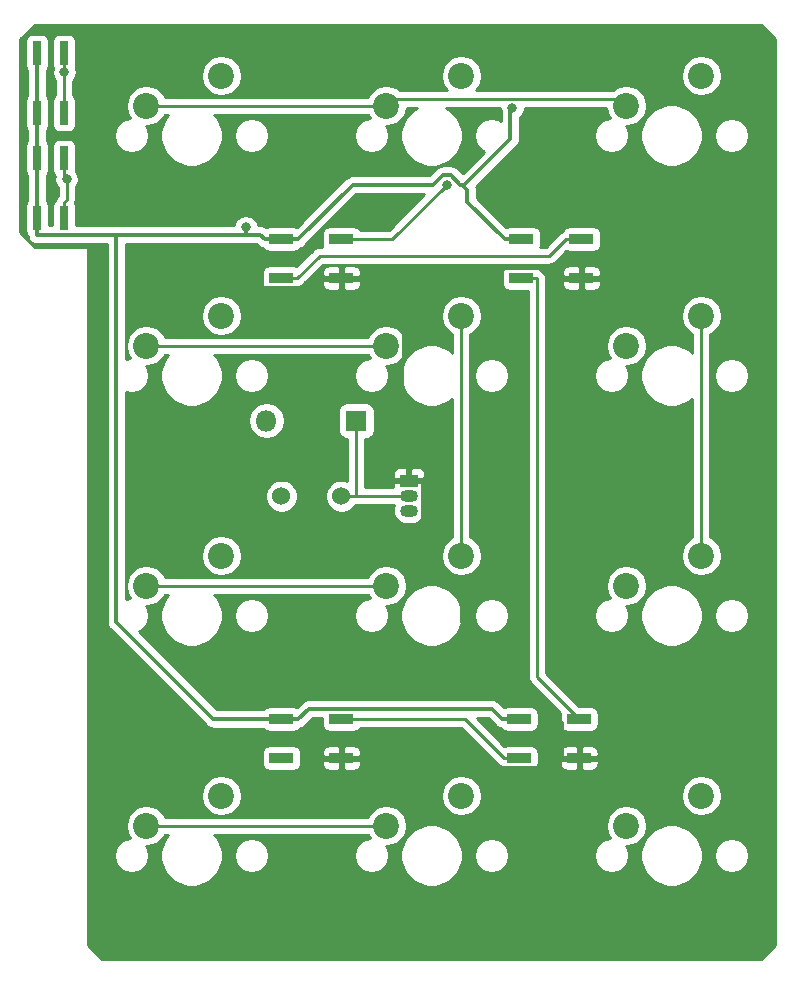
<source format=gtl>
G04 #@! TF.GenerationSoftware,KiCad,Pcbnew,(5.1.5)-3*
G04 #@! TF.CreationDate,2020-09-04T17:37:12+09:00*
G04 #@! TF.ProjectId,futureKeyboardLeft,66757475-7265-44b6-9579-626f6172644c,rev?*
G04 #@! TF.SameCoordinates,Original*
G04 #@! TF.FileFunction,Copper,L1,Top*
G04 #@! TF.FilePolarity,Positive*
%FSLAX46Y46*%
G04 Gerber Fmt 4.6, Leading zero omitted, Abs format (unit mm)*
G04 Created by KiCad (PCBNEW (5.1.5)-3) date 2020-09-04 17:37:12*
%MOMM*%
%LPD*%
G04 APERTURE LIST*
%ADD10R,1.800000X1.800000*%
%ADD11O,1.800000X1.800000*%
%ADD12C,1.524000*%
%ADD13O,1.500000X1.050000*%
%ADD14R,1.500000X1.050000*%
%ADD15C,2.200000*%
%ADD16R,0.750000X2.000000*%
%ADD17R,2.000000X0.900000*%
%ADD18C,0.800000*%
%ADD19C,0.250000*%
%ADD20C,0.350000*%
%ADD21C,0.254000*%
G04 APERTURE END LIST*
D10*
X154940000Y-60325000D03*
D11*
X147320000Y-60325000D03*
D12*
X153670000Y-66715000D03*
X148590000Y-66715000D03*
D13*
X159385000Y-66675000D03*
X159385000Y-67945000D03*
D14*
X159385000Y-65405000D03*
D15*
X137160000Y-33655000D03*
X143510000Y-31115000D03*
X137160000Y-53975000D03*
X143510000Y-51435000D03*
X143510000Y-71755000D03*
X137160000Y-74295000D03*
X143510000Y-92075000D03*
X137160000Y-94615000D03*
X163830000Y-31115000D03*
X157480000Y-33655000D03*
X163830000Y-51435000D03*
X157480000Y-53975000D03*
X157480000Y-74295000D03*
X163830000Y-71755000D03*
X157480000Y-94615000D03*
X163830000Y-92075000D03*
X184150000Y-31115000D03*
X177800000Y-33655000D03*
X184150000Y-51435000D03*
X177800000Y-53975000D03*
X177800000Y-74295000D03*
X184150000Y-71755000D03*
X177800000Y-94615000D03*
X184150000Y-92075000D03*
D16*
X127889000Y-34290000D03*
X130175000Y-34290000D03*
X130175000Y-29210000D03*
X127889000Y-29210000D03*
X127889000Y-38100000D03*
X130175000Y-38100000D03*
X130175000Y-43180000D03*
X127889000Y-43180000D03*
D17*
X153670000Y-44958000D03*
X153670000Y-48260000D03*
X148590000Y-48260000D03*
X148590000Y-44958000D03*
X168910000Y-44958000D03*
X168910000Y-48260000D03*
X173990000Y-48260000D03*
X173990000Y-44958000D03*
X168725000Y-85598000D03*
X168725000Y-88900000D03*
X173805000Y-88900000D03*
X173805000Y-85598000D03*
X153670000Y-85598000D03*
X153670000Y-88900000D03*
X148590000Y-88900000D03*
X148590000Y-85598000D03*
D18*
X168139300Y-33860700D03*
X145575300Y-43960100D03*
X162578700Y-40365400D03*
X144495300Y-48825500D03*
X130394800Y-39882600D03*
X130204100Y-30821300D03*
D19*
X154940000Y-66675000D02*
X153710000Y-66675000D01*
X153710000Y-66675000D02*
X153670000Y-66715000D01*
X159385000Y-66675000D02*
X154940000Y-66675000D01*
X154940000Y-66675000D02*
X154940000Y-61550300D01*
X154940000Y-60325000D02*
X154940000Y-61550300D01*
X148590000Y-48260000D02*
X149915300Y-48260000D01*
X173990000Y-44958000D02*
X172664700Y-44958000D01*
X172664700Y-44958000D02*
X171265500Y-46357200D01*
X171265500Y-46357200D02*
X151818100Y-46357200D01*
X151818100Y-46357200D02*
X149915300Y-48260000D01*
X168910000Y-48260000D02*
X170235300Y-48260000D01*
X173805000Y-85598000D02*
X170235300Y-82028300D01*
X170235300Y-82028300D02*
X170235300Y-48260000D01*
X168725000Y-88900000D02*
X167399700Y-88900000D01*
X167399700Y-88900000D02*
X164097700Y-85598000D01*
X164097700Y-85598000D02*
X153670000Y-85598000D01*
D20*
X163981500Y-40479000D02*
X163868900Y-40366500D01*
X163868900Y-40366500D02*
X163747000Y-40366500D01*
X163747000Y-40366500D02*
X162920600Y-39540100D01*
X162920600Y-39540100D02*
X162237000Y-39540100D01*
X162237000Y-39540100D02*
X161410600Y-40366500D01*
X161410600Y-40366500D02*
X154606800Y-40366500D01*
X154606800Y-40366500D02*
X150015300Y-44958000D01*
X163981500Y-40479000D02*
X167952600Y-36507900D01*
X167952600Y-36507900D02*
X167952600Y-34047400D01*
X167952600Y-34047400D02*
X168139300Y-33860700D01*
X167484700Y-44958000D02*
X164319100Y-41792400D01*
X164319100Y-41792400D02*
X164319100Y-40816700D01*
X164319100Y-40816700D02*
X163981500Y-40479000D01*
X148590000Y-85598000D02*
X150015300Y-85598000D01*
X168725000Y-85598000D02*
X167299700Y-85598000D01*
X167299700Y-85598000D02*
X166424400Y-84722700D01*
X166424400Y-84722700D02*
X150890600Y-84722700D01*
X150890600Y-84722700D02*
X150015300Y-85598000D01*
X127889000Y-38100000D02*
X127889000Y-34290000D01*
X127889000Y-43180000D02*
X127889000Y-38100000D01*
X134593400Y-44605300D02*
X145575300Y-44605300D01*
X127889000Y-44605300D02*
X134593400Y-44605300D01*
X148590000Y-85598000D02*
X142799600Y-85598000D01*
X142799600Y-85598000D02*
X134593400Y-77391800D01*
X134593400Y-77391800D02*
X134593400Y-44605300D01*
X148590000Y-44958000D02*
X150015300Y-44958000D01*
X145575300Y-44605300D02*
X146812000Y-44605300D01*
X146812000Y-44605300D02*
X147164700Y-44958000D01*
X145575300Y-43960100D02*
X145575300Y-44605300D01*
X148590000Y-44958000D02*
X147164700Y-44958000D01*
X127889000Y-43180000D02*
X127889000Y-44605300D01*
X168910000Y-44958000D02*
X167484700Y-44958000D01*
X127889000Y-29210000D02*
X127889000Y-34290000D01*
D19*
X153670000Y-44958000D02*
X157986100Y-44958000D01*
X157986100Y-44958000D02*
X162578700Y-40365400D01*
D20*
X159008600Y-52173300D02*
X155095300Y-48260000D01*
X155095300Y-48260000D02*
X154382700Y-48260000D01*
X159385000Y-64454700D02*
X158820100Y-63889800D01*
X158820100Y-63889800D02*
X158820100Y-55554900D01*
X158820100Y-55554900D02*
X159008600Y-55366400D01*
X159008600Y-55366400D02*
X159008600Y-52173300D01*
X159008600Y-52173300D02*
X163797200Y-47384700D01*
X163797200Y-47384700D02*
X171689400Y-47384700D01*
X171689400Y-47384700D02*
X172564700Y-48260000D01*
X173990000Y-48260000D02*
X172564700Y-48260000D01*
X153670000Y-48260000D02*
X154382700Y-48260000D01*
X159385000Y-65405000D02*
X160560300Y-65405000D01*
X172379700Y-88900000D02*
X172379700Y-85944900D01*
X172379700Y-85944900D02*
X163851000Y-77416200D01*
X163851000Y-77416200D02*
X163851000Y-75291000D01*
X163851000Y-75291000D02*
X160560300Y-72000300D01*
X160560300Y-72000300D02*
X160560300Y-65405000D01*
X172529800Y-88900000D02*
X172379700Y-88900000D01*
X173805000Y-88900000D02*
X172529800Y-88900000D01*
X172379700Y-88900000D02*
X171504400Y-89775300D01*
X171504400Y-89775300D02*
X155970600Y-89775300D01*
X155970600Y-89775300D02*
X155095300Y-88900000D01*
X153670000Y-88900000D02*
X155095300Y-88900000D01*
X159385000Y-65405000D02*
X159385000Y-64454700D01*
X153670000Y-48260000D02*
X152244700Y-48260000D01*
X144495300Y-48825500D02*
X144805100Y-49135300D01*
X144805100Y-49135300D02*
X151369400Y-49135300D01*
X151369400Y-49135300D02*
X152244700Y-48260000D01*
D19*
X157480000Y-74295000D02*
X137160000Y-74295000D01*
X177800000Y-33655000D02*
X177230400Y-33085400D01*
X177230400Y-33085400D02*
X158049600Y-33085400D01*
X158049600Y-33085400D02*
X157480000Y-33655000D01*
X137160000Y-33655000D02*
X157480000Y-33655000D01*
X163830000Y-51435000D02*
X163830000Y-71755000D01*
X130175000Y-43180000D02*
X130175000Y-41854700D01*
X130175000Y-41854700D02*
X130394800Y-41634900D01*
X130394800Y-41634900D02*
X130394800Y-39882600D01*
X130394800Y-39882600D02*
X130175000Y-39662800D01*
X130175000Y-39662800D02*
X130175000Y-38100000D01*
X157480000Y-94615000D02*
X137160000Y-94615000D01*
X137160000Y-53975000D02*
X157480000Y-53975000D01*
X184150000Y-71755000D02*
X184150000Y-51435000D01*
X130175000Y-29210000D02*
X130175000Y-30792200D01*
X130175000Y-30792200D02*
X130204100Y-30821300D01*
X130204100Y-30821300D02*
X130175000Y-30850400D01*
X130175000Y-30850400D02*
X130175000Y-34290000D01*
D21*
G36*
X190373000Y-27992606D02*
G01*
X190373000Y-104722394D01*
X189177394Y-105918000D01*
X133402606Y-105918000D01*
X132207000Y-104722394D01*
X132207000Y-97008740D01*
X134405000Y-97008740D01*
X134405000Y-97301260D01*
X134462068Y-97588158D01*
X134574010Y-97858411D01*
X134736525Y-98101632D01*
X134943368Y-98308475D01*
X135186589Y-98470990D01*
X135456842Y-98582932D01*
X135743740Y-98640000D01*
X136036260Y-98640000D01*
X136323158Y-98582932D01*
X136593411Y-98470990D01*
X136836632Y-98308475D01*
X137043475Y-98101632D01*
X137205990Y-97858411D01*
X137317932Y-97588158D01*
X137375000Y-97301260D01*
X137375000Y-97008740D01*
X137317932Y-96721842D01*
X137205990Y-96451589D01*
X137138110Y-96350000D01*
X137330883Y-96350000D01*
X137666081Y-96283325D01*
X137981831Y-96152537D01*
X138265998Y-95962663D01*
X138507663Y-95720998D01*
X138697537Y-95436831D01*
X138723148Y-95375000D01*
X139023547Y-95375000D01*
X138923262Y-95475285D01*
X138634893Y-95906859D01*
X138436261Y-96386399D01*
X138335000Y-96895475D01*
X138335000Y-97414525D01*
X138436261Y-97923601D01*
X138634893Y-98403141D01*
X138923262Y-98834715D01*
X139290285Y-99201738D01*
X139721859Y-99490107D01*
X140201399Y-99688739D01*
X140710475Y-99790000D01*
X141229525Y-99790000D01*
X141738601Y-99688739D01*
X142218141Y-99490107D01*
X142649715Y-99201738D01*
X143016738Y-98834715D01*
X143305107Y-98403141D01*
X143503739Y-97923601D01*
X143605000Y-97414525D01*
X143605000Y-97008740D01*
X144565000Y-97008740D01*
X144565000Y-97301260D01*
X144622068Y-97588158D01*
X144734010Y-97858411D01*
X144896525Y-98101632D01*
X145103368Y-98308475D01*
X145346589Y-98470990D01*
X145616842Y-98582932D01*
X145903740Y-98640000D01*
X146196260Y-98640000D01*
X146483158Y-98582932D01*
X146753411Y-98470990D01*
X146996632Y-98308475D01*
X147203475Y-98101632D01*
X147365990Y-97858411D01*
X147477932Y-97588158D01*
X147535000Y-97301260D01*
X147535000Y-97008740D01*
X147477932Y-96721842D01*
X147365990Y-96451589D01*
X147203475Y-96208368D01*
X146996632Y-96001525D01*
X146753411Y-95839010D01*
X146483158Y-95727068D01*
X146196260Y-95670000D01*
X145903740Y-95670000D01*
X145616842Y-95727068D01*
X145346589Y-95839010D01*
X145103368Y-96001525D01*
X144896525Y-96208368D01*
X144734010Y-96451589D01*
X144622068Y-96721842D01*
X144565000Y-97008740D01*
X143605000Y-97008740D01*
X143605000Y-96895475D01*
X143503739Y-96386399D01*
X143305107Y-95906859D01*
X143016738Y-95475285D01*
X142916453Y-95375000D01*
X155916852Y-95375000D01*
X155942463Y-95436831D01*
X156098261Y-95670000D01*
X156063740Y-95670000D01*
X155776842Y-95727068D01*
X155506589Y-95839010D01*
X155263368Y-96001525D01*
X155056525Y-96208368D01*
X154894010Y-96451589D01*
X154782068Y-96721842D01*
X154725000Y-97008740D01*
X154725000Y-97301260D01*
X154782068Y-97588158D01*
X154894010Y-97858411D01*
X155056525Y-98101632D01*
X155263368Y-98308475D01*
X155506589Y-98470990D01*
X155776842Y-98582932D01*
X156063740Y-98640000D01*
X156356260Y-98640000D01*
X156643158Y-98582932D01*
X156913411Y-98470990D01*
X157156632Y-98308475D01*
X157363475Y-98101632D01*
X157525990Y-97858411D01*
X157637932Y-97588158D01*
X157695000Y-97301260D01*
X157695000Y-97008740D01*
X157672471Y-96895475D01*
X158655000Y-96895475D01*
X158655000Y-97414525D01*
X158756261Y-97923601D01*
X158954893Y-98403141D01*
X159243262Y-98834715D01*
X159610285Y-99201738D01*
X160041859Y-99490107D01*
X160521399Y-99688739D01*
X161030475Y-99790000D01*
X161549525Y-99790000D01*
X162058601Y-99688739D01*
X162538141Y-99490107D01*
X162969715Y-99201738D01*
X163336738Y-98834715D01*
X163625107Y-98403141D01*
X163823739Y-97923601D01*
X163925000Y-97414525D01*
X163925000Y-97008740D01*
X164885000Y-97008740D01*
X164885000Y-97301260D01*
X164942068Y-97588158D01*
X165054010Y-97858411D01*
X165216525Y-98101632D01*
X165423368Y-98308475D01*
X165666589Y-98470990D01*
X165936842Y-98582932D01*
X166223740Y-98640000D01*
X166516260Y-98640000D01*
X166803158Y-98582932D01*
X167073411Y-98470990D01*
X167316632Y-98308475D01*
X167523475Y-98101632D01*
X167685990Y-97858411D01*
X167797932Y-97588158D01*
X167855000Y-97301260D01*
X167855000Y-97008740D01*
X175045000Y-97008740D01*
X175045000Y-97301260D01*
X175102068Y-97588158D01*
X175214010Y-97858411D01*
X175376525Y-98101632D01*
X175583368Y-98308475D01*
X175826589Y-98470990D01*
X176096842Y-98582932D01*
X176383740Y-98640000D01*
X176676260Y-98640000D01*
X176963158Y-98582932D01*
X177233411Y-98470990D01*
X177476632Y-98308475D01*
X177683475Y-98101632D01*
X177845990Y-97858411D01*
X177957932Y-97588158D01*
X178015000Y-97301260D01*
X178015000Y-97008740D01*
X177992471Y-96895475D01*
X178975000Y-96895475D01*
X178975000Y-97414525D01*
X179076261Y-97923601D01*
X179274893Y-98403141D01*
X179563262Y-98834715D01*
X179930285Y-99201738D01*
X180361859Y-99490107D01*
X180841399Y-99688739D01*
X181350475Y-99790000D01*
X181869525Y-99790000D01*
X182378601Y-99688739D01*
X182858141Y-99490107D01*
X183289715Y-99201738D01*
X183656738Y-98834715D01*
X183945107Y-98403141D01*
X184143739Y-97923601D01*
X184245000Y-97414525D01*
X184245000Y-97008740D01*
X185205000Y-97008740D01*
X185205000Y-97301260D01*
X185262068Y-97588158D01*
X185374010Y-97858411D01*
X185536525Y-98101632D01*
X185743368Y-98308475D01*
X185986589Y-98470990D01*
X186256842Y-98582932D01*
X186543740Y-98640000D01*
X186836260Y-98640000D01*
X187123158Y-98582932D01*
X187393411Y-98470990D01*
X187636632Y-98308475D01*
X187843475Y-98101632D01*
X188005990Y-97858411D01*
X188117932Y-97588158D01*
X188175000Y-97301260D01*
X188175000Y-97008740D01*
X188117932Y-96721842D01*
X188005990Y-96451589D01*
X187843475Y-96208368D01*
X187636632Y-96001525D01*
X187393411Y-95839010D01*
X187123158Y-95727068D01*
X186836260Y-95670000D01*
X186543740Y-95670000D01*
X186256842Y-95727068D01*
X185986589Y-95839010D01*
X185743368Y-96001525D01*
X185536525Y-96208368D01*
X185374010Y-96451589D01*
X185262068Y-96721842D01*
X185205000Y-97008740D01*
X184245000Y-97008740D01*
X184245000Y-96895475D01*
X184143739Y-96386399D01*
X183945107Y-95906859D01*
X183656738Y-95475285D01*
X183289715Y-95108262D01*
X182858141Y-94819893D01*
X182378601Y-94621261D01*
X181869525Y-94520000D01*
X181350475Y-94520000D01*
X180841399Y-94621261D01*
X180361859Y-94819893D01*
X179930285Y-95108262D01*
X179563262Y-95475285D01*
X179274893Y-95906859D01*
X179076261Y-96386399D01*
X178975000Y-96895475D01*
X177992471Y-96895475D01*
X177957932Y-96721842D01*
X177845990Y-96451589D01*
X177778110Y-96350000D01*
X177970883Y-96350000D01*
X178306081Y-96283325D01*
X178621831Y-96152537D01*
X178905998Y-95962663D01*
X179147663Y-95720998D01*
X179337537Y-95436831D01*
X179468325Y-95121081D01*
X179535000Y-94785883D01*
X179535000Y-94444117D01*
X179468325Y-94108919D01*
X179337537Y-93793169D01*
X179147663Y-93509002D01*
X178905998Y-93267337D01*
X178621831Y-93077463D01*
X178306081Y-92946675D01*
X177970883Y-92880000D01*
X177629117Y-92880000D01*
X177293919Y-92946675D01*
X176978169Y-93077463D01*
X176694002Y-93267337D01*
X176452337Y-93509002D01*
X176262463Y-93793169D01*
X176131675Y-94108919D01*
X176065000Y-94444117D01*
X176065000Y-94785883D01*
X176131675Y-95121081D01*
X176262463Y-95436831D01*
X176418261Y-95670000D01*
X176383740Y-95670000D01*
X176096842Y-95727068D01*
X175826589Y-95839010D01*
X175583368Y-96001525D01*
X175376525Y-96208368D01*
X175214010Y-96451589D01*
X175102068Y-96721842D01*
X175045000Y-97008740D01*
X167855000Y-97008740D01*
X167797932Y-96721842D01*
X167685990Y-96451589D01*
X167523475Y-96208368D01*
X167316632Y-96001525D01*
X167073411Y-95839010D01*
X166803158Y-95727068D01*
X166516260Y-95670000D01*
X166223740Y-95670000D01*
X165936842Y-95727068D01*
X165666589Y-95839010D01*
X165423368Y-96001525D01*
X165216525Y-96208368D01*
X165054010Y-96451589D01*
X164942068Y-96721842D01*
X164885000Y-97008740D01*
X163925000Y-97008740D01*
X163925000Y-96895475D01*
X163823739Y-96386399D01*
X163625107Y-95906859D01*
X163336738Y-95475285D01*
X162969715Y-95108262D01*
X162538141Y-94819893D01*
X162058601Y-94621261D01*
X161549525Y-94520000D01*
X161030475Y-94520000D01*
X160521399Y-94621261D01*
X160041859Y-94819893D01*
X159610285Y-95108262D01*
X159243262Y-95475285D01*
X158954893Y-95906859D01*
X158756261Y-96386399D01*
X158655000Y-96895475D01*
X157672471Y-96895475D01*
X157637932Y-96721842D01*
X157525990Y-96451589D01*
X157458110Y-96350000D01*
X157650883Y-96350000D01*
X157986081Y-96283325D01*
X158301831Y-96152537D01*
X158585998Y-95962663D01*
X158827663Y-95720998D01*
X159017537Y-95436831D01*
X159148325Y-95121081D01*
X159215000Y-94785883D01*
X159215000Y-94444117D01*
X159148325Y-94108919D01*
X159017537Y-93793169D01*
X158827663Y-93509002D01*
X158585998Y-93267337D01*
X158301831Y-93077463D01*
X157986081Y-92946675D01*
X157650883Y-92880000D01*
X157309117Y-92880000D01*
X156973919Y-92946675D01*
X156658169Y-93077463D01*
X156374002Y-93267337D01*
X156132337Y-93509002D01*
X155942463Y-93793169D01*
X155916852Y-93855000D01*
X138723148Y-93855000D01*
X138697537Y-93793169D01*
X138507663Y-93509002D01*
X138265998Y-93267337D01*
X137981831Y-93077463D01*
X137666081Y-92946675D01*
X137330883Y-92880000D01*
X136989117Y-92880000D01*
X136653919Y-92946675D01*
X136338169Y-93077463D01*
X136054002Y-93267337D01*
X135812337Y-93509002D01*
X135622463Y-93793169D01*
X135491675Y-94108919D01*
X135425000Y-94444117D01*
X135425000Y-94785883D01*
X135491675Y-95121081D01*
X135622463Y-95436831D01*
X135778261Y-95670000D01*
X135743740Y-95670000D01*
X135456842Y-95727068D01*
X135186589Y-95839010D01*
X134943368Y-96001525D01*
X134736525Y-96208368D01*
X134574010Y-96451589D01*
X134462068Y-96721842D01*
X134405000Y-97008740D01*
X132207000Y-97008740D01*
X132207000Y-91904117D01*
X141775000Y-91904117D01*
X141775000Y-92245883D01*
X141841675Y-92581081D01*
X141972463Y-92896831D01*
X142162337Y-93180998D01*
X142404002Y-93422663D01*
X142688169Y-93612537D01*
X143003919Y-93743325D01*
X143339117Y-93810000D01*
X143680883Y-93810000D01*
X144016081Y-93743325D01*
X144331831Y-93612537D01*
X144615998Y-93422663D01*
X144857663Y-93180998D01*
X145047537Y-92896831D01*
X145178325Y-92581081D01*
X145245000Y-92245883D01*
X145245000Y-91904117D01*
X162095000Y-91904117D01*
X162095000Y-92245883D01*
X162161675Y-92581081D01*
X162292463Y-92896831D01*
X162482337Y-93180998D01*
X162724002Y-93422663D01*
X163008169Y-93612537D01*
X163323919Y-93743325D01*
X163659117Y-93810000D01*
X164000883Y-93810000D01*
X164336081Y-93743325D01*
X164651831Y-93612537D01*
X164935998Y-93422663D01*
X165177663Y-93180998D01*
X165367537Y-92896831D01*
X165498325Y-92581081D01*
X165565000Y-92245883D01*
X165565000Y-91904117D01*
X182415000Y-91904117D01*
X182415000Y-92245883D01*
X182481675Y-92581081D01*
X182612463Y-92896831D01*
X182802337Y-93180998D01*
X183044002Y-93422663D01*
X183328169Y-93612537D01*
X183643919Y-93743325D01*
X183979117Y-93810000D01*
X184320883Y-93810000D01*
X184656081Y-93743325D01*
X184971831Y-93612537D01*
X185255998Y-93422663D01*
X185497663Y-93180998D01*
X185687537Y-92896831D01*
X185818325Y-92581081D01*
X185885000Y-92245883D01*
X185885000Y-91904117D01*
X185818325Y-91568919D01*
X185687537Y-91253169D01*
X185497663Y-90969002D01*
X185255998Y-90727337D01*
X184971831Y-90537463D01*
X184656081Y-90406675D01*
X184320883Y-90340000D01*
X183979117Y-90340000D01*
X183643919Y-90406675D01*
X183328169Y-90537463D01*
X183044002Y-90727337D01*
X182802337Y-90969002D01*
X182612463Y-91253169D01*
X182481675Y-91568919D01*
X182415000Y-91904117D01*
X165565000Y-91904117D01*
X165498325Y-91568919D01*
X165367537Y-91253169D01*
X165177663Y-90969002D01*
X164935998Y-90727337D01*
X164651831Y-90537463D01*
X164336081Y-90406675D01*
X164000883Y-90340000D01*
X163659117Y-90340000D01*
X163323919Y-90406675D01*
X163008169Y-90537463D01*
X162724002Y-90727337D01*
X162482337Y-90969002D01*
X162292463Y-91253169D01*
X162161675Y-91568919D01*
X162095000Y-91904117D01*
X145245000Y-91904117D01*
X145178325Y-91568919D01*
X145047537Y-91253169D01*
X144857663Y-90969002D01*
X144615998Y-90727337D01*
X144331831Y-90537463D01*
X144016081Y-90406675D01*
X143680883Y-90340000D01*
X143339117Y-90340000D01*
X143003919Y-90406675D01*
X142688169Y-90537463D01*
X142404002Y-90727337D01*
X142162337Y-90969002D01*
X141972463Y-91253169D01*
X141841675Y-91568919D01*
X141775000Y-91904117D01*
X132207000Y-91904117D01*
X132207000Y-88450000D01*
X146951928Y-88450000D01*
X146951928Y-89350000D01*
X146964188Y-89474482D01*
X147000498Y-89594180D01*
X147059463Y-89704494D01*
X147138815Y-89801185D01*
X147235506Y-89880537D01*
X147345820Y-89939502D01*
X147465518Y-89975812D01*
X147590000Y-89988072D01*
X149590000Y-89988072D01*
X149714482Y-89975812D01*
X149834180Y-89939502D01*
X149944494Y-89880537D01*
X150041185Y-89801185D01*
X150120537Y-89704494D01*
X150179502Y-89594180D01*
X150215812Y-89474482D01*
X150228072Y-89350000D01*
X152031928Y-89350000D01*
X152044188Y-89474482D01*
X152080498Y-89594180D01*
X152139463Y-89704494D01*
X152218815Y-89801185D01*
X152315506Y-89880537D01*
X152425820Y-89939502D01*
X152545518Y-89975812D01*
X152670000Y-89988072D01*
X153384250Y-89985000D01*
X153543000Y-89826250D01*
X153543000Y-89027000D01*
X153797000Y-89027000D01*
X153797000Y-89826250D01*
X153955750Y-89985000D01*
X154670000Y-89988072D01*
X154794482Y-89975812D01*
X154914180Y-89939502D01*
X155024494Y-89880537D01*
X155121185Y-89801185D01*
X155200537Y-89704494D01*
X155259502Y-89594180D01*
X155295812Y-89474482D01*
X155308072Y-89350000D01*
X155305000Y-89185750D01*
X155146250Y-89027000D01*
X153797000Y-89027000D01*
X153543000Y-89027000D01*
X152193750Y-89027000D01*
X152035000Y-89185750D01*
X152031928Y-89350000D01*
X150228072Y-89350000D01*
X150228072Y-88450000D01*
X152031928Y-88450000D01*
X152035000Y-88614250D01*
X152193750Y-88773000D01*
X153543000Y-88773000D01*
X153543000Y-87973750D01*
X153797000Y-87973750D01*
X153797000Y-88773000D01*
X155146250Y-88773000D01*
X155305000Y-88614250D01*
X155308072Y-88450000D01*
X155295812Y-88325518D01*
X155259502Y-88205820D01*
X155200537Y-88095506D01*
X155121185Y-87998815D01*
X155024494Y-87919463D01*
X154914180Y-87860498D01*
X154794482Y-87824188D01*
X154670000Y-87811928D01*
X153955750Y-87815000D01*
X153797000Y-87973750D01*
X153543000Y-87973750D01*
X153384250Y-87815000D01*
X152670000Y-87811928D01*
X152545518Y-87824188D01*
X152425820Y-87860498D01*
X152315506Y-87919463D01*
X152218815Y-87998815D01*
X152139463Y-88095506D01*
X152080498Y-88205820D01*
X152044188Y-88325518D01*
X152031928Y-88450000D01*
X150228072Y-88450000D01*
X150215812Y-88325518D01*
X150179502Y-88205820D01*
X150120537Y-88095506D01*
X150041185Y-87998815D01*
X149944494Y-87919463D01*
X149834180Y-87860498D01*
X149714482Y-87824188D01*
X149590000Y-87811928D01*
X147590000Y-87811928D01*
X147465518Y-87824188D01*
X147345820Y-87860498D01*
X147235506Y-87919463D01*
X147138815Y-87998815D01*
X147059463Y-88095506D01*
X147000498Y-88205820D01*
X146964188Y-88325518D01*
X146951928Y-88450000D01*
X132207000Y-88450000D01*
X132207000Y-45720000D01*
X132204560Y-45695224D01*
X132197333Y-45671399D01*
X132185597Y-45649443D01*
X132169803Y-45630197D01*
X132150557Y-45614403D01*
X132128601Y-45602667D01*
X132104776Y-45595440D01*
X132080000Y-45593000D01*
X127687606Y-45593000D01*
X126492000Y-44397394D01*
X126492000Y-28210000D01*
X126875928Y-28210000D01*
X126875928Y-30210000D01*
X126888188Y-30334482D01*
X126924498Y-30454180D01*
X126983463Y-30564494D01*
X127062815Y-30661185D01*
X127079000Y-30674468D01*
X127079001Y-32825532D01*
X127062815Y-32838815D01*
X126983463Y-32935506D01*
X126924498Y-33045820D01*
X126888188Y-33165518D01*
X126875928Y-33290000D01*
X126875928Y-35290000D01*
X126888188Y-35414482D01*
X126924498Y-35534180D01*
X126983463Y-35644494D01*
X127062815Y-35741185D01*
X127079001Y-35754468D01*
X127079000Y-36635532D01*
X127062815Y-36648815D01*
X126983463Y-36745506D01*
X126924498Y-36855820D01*
X126888188Y-36975518D01*
X126875928Y-37100000D01*
X126875928Y-39100000D01*
X126888188Y-39224482D01*
X126924498Y-39344180D01*
X126983463Y-39454494D01*
X127062815Y-39551185D01*
X127079001Y-39564468D01*
X127079000Y-41715532D01*
X127062815Y-41728815D01*
X126983463Y-41825506D01*
X126924498Y-41935820D01*
X126888188Y-42055518D01*
X126875928Y-42180000D01*
X126875928Y-44180000D01*
X126888188Y-44304482D01*
X126924498Y-44424180D01*
X126983463Y-44534494D01*
X127062815Y-44631185D01*
X127078933Y-44644413D01*
X127090720Y-44764088D01*
X127137037Y-44916773D01*
X127212251Y-45057489D01*
X127313472Y-45180828D01*
X127436811Y-45282049D01*
X127577527Y-45357263D01*
X127730212Y-45403580D01*
X127849209Y-45415300D01*
X127889000Y-45419219D01*
X127928791Y-45415300D01*
X133783401Y-45415300D01*
X133783400Y-77352012D01*
X133779481Y-77391800D01*
X133783400Y-77431588D01*
X133783400Y-77431590D01*
X133795120Y-77550587D01*
X133841437Y-77703272D01*
X133841438Y-77703273D01*
X133916651Y-77843989D01*
X133948103Y-77882313D01*
X134017872Y-77967328D01*
X134048788Y-77992700D01*
X142198705Y-86142618D01*
X142224072Y-86173528D01*
X142291810Y-86229119D01*
X142347410Y-86274749D01*
X142422624Y-86314951D01*
X142488127Y-86349963D01*
X142640812Y-86396280D01*
X142759809Y-86408000D01*
X142759811Y-86408000D01*
X142799599Y-86411919D01*
X142839387Y-86408000D01*
X147063982Y-86408000D01*
X147138815Y-86499185D01*
X147235506Y-86578537D01*
X147345820Y-86637502D01*
X147465518Y-86673812D01*
X147590000Y-86686072D01*
X149590000Y-86686072D01*
X149714482Y-86673812D01*
X149834180Y-86637502D01*
X149944494Y-86578537D01*
X150041185Y-86499185D01*
X150120537Y-86402494D01*
X150121067Y-86401502D01*
X150174088Y-86396280D01*
X150326773Y-86349963D01*
X150467489Y-86274749D01*
X150590828Y-86173528D01*
X150616199Y-86142613D01*
X151226113Y-85532700D01*
X152031928Y-85532700D01*
X152031928Y-86048000D01*
X152044188Y-86172482D01*
X152080498Y-86292180D01*
X152139463Y-86402494D01*
X152218815Y-86499185D01*
X152315506Y-86578537D01*
X152425820Y-86637502D01*
X152545518Y-86673812D01*
X152670000Y-86686072D01*
X154670000Y-86686072D01*
X154794482Y-86673812D01*
X154914180Y-86637502D01*
X155024494Y-86578537D01*
X155121185Y-86499185D01*
X155200537Y-86402494D01*
X155224320Y-86358000D01*
X163782899Y-86358000D01*
X166835901Y-89411003D01*
X166859699Y-89440001D01*
X166975424Y-89534974D01*
X167107453Y-89605546D01*
X167148176Y-89617899D01*
X167194463Y-89704494D01*
X167273815Y-89801185D01*
X167370506Y-89880537D01*
X167480820Y-89939502D01*
X167600518Y-89975812D01*
X167725000Y-89988072D01*
X169725000Y-89988072D01*
X169849482Y-89975812D01*
X169969180Y-89939502D01*
X170079494Y-89880537D01*
X170176185Y-89801185D01*
X170255537Y-89704494D01*
X170314502Y-89594180D01*
X170350812Y-89474482D01*
X170363072Y-89350000D01*
X172166928Y-89350000D01*
X172179188Y-89474482D01*
X172215498Y-89594180D01*
X172274463Y-89704494D01*
X172353815Y-89801185D01*
X172450506Y-89880537D01*
X172560820Y-89939502D01*
X172680518Y-89975812D01*
X172805000Y-89988072D01*
X173519250Y-89985000D01*
X173678000Y-89826250D01*
X173678000Y-89027000D01*
X173932000Y-89027000D01*
X173932000Y-89826250D01*
X174090750Y-89985000D01*
X174805000Y-89988072D01*
X174929482Y-89975812D01*
X175049180Y-89939502D01*
X175159494Y-89880537D01*
X175256185Y-89801185D01*
X175335537Y-89704494D01*
X175394502Y-89594180D01*
X175430812Y-89474482D01*
X175443072Y-89350000D01*
X175440000Y-89185750D01*
X175281250Y-89027000D01*
X173932000Y-89027000D01*
X173678000Y-89027000D01*
X172328750Y-89027000D01*
X172170000Y-89185750D01*
X172166928Y-89350000D01*
X170363072Y-89350000D01*
X170363072Y-88450000D01*
X172166928Y-88450000D01*
X172170000Y-88614250D01*
X172328750Y-88773000D01*
X173678000Y-88773000D01*
X173678000Y-87973750D01*
X173932000Y-87973750D01*
X173932000Y-88773000D01*
X175281250Y-88773000D01*
X175440000Y-88614250D01*
X175443072Y-88450000D01*
X175430812Y-88325518D01*
X175394502Y-88205820D01*
X175335537Y-88095506D01*
X175256185Y-87998815D01*
X175159494Y-87919463D01*
X175049180Y-87860498D01*
X174929482Y-87824188D01*
X174805000Y-87811928D01*
X174090750Y-87815000D01*
X173932000Y-87973750D01*
X173678000Y-87973750D01*
X173519250Y-87815000D01*
X172805000Y-87811928D01*
X172680518Y-87824188D01*
X172560820Y-87860498D01*
X172450506Y-87919463D01*
X172353815Y-87998815D01*
X172274463Y-88095506D01*
X172215498Y-88205820D01*
X172179188Y-88325518D01*
X172166928Y-88450000D01*
X170363072Y-88450000D01*
X170350812Y-88325518D01*
X170314502Y-88205820D01*
X170255537Y-88095506D01*
X170176185Y-87998815D01*
X170079494Y-87919463D01*
X169969180Y-87860498D01*
X169849482Y-87824188D01*
X169725000Y-87811928D01*
X167725000Y-87811928D01*
X167600518Y-87824188D01*
X167480820Y-87860498D01*
X167450960Y-87876459D01*
X165107201Y-85532700D01*
X166088888Y-85532700D01*
X166698805Y-86142618D01*
X166724172Y-86173528D01*
X166791910Y-86229119D01*
X166847510Y-86274749D01*
X166922724Y-86314951D01*
X166988227Y-86349963D01*
X167140912Y-86396280D01*
X167193933Y-86401502D01*
X167194463Y-86402494D01*
X167273815Y-86499185D01*
X167370506Y-86578537D01*
X167480820Y-86637502D01*
X167600518Y-86673812D01*
X167725000Y-86686072D01*
X169725000Y-86686072D01*
X169849482Y-86673812D01*
X169969180Y-86637502D01*
X170079494Y-86578537D01*
X170176185Y-86499185D01*
X170255537Y-86402494D01*
X170314502Y-86292180D01*
X170350812Y-86172482D01*
X170363072Y-86048000D01*
X170363072Y-85148000D01*
X170350812Y-85023518D01*
X170314502Y-84903820D01*
X170255537Y-84793506D01*
X170176185Y-84696815D01*
X170079494Y-84617463D01*
X169969180Y-84558498D01*
X169849482Y-84522188D01*
X169725000Y-84509928D01*
X167725000Y-84509928D01*
X167600518Y-84522188D01*
X167480820Y-84558498D01*
X167431873Y-84584661D01*
X167025299Y-84178087D01*
X166999928Y-84147172D01*
X166876589Y-84045951D01*
X166735873Y-83970737D01*
X166583188Y-83924420D01*
X166464191Y-83912700D01*
X166464188Y-83912700D01*
X166424400Y-83908781D01*
X166384612Y-83912700D01*
X150930387Y-83912700D01*
X150890599Y-83908781D01*
X150850811Y-83912700D01*
X150850809Y-83912700D01*
X150731812Y-83924420D01*
X150579127Y-83970737D01*
X150513624Y-84005749D01*
X150438410Y-84045951D01*
X150382810Y-84091581D01*
X150315072Y-84147172D01*
X150289705Y-84178082D01*
X149883127Y-84584661D01*
X149834180Y-84558498D01*
X149714482Y-84522188D01*
X149590000Y-84509928D01*
X147590000Y-84509928D01*
X147465518Y-84522188D01*
X147345820Y-84558498D01*
X147235506Y-84617463D01*
X147138815Y-84696815D01*
X147063982Y-84788000D01*
X143135113Y-84788000D01*
X136526017Y-78178905D01*
X136593411Y-78150990D01*
X136836632Y-77988475D01*
X137043475Y-77781632D01*
X137205990Y-77538411D01*
X137317932Y-77268158D01*
X137375000Y-76981260D01*
X137375000Y-76688740D01*
X137317932Y-76401842D01*
X137205990Y-76131589D01*
X137138110Y-76030000D01*
X137330883Y-76030000D01*
X137666081Y-75963325D01*
X137981831Y-75832537D01*
X138265998Y-75642663D01*
X138507663Y-75400998D01*
X138697537Y-75116831D01*
X138723148Y-75055000D01*
X139023547Y-75055000D01*
X138923262Y-75155285D01*
X138634893Y-75586859D01*
X138436261Y-76066399D01*
X138335000Y-76575475D01*
X138335000Y-77094525D01*
X138436261Y-77603601D01*
X138634893Y-78083141D01*
X138923262Y-78514715D01*
X139290285Y-78881738D01*
X139721859Y-79170107D01*
X140201399Y-79368739D01*
X140710475Y-79470000D01*
X141229525Y-79470000D01*
X141738601Y-79368739D01*
X142218141Y-79170107D01*
X142649715Y-78881738D01*
X143016738Y-78514715D01*
X143305107Y-78083141D01*
X143503739Y-77603601D01*
X143605000Y-77094525D01*
X143605000Y-76688740D01*
X144565000Y-76688740D01*
X144565000Y-76981260D01*
X144622068Y-77268158D01*
X144734010Y-77538411D01*
X144896525Y-77781632D01*
X145103368Y-77988475D01*
X145346589Y-78150990D01*
X145616842Y-78262932D01*
X145903740Y-78320000D01*
X146196260Y-78320000D01*
X146483158Y-78262932D01*
X146753411Y-78150990D01*
X146996632Y-77988475D01*
X147203475Y-77781632D01*
X147365990Y-77538411D01*
X147477932Y-77268158D01*
X147535000Y-76981260D01*
X147535000Y-76688740D01*
X147477932Y-76401842D01*
X147365990Y-76131589D01*
X147203475Y-75888368D01*
X146996632Y-75681525D01*
X146753411Y-75519010D01*
X146483158Y-75407068D01*
X146196260Y-75350000D01*
X145903740Y-75350000D01*
X145616842Y-75407068D01*
X145346589Y-75519010D01*
X145103368Y-75681525D01*
X144896525Y-75888368D01*
X144734010Y-76131589D01*
X144622068Y-76401842D01*
X144565000Y-76688740D01*
X143605000Y-76688740D01*
X143605000Y-76575475D01*
X143503739Y-76066399D01*
X143305107Y-75586859D01*
X143016738Y-75155285D01*
X142916453Y-75055000D01*
X155916852Y-75055000D01*
X155942463Y-75116831D01*
X156098261Y-75350000D01*
X156063740Y-75350000D01*
X155776842Y-75407068D01*
X155506589Y-75519010D01*
X155263368Y-75681525D01*
X155056525Y-75888368D01*
X154894010Y-76131589D01*
X154782068Y-76401842D01*
X154725000Y-76688740D01*
X154725000Y-76981260D01*
X154782068Y-77268158D01*
X154894010Y-77538411D01*
X155056525Y-77781632D01*
X155263368Y-77988475D01*
X155506589Y-78150990D01*
X155776842Y-78262932D01*
X156063740Y-78320000D01*
X156356260Y-78320000D01*
X156643158Y-78262932D01*
X156913411Y-78150990D01*
X157156632Y-77988475D01*
X157363475Y-77781632D01*
X157525990Y-77538411D01*
X157637932Y-77268158D01*
X157695000Y-76981260D01*
X157695000Y-76688740D01*
X157672471Y-76575475D01*
X158655000Y-76575475D01*
X158655000Y-77094525D01*
X158756261Y-77603601D01*
X158954893Y-78083141D01*
X159243262Y-78514715D01*
X159610285Y-78881738D01*
X160041859Y-79170107D01*
X160521399Y-79368739D01*
X161030475Y-79470000D01*
X161549525Y-79470000D01*
X162058601Y-79368739D01*
X162538141Y-79170107D01*
X162969715Y-78881738D01*
X163336738Y-78514715D01*
X163625107Y-78083141D01*
X163823739Y-77603601D01*
X163925000Y-77094525D01*
X163925000Y-76688740D01*
X164885000Y-76688740D01*
X164885000Y-76981260D01*
X164942068Y-77268158D01*
X165054010Y-77538411D01*
X165216525Y-77781632D01*
X165423368Y-77988475D01*
X165666589Y-78150990D01*
X165936842Y-78262932D01*
X166223740Y-78320000D01*
X166516260Y-78320000D01*
X166803158Y-78262932D01*
X167073411Y-78150990D01*
X167316632Y-77988475D01*
X167523475Y-77781632D01*
X167685990Y-77538411D01*
X167797932Y-77268158D01*
X167855000Y-76981260D01*
X167855000Y-76688740D01*
X167797932Y-76401842D01*
X167685990Y-76131589D01*
X167523475Y-75888368D01*
X167316632Y-75681525D01*
X167073411Y-75519010D01*
X166803158Y-75407068D01*
X166516260Y-75350000D01*
X166223740Y-75350000D01*
X165936842Y-75407068D01*
X165666589Y-75519010D01*
X165423368Y-75681525D01*
X165216525Y-75888368D01*
X165054010Y-76131589D01*
X164942068Y-76401842D01*
X164885000Y-76688740D01*
X163925000Y-76688740D01*
X163925000Y-76575475D01*
X163823739Y-76066399D01*
X163625107Y-75586859D01*
X163336738Y-75155285D01*
X162969715Y-74788262D01*
X162538141Y-74499893D01*
X162058601Y-74301261D01*
X161549525Y-74200000D01*
X161030475Y-74200000D01*
X160521399Y-74301261D01*
X160041859Y-74499893D01*
X159610285Y-74788262D01*
X159243262Y-75155285D01*
X158954893Y-75586859D01*
X158756261Y-76066399D01*
X158655000Y-76575475D01*
X157672471Y-76575475D01*
X157637932Y-76401842D01*
X157525990Y-76131589D01*
X157458110Y-76030000D01*
X157650883Y-76030000D01*
X157986081Y-75963325D01*
X158301831Y-75832537D01*
X158585998Y-75642663D01*
X158827663Y-75400998D01*
X159017537Y-75116831D01*
X159148325Y-74801081D01*
X159215000Y-74465883D01*
X159215000Y-74124117D01*
X159148325Y-73788919D01*
X159017537Y-73473169D01*
X158827663Y-73189002D01*
X158585998Y-72947337D01*
X158301831Y-72757463D01*
X157986081Y-72626675D01*
X157650883Y-72560000D01*
X157309117Y-72560000D01*
X156973919Y-72626675D01*
X156658169Y-72757463D01*
X156374002Y-72947337D01*
X156132337Y-73189002D01*
X155942463Y-73473169D01*
X155916852Y-73535000D01*
X138723148Y-73535000D01*
X138697537Y-73473169D01*
X138507663Y-73189002D01*
X138265998Y-72947337D01*
X137981831Y-72757463D01*
X137666081Y-72626675D01*
X137330883Y-72560000D01*
X136989117Y-72560000D01*
X136653919Y-72626675D01*
X136338169Y-72757463D01*
X136054002Y-72947337D01*
X135812337Y-73189002D01*
X135622463Y-73473169D01*
X135491675Y-73788919D01*
X135425000Y-74124117D01*
X135425000Y-74465883D01*
X135491675Y-74801081D01*
X135622463Y-75116831D01*
X135778261Y-75350000D01*
X135743740Y-75350000D01*
X135456842Y-75407068D01*
X135403400Y-75429204D01*
X135403400Y-71584117D01*
X141775000Y-71584117D01*
X141775000Y-71925883D01*
X141841675Y-72261081D01*
X141972463Y-72576831D01*
X142162337Y-72860998D01*
X142404002Y-73102663D01*
X142688169Y-73292537D01*
X143003919Y-73423325D01*
X143339117Y-73490000D01*
X143680883Y-73490000D01*
X144016081Y-73423325D01*
X144331831Y-73292537D01*
X144615998Y-73102663D01*
X144857663Y-72860998D01*
X145047537Y-72576831D01*
X145178325Y-72261081D01*
X145245000Y-71925883D01*
X145245000Y-71584117D01*
X145178325Y-71248919D01*
X145047537Y-70933169D01*
X144857663Y-70649002D01*
X144615998Y-70407337D01*
X144331831Y-70217463D01*
X144016081Y-70086675D01*
X143680883Y-70020000D01*
X143339117Y-70020000D01*
X143003919Y-70086675D01*
X142688169Y-70217463D01*
X142404002Y-70407337D01*
X142162337Y-70649002D01*
X141972463Y-70933169D01*
X141841675Y-71248919D01*
X141775000Y-71584117D01*
X135403400Y-71584117D01*
X135403400Y-66577408D01*
X147193000Y-66577408D01*
X147193000Y-66852592D01*
X147246686Y-67122490D01*
X147351995Y-67376727D01*
X147504880Y-67605535D01*
X147699465Y-67800120D01*
X147928273Y-67953005D01*
X148182510Y-68058314D01*
X148452408Y-68112000D01*
X148727592Y-68112000D01*
X148997490Y-68058314D01*
X149251727Y-67953005D01*
X149480535Y-67800120D01*
X149675120Y-67605535D01*
X149828005Y-67376727D01*
X149933314Y-67122490D01*
X149987000Y-66852592D01*
X149987000Y-66577408D01*
X152273000Y-66577408D01*
X152273000Y-66852592D01*
X152326686Y-67122490D01*
X152431995Y-67376727D01*
X152584880Y-67605535D01*
X152779465Y-67800120D01*
X153008273Y-67953005D01*
X153262510Y-68058314D01*
X153532408Y-68112000D01*
X153807592Y-68112000D01*
X154077490Y-68058314D01*
X154331727Y-67953005D01*
X154560535Y-67800120D01*
X154755120Y-67605535D01*
X154869068Y-67435000D01*
X154902667Y-67435000D01*
X154940000Y-67438677D01*
X154977333Y-67435000D01*
X158117292Y-67435000D01*
X158083115Y-67498940D01*
X158016785Y-67717600D01*
X157994388Y-67945000D01*
X158016785Y-68172400D01*
X158083115Y-68391060D01*
X158190829Y-68592579D01*
X158335788Y-68769212D01*
X158512421Y-68914171D01*
X158713940Y-69021885D01*
X158932600Y-69088215D01*
X159103021Y-69105000D01*
X159666979Y-69105000D01*
X159837400Y-69088215D01*
X160056060Y-69021885D01*
X160257579Y-68914171D01*
X160434212Y-68769212D01*
X160579171Y-68592579D01*
X160686885Y-68391060D01*
X160753215Y-68172400D01*
X160775612Y-67945000D01*
X160753215Y-67717600D01*
X160686885Y-67498940D01*
X160585895Y-67310000D01*
X160686885Y-67121060D01*
X160753215Y-66902400D01*
X160775612Y-66675000D01*
X160753215Y-66447600D01*
X160689907Y-66238902D01*
X160724502Y-66174180D01*
X160760812Y-66054482D01*
X160773072Y-65930000D01*
X160770000Y-65690750D01*
X160611250Y-65532000D01*
X159838109Y-65532000D01*
X159837400Y-65531785D01*
X159666979Y-65515000D01*
X159103021Y-65515000D01*
X158932600Y-65531785D01*
X158931891Y-65532000D01*
X158158750Y-65532000D01*
X158000000Y-65690750D01*
X157997121Y-65915000D01*
X155700000Y-65915000D01*
X155700000Y-64880000D01*
X157996928Y-64880000D01*
X158000000Y-65119250D01*
X158158750Y-65278000D01*
X159258000Y-65278000D01*
X159258000Y-64403750D01*
X159512000Y-64403750D01*
X159512000Y-65278000D01*
X160611250Y-65278000D01*
X160770000Y-65119250D01*
X160773072Y-64880000D01*
X160760812Y-64755518D01*
X160724502Y-64635820D01*
X160665537Y-64525506D01*
X160586185Y-64428815D01*
X160489494Y-64349463D01*
X160379180Y-64290498D01*
X160259482Y-64254188D01*
X160135000Y-64241928D01*
X159670750Y-64245000D01*
X159512000Y-64403750D01*
X159258000Y-64403750D01*
X159099250Y-64245000D01*
X158635000Y-64241928D01*
X158510518Y-64254188D01*
X158390820Y-64290498D01*
X158280506Y-64349463D01*
X158183815Y-64428815D01*
X158104463Y-64525506D01*
X158045498Y-64635820D01*
X158009188Y-64755518D01*
X157996928Y-64880000D01*
X155700000Y-64880000D01*
X155700000Y-61863072D01*
X155840000Y-61863072D01*
X155964482Y-61850812D01*
X156084180Y-61814502D01*
X156194494Y-61755537D01*
X156291185Y-61676185D01*
X156370537Y-61579494D01*
X156429502Y-61469180D01*
X156465812Y-61349482D01*
X156478072Y-61225000D01*
X156478072Y-59425000D01*
X156465812Y-59300518D01*
X156429502Y-59180820D01*
X156370537Y-59070506D01*
X156291185Y-58973815D01*
X156194494Y-58894463D01*
X156084180Y-58835498D01*
X155964482Y-58799188D01*
X155840000Y-58786928D01*
X154040000Y-58786928D01*
X153915518Y-58799188D01*
X153795820Y-58835498D01*
X153685506Y-58894463D01*
X153588815Y-58973815D01*
X153509463Y-59070506D01*
X153450498Y-59180820D01*
X153414188Y-59300518D01*
X153401928Y-59425000D01*
X153401928Y-61225000D01*
X153414188Y-61349482D01*
X153450498Y-61469180D01*
X153509463Y-61579494D01*
X153588815Y-61676185D01*
X153685506Y-61755537D01*
X153795820Y-61814502D01*
X153915518Y-61850812D01*
X154040000Y-61863072D01*
X154180001Y-61863072D01*
X154180000Y-65414147D01*
X154077490Y-65371686D01*
X153807592Y-65318000D01*
X153532408Y-65318000D01*
X153262510Y-65371686D01*
X153008273Y-65476995D01*
X152779465Y-65629880D01*
X152584880Y-65824465D01*
X152431995Y-66053273D01*
X152326686Y-66307510D01*
X152273000Y-66577408D01*
X149987000Y-66577408D01*
X149933314Y-66307510D01*
X149828005Y-66053273D01*
X149675120Y-65824465D01*
X149480535Y-65629880D01*
X149251727Y-65476995D01*
X148997490Y-65371686D01*
X148727592Y-65318000D01*
X148452408Y-65318000D01*
X148182510Y-65371686D01*
X147928273Y-65476995D01*
X147699465Y-65629880D01*
X147504880Y-65824465D01*
X147351995Y-66053273D01*
X147246686Y-66307510D01*
X147193000Y-66577408D01*
X135403400Y-66577408D01*
X135403400Y-60173816D01*
X145785000Y-60173816D01*
X145785000Y-60476184D01*
X145843989Y-60772743D01*
X145959701Y-61052095D01*
X146127688Y-61303505D01*
X146341495Y-61517312D01*
X146592905Y-61685299D01*
X146872257Y-61801011D01*
X147168816Y-61860000D01*
X147471184Y-61860000D01*
X147767743Y-61801011D01*
X148047095Y-61685299D01*
X148298505Y-61517312D01*
X148512312Y-61303505D01*
X148680299Y-61052095D01*
X148796011Y-60772743D01*
X148855000Y-60476184D01*
X148855000Y-60173816D01*
X148796011Y-59877257D01*
X148680299Y-59597905D01*
X148512312Y-59346495D01*
X148298505Y-59132688D01*
X148047095Y-58964701D01*
X147767743Y-58848989D01*
X147471184Y-58790000D01*
X147168816Y-58790000D01*
X146872257Y-58848989D01*
X146592905Y-58964701D01*
X146341495Y-59132688D01*
X146127688Y-59346495D01*
X145959701Y-59597905D01*
X145843989Y-59877257D01*
X145785000Y-60173816D01*
X135403400Y-60173816D01*
X135403400Y-57920796D01*
X135456842Y-57942932D01*
X135743740Y-58000000D01*
X136036260Y-58000000D01*
X136323158Y-57942932D01*
X136593411Y-57830990D01*
X136836632Y-57668475D01*
X137043475Y-57461632D01*
X137205990Y-57218411D01*
X137317932Y-56948158D01*
X137375000Y-56661260D01*
X137375000Y-56368740D01*
X137317932Y-56081842D01*
X137205990Y-55811589D01*
X137138110Y-55710000D01*
X137330883Y-55710000D01*
X137666081Y-55643325D01*
X137981831Y-55512537D01*
X138265998Y-55322663D01*
X138507663Y-55080998D01*
X138697537Y-54796831D01*
X138723148Y-54735000D01*
X139023547Y-54735000D01*
X138923262Y-54835285D01*
X138634893Y-55266859D01*
X138436261Y-55746399D01*
X138335000Y-56255475D01*
X138335000Y-56774525D01*
X138436261Y-57283601D01*
X138634893Y-57763141D01*
X138923262Y-58194715D01*
X139290285Y-58561738D01*
X139721859Y-58850107D01*
X140201399Y-59048739D01*
X140710475Y-59150000D01*
X141229525Y-59150000D01*
X141738601Y-59048739D01*
X142218141Y-58850107D01*
X142649715Y-58561738D01*
X143016738Y-58194715D01*
X143305107Y-57763141D01*
X143503739Y-57283601D01*
X143605000Y-56774525D01*
X143605000Y-56368740D01*
X144565000Y-56368740D01*
X144565000Y-56661260D01*
X144622068Y-56948158D01*
X144734010Y-57218411D01*
X144896525Y-57461632D01*
X145103368Y-57668475D01*
X145346589Y-57830990D01*
X145616842Y-57942932D01*
X145903740Y-58000000D01*
X146196260Y-58000000D01*
X146483158Y-57942932D01*
X146753411Y-57830990D01*
X146996632Y-57668475D01*
X147203475Y-57461632D01*
X147365990Y-57218411D01*
X147477932Y-56948158D01*
X147535000Y-56661260D01*
X147535000Y-56368740D01*
X147477932Y-56081842D01*
X147365990Y-55811589D01*
X147203475Y-55568368D01*
X146996632Y-55361525D01*
X146753411Y-55199010D01*
X146483158Y-55087068D01*
X146196260Y-55030000D01*
X145903740Y-55030000D01*
X145616842Y-55087068D01*
X145346589Y-55199010D01*
X145103368Y-55361525D01*
X144896525Y-55568368D01*
X144734010Y-55811589D01*
X144622068Y-56081842D01*
X144565000Y-56368740D01*
X143605000Y-56368740D01*
X143605000Y-56255475D01*
X143503739Y-55746399D01*
X143305107Y-55266859D01*
X143016738Y-54835285D01*
X142916453Y-54735000D01*
X155916852Y-54735000D01*
X155942463Y-54796831D01*
X156098261Y-55030000D01*
X156063740Y-55030000D01*
X155776842Y-55087068D01*
X155506589Y-55199010D01*
X155263368Y-55361525D01*
X155056525Y-55568368D01*
X154894010Y-55811589D01*
X154782068Y-56081842D01*
X154725000Y-56368740D01*
X154725000Y-56661260D01*
X154782068Y-56948158D01*
X154894010Y-57218411D01*
X155056525Y-57461632D01*
X155263368Y-57668475D01*
X155506589Y-57830990D01*
X155776842Y-57942932D01*
X156063740Y-58000000D01*
X156356260Y-58000000D01*
X156643158Y-57942932D01*
X156913411Y-57830990D01*
X157156632Y-57668475D01*
X157363475Y-57461632D01*
X157525990Y-57218411D01*
X157637932Y-56948158D01*
X157695000Y-56661260D01*
X157695000Y-56368740D01*
X157672471Y-56255475D01*
X158655000Y-56255475D01*
X158655000Y-56774525D01*
X158756261Y-57283601D01*
X158954893Y-57763141D01*
X159243262Y-58194715D01*
X159610285Y-58561738D01*
X160041859Y-58850107D01*
X160521399Y-59048739D01*
X161030475Y-59150000D01*
X161549525Y-59150000D01*
X162058601Y-59048739D01*
X162538141Y-58850107D01*
X162969715Y-58561738D01*
X163070000Y-58461453D01*
X163070001Y-70191851D01*
X163008169Y-70217463D01*
X162724002Y-70407337D01*
X162482337Y-70649002D01*
X162292463Y-70933169D01*
X162161675Y-71248919D01*
X162095000Y-71584117D01*
X162095000Y-71925883D01*
X162161675Y-72261081D01*
X162292463Y-72576831D01*
X162482337Y-72860998D01*
X162724002Y-73102663D01*
X163008169Y-73292537D01*
X163323919Y-73423325D01*
X163659117Y-73490000D01*
X164000883Y-73490000D01*
X164336081Y-73423325D01*
X164651831Y-73292537D01*
X164935998Y-73102663D01*
X165177663Y-72860998D01*
X165367537Y-72576831D01*
X165498325Y-72261081D01*
X165565000Y-71925883D01*
X165565000Y-71584117D01*
X165498325Y-71248919D01*
X165367537Y-70933169D01*
X165177663Y-70649002D01*
X164935998Y-70407337D01*
X164651831Y-70217463D01*
X164590000Y-70191852D01*
X164590000Y-56368740D01*
X164885000Y-56368740D01*
X164885000Y-56661260D01*
X164942068Y-56948158D01*
X165054010Y-57218411D01*
X165216525Y-57461632D01*
X165423368Y-57668475D01*
X165666589Y-57830990D01*
X165936842Y-57942932D01*
X166223740Y-58000000D01*
X166516260Y-58000000D01*
X166803158Y-57942932D01*
X167073411Y-57830990D01*
X167316632Y-57668475D01*
X167523475Y-57461632D01*
X167685990Y-57218411D01*
X167797932Y-56948158D01*
X167855000Y-56661260D01*
X167855000Y-56368740D01*
X167797932Y-56081842D01*
X167685990Y-55811589D01*
X167523475Y-55568368D01*
X167316632Y-55361525D01*
X167073411Y-55199010D01*
X166803158Y-55087068D01*
X166516260Y-55030000D01*
X166223740Y-55030000D01*
X165936842Y-55087068D01*
X165666589Y-55199010D01*
X165423368Y-55361525D01*
X165216525Y-55568368D01*
X165054010Y-55811589D01*
X164942068Y-56081842D01*
X164885000Y-56368740D01*
X164590000Y-56368740D01*
X164590000Y-52998148D01*
X164651831Y-52972537D01*
X164935998Y-52782663D01*
X165177663Y-52540998D01*
X165367537Y-52256831D01*
X165498325Y-51941081D01*
X165565000Y-51605883D01*
X165565000Y-51264117D01*
X165498325Y-50928919D01*
X165367537Y-50613169D01*
X165177663Y-50329002D01*
X164935998Y-50087337D01*
X164651831Y-49897463D01*
X164336081Y-49766675D01*
X164000883Y-49700000D01*
X163659117Y-49700000D01*
X163323919Y-49766675D01*
X163008169Y-49897463D01*
X162724002Y-50087337D01*
X162482337Y-50329002D01*
X162292463Y-50613169D01*
X162161675Y-50928919D01*
X162095000Y-51264117D01*
X162095000Y-51605883D01*
X162161675Y-51941081D01*
X162292463Y-52256831D01*
X162482337Y-52540998D01*
X162724002Y-52782663D01*
X163008169Y-52972537D01*
X163070000Y-52998148D01*
X163070000Y-54568547D01*
X162969715Y-54468262D01*
X162538141Y-54179893D01*
X162058601Y-53981261D01*
X161549525Y-53880000D01*
X161030475Y-53880000D01*
X160521399Y-53981261D01*
X160041859Y-54179893D01*
X159610285Y-54468262D01*
X159243262Y-54835285D01*
X158954893Y-55266859D01*
X158756261Y-55746399D01*
X158655000Y-56255475D01*
X157672471Y-56255475D01*
X157637932Y-56081842D01*
X157525990Y-55811589D01*
X157458110Y-55710000D01*
X157650883Y-55710000D01*
X157986081Y-55643325D01*
X158301831Y-55512537D01*
X158585998Y-55322663D01*
X158827663Y-55080998D01*
X159017537Y-54796831D01*
X159148325Y-54481081D01*
X159215000Y-54145883D01*
X159215000Y-53804117D01*
X159148325Y-53468919D01*
X159017537Y-53153169D01*
X158827663Y-52869002D01*
X158585998Y-52627337D01*
X158301831Y-52437463D01*
X157986081Y-52306675D01*
X157650883Y-52240000D01*
X157309117Y-52240000D01*
X156973919Y-52306675D01*
X156658169Y-52437463D01*
X156374002Y-52627337D01*
X156132337Y-52869002D01*
X155942463Y-53153169D01*
X155916852Y-53215000D01*
X138723148Y-53215000D01*
X138697537Y-53153169D01*
X138507663Y-52869002D01*
X138265998Y-52627337D01*
X137981831Y-52437463D01*
X137666081Y-52306675D01*
X137330883Y-52240000D01*
X136989117Y-52240000D01*
X136653919Y-52306675D01*
X136338169Y-52437463D01*
X136054002Y-52627337D01*
X135812337Y-52869002D01*
X135622463Y-53153169D01*
X135491675Y-53468919D01*
X135425000Y-53804117D01*
X135425000Y-54145883D01*
X135491675Y-54481081D01*
X135622463Y-54796831D01*
X135778261Y-55030000D01*
X135743740Y-55030000D01*
X135456842Y-55087068D01*
X135403400Y-55109204D01*
X135403400Y-51264117D01*
X141775000Y-51264117D01*
X141775000Y-51605883D01*
X141841675Y-51941081D01*
X141972463Y-52256831D01*
X142162337Y-52540998D01*
X142404002Y-52782663D01*
X142688169Y-52972537D01*
X143003919Y-53103325D01*
X143339117Y-53170000D01*
X143680883Y-53170000D01*
X144016081Y-53103325D01*
X144331831Y-52972537D01*
X144615998Y-52782663D01*
X144857663Y-52540998D01*
X145047537Y-52256831D01*
X145178325Y-51941081D01*
X145245000Y-51605883D01*
X145245000Y-51264117D01*
X145178325Y-50928919D01*
X145047537Y-50613169D01*
X144857663Y-50329002D01*
X144615998Y-50087337D01*
X144331831Y-49897463D01*
X144016081Y-49766675D01*
X143680883Y-49700000D01*
X143339117Y-49700000D01*
X143003919Y-49766675D01*
X142688169Y-49897463D01*
X142404002Y-50087337D01*
X142162337Y-50329002D01*
X141972463Y-50613169D01*
X141841675Y-50928919D01*
X141775000Y-51264117D01*
X135403400Y-51264117D01*
X135403400Y-45415300D01*
X145535509Y-45415300D01*
X145575300Y-45419219D01*
X145615091Y-45415300D01*
X146476488Y-45415300D01*
X146563800Y-45502612D01*
X146589172Y-45533528D01*
X146712511Y-45634749D01*
X146853227Y-45709963D01*
X147005912Y-45756280D01*
X147058933Y-45761502D01*
X147059463Y-45762494D01*
X147138815Y-45859185D01*
X147235506Y-45938537D01*
X147345820Y-45997502D01*
X147465518Y-46033812D01*
X147590000Y-46046072D01*
X149590000Y-46046072D01*
X149714482Y-46033812D01*
X149834180Y-45997502D01*
X149944494Y-45938537D01*
X150041185Y-45859185D01*
X150120537Y-45762494D01*
X150121067Y-45761502D01*
X150174088Y-45756280D01*
X150326773Y-45709963D01*
X150467489Y-45634749D01*
X150590828Y-45533528D01*
X150616200Y-45502612D01*
X154942313Y-41176500D01*
X160692798Y-41176500D01*
X157671299Y-44198000D01*
X155224320Y-44198000D01*
X155200537Y-44153506D01*
X155121185Y-44056815D01*
X155024494Y-43977463D01*
X154914180Y-43918498D01*
X154794482Y-43882188D01*
X154670000Y-43869928D01*
X152670000Y-43869928D01*
X152545518Y-43882188D01*
X152425820Y-43918498D01*
X152315506Y-43977463D01*
X152218815Y-44056815D01*
X152139463Y-44153506D01*
X152080498Y-44263820D01*
X152044188Y-44383518D01*
X152031928Y-44508000D01*
X152031928Y-45408000D01*
X152044188Y-45532482D01*
X152063820Y-45597200D01*
X151855433Y-45597200D01*
X151818100Y-45593523D01*
X151780767Y-45597200D01*
X151669114Y-45608197D01*
X151525853Y-45651654D01*
X151393824Y-45722226D01*
X151278099Y-45817199D01*
X151254301Y-45846197D01*
X149864040Y-47236459D01*
X149834180Y-47220498D01*
X149714482Y-47184188D01*
X149590000Y-47171928D01*
X147590000Y-47171928D01*
X147465518Y-47184188D01*
X147345820Y-47220498D01*
X147235506Y-47279463D01*
X147138815Y-47358815D01*
X147059463Y-47455506D01*
X147000498Y-47565820D01*
X146964188Y-47685518D01*
X146951928Y-47810000D01*
X146951928Y-48710000D01*
X146964188Y-48834482D01*
X147000498Y-48954180D01*
X147059463Y-49064494D01*
X147138815Y-49161185D01*
X147235506Y-49240537D01*
X147345820Y-49299502D01*
X147465518Y-49335812D01*
X147590000Y-49348072D01*
X149590000Y-49348072D01*
X149714482Y-49335812D01*
X149834180Y-49299502D01*
X149944494Y-49240537D01*
X150041185Y-49161185D01*
X150120537Y-49064494D01*
X150166824Y-48977899D01*
X150207547Y-48965546D01*
X150339576Y-48894974D01*
X150455301Y-48800001D01*
X150479104Y-48770997D01*
X150540101Y-48710000D01*
X152031928Y-48710000D01*
X152044188Y-48834482D01*
X152080498Y-48954180D01*
X152139463Y-49064494D01*
X152218815Y-49161185D01*
X152315506Y-49240537D01*
X152425820Y-49299502D01*
X152545518Y-49335812D01*
X152670000Y-49348072D01*
X153384250Y-49345000D01*
X153543000Y-49186250D01*
X153543000Y-48387000D01*
X153797000Y-48387000D01*
X153797000Y-49186250D01*
X153955750Y-49345000D01*
X154670000Y-49348072D01*
X154794482Y-49335812D01*
X154914180Y-49299502D01*
X155024494Y-49240537D01*
X155121185Y-49161185D01*
X155200537Y-49064494D01*
X155259502Y-48954180D01*
X155295812Y-48834482D01*
X155308072Y-48710000D01*
X155305000Y-48545750D01*
X155146250Y-48387000D01*
X153797000Y-48387000D01*
X153543000Y-48387000D01*
X152193750Y-48387000D01*
X152035000Y-48545750D01*
X152031928Y-48710000D01*
X150540101Y-48710000D01*
X151440101Y-47810000D01*
X152031928Y-47810000D01*
X152035000Y-47974250D01*
X152193750Y-48133000D01*
X153543000Y-48133000D01*
X153543000Y-47333750D01*
X153797000Y-47333750D01*
X153797000Y-48133000D01*
X155146250Y-48133000D01*
X155305000Y-47974250D01*
X155308072Y-47810000D01*
X167271928Y-47810000D01*
X167271928Y-48710000D01*
X167284188Y-48834482D01*
X167320498Y-48954180D01*
X167379463Y-49064494D01*
X167458815Y-49161185D01*
X167555506Y-49240537D01*
X167665820Y-49299502D01*
X167785518Y-49335812D01*
X167910000Y-49348072D01*
X169475301Y-49348072D01*
X169475300Y-81990978D01*
X169471624Y-82028300D01*
X169475300Y-82065622D01*
X169475300Y-82065632D01*
X169486297Y-82177285D01*
X169529754Y-82320546D01*
X169600326Y-82452576D01*
X169640171Y-82501126D01*
X169695299Y-82568301D01*
X169724303Y-82592104D01*
X172177084Y-85044885D01*
X172166928Y-85148000D01*
X172166928Y-86048000D01*
X172179188Y-86172482D01*
X172215498Y-86292180D01*
X172274463Y-86402494D01*
X172353815Y-86499185D01*
X172450506Y-86578537D01*
X172560820Y-86637502D01*
X172680518Y-86673812D01*
X172805000Y-86686072D01*
X174805000Y-86686072D01*
X174929482Y-86673812D01*
X175049180Y-86637502D01*
X175159494Y-86578537D01*
X175256185Y-86499185D01*
X175335537Y-86402494D01*
X175394502Y-86292180D01*
X175430812Y-86172482D01*
X175443072Y-86048000D01*
X175443072Y-85148000D01*
X175430812Y-85023518D01*
X175394502Y-84903820D01*
X175335537Y-84793506D01*
X175256185Y-84696815D01*
X175159494Y-84617463D01*
X175049180Y-84558498D01*
X174929482Y-84522188D01*
X174805000Y-84509928D01*
X173791730Y-84509928D01*
X170995300Y-81713499D01*
X170995300Y-76688740D01*
X175045000Y-76688740D01*
X175045000Y-76981260D01*
X175102068Y-77268158D01*
X175214010Y-77538411D01*
X175376525Y-77781632D01*
X175583368Y-77988475D01*
X175826589Y-78150990D01*
X176096842Y-78262932D01*
X176383740Y-78320000D01*
X176676260Y-78320000D01*
X176963158Y-78262932D01*
X177233411Y-78150990D01*
X177476632Y-77988475D01*
X177683475Y-77781632D01*
X177845990Y-77538411D01*
X177957932Y-77268158D01*
X178015000Y-76981260D01*
X178015000Y-76688740D01*
X177992471Y-76575475D01*
X178975000Y-76575475D01*
X178975000Y-77094525D01*
X179076261Y-77603601D01*
X179274893Y-78083141D01*
X179563262Y-78514715D01*
X179930285Y-78881738D01*
X180361859Y-79170107D01*
X180841399Y-79368739D01*
X181350475Y-79470000D01*
X181869525Y-79470000D01*
X182378601Y-79368739D01*
X182858141Y-79170107D01*
X183289715Y-78881738D01*
X183656738Y-78514715D01*
X183945107Y-78083141D01*
X184143739Y-77603601D01*
X184245000Y-77094525D01*
X184245000Y-76688740D01*
X185205000Y-76688740D01*
X185205000Y-76981260D01*
X185262068Y-77268158D01*
X185374010Y-77538411D01*
X185536525Y-77781632D01*
X185743368Y-77988475D01*
X185986589Y-78150990D01*
X186256842Y-78262932D01*
X186543740Y-78320000D01*
X186836260Y-78320000D01*
X187123158Y-78262932D01*
X187393411Y-78150990D01*
X187636632Y-77988475D01*
X187843475Y-77781632D01*
X188005990Y-77538411D01*
X188117932Y-77268158D01*
X188175000Y-76981260D01*
X188175000Y-76688740D01*
X188117932Y-76401842D01*
X188005990Y-76131589D01*
X187843475Y-75888368D01*
X187636632Y-75681525D01*
X187393411Y-75519010D01*
X187123158Y-75407068D01*
X186836260Y-75350000D01*
X186543740Y-75350000D01*
X186256842Y-75407068D01*
X185986589Y-75519010D01*
X185743368Y-75681525D01*
X185536525Y-75888368D01*
X185374010Y-76131589D01*
X185262068Y-76401842D01*
X185205000Y-76688740D01*
X184245000Y-76688740D01*
X184245000Y-76575475D01*
X184143739Y-76066399D01*
X183945107Y-75586859D01*
X183656738Y-75155285D01*
X183289715Y-74788262D01*
X182858141Y-74499893D01*
X182378601Y-74301261D01*
X181869525Y-74200000D01*
X181350475Y-74200000D01*
X180841399Y-74301261D01*
X180361859Y-74499893D01*
X179930285Y-74788262D01*
X179563262Y-75155285D01*
X179274893Y-75586859D01*
X179076261Y-76066399D01*
X178975000Y-76575475D01*
X177992471Y-76575475D01*
X177957932Y-76401842D01*
X177845990Y-76131589D01*
X177778110Y-76030000D01*
X177970883Y-76030000D01*
X178306081Y-75963325D01*
X178621831Y-75832537D01*
X178905998Y-75642663D01*
X179147663Y-75400998D01*
X179337537Y-75116831D01*
X179468325Y-74801081D01*
X179535000Y-74465883D01*
X179535000Y-74124117D01*
X179468325Y-73788919D01*
X179337537Y-73473169D01*
X179147663Y-73189002D01*
X178905998Y-72947337D01*
X178621831Y-72757463D01*
X178306081Y-72626675D01*
X177970883Y-72560000D01*
X177629117Y-72560000D01*
X177293919Y-72626675D01*
X176978169Y-72757463D01*
X176694002Y-72947337D01*
X176452337Y-73189002D01*
X176262463Y-73473169D01*
X176131675Y-73788919D01*
X176065000Y-74124117D01*
X176065000Y-74465883D01*
X176131675Y-74801081D01*
X176262463Y-75116831D01*
X176418261Y-75350000D01*
X176383740Y-75350000D01*
X176096842Y-75407068D01*
X175826589Y-75519010D01*
X175583368Y-75681525D01*
X175376525Y-75888368D01*
X175214010Y-76131589D01*
X175102068Y-76401842D01*
X175045000Y-76688740D01*
X170995300Y-76688740D01*
X170995300Y-56368740D01*
X175045000Y-56368740D01*
X175045000Y-56661260D01*
X175102068Y-56948158D01*
X175214010Y-57218411D01*
X175376525Y-57461632D01*
X175583368Y-57668475D01*
X175826589Y-57830990D01*
X176096842Y-57942932D01*
X176383740Y-58000000D01*
X176676260Y-58000000D01*
X176963158Y-57942932D01*
X177233411Y-57830990D01*
X177476632Y-57668475D01*
X177683475Y-57461632D01*
X177845990Y-57218411D01*
X177957932Y-56948158D01*
X178015000Y-56661260D01*
X178015000Y-56368740D01*
X177992471Y-56255475D01*
X178975000Y-56255475D01*
X178975000Y-56774525D01*
X179076261Y-57283601D01*
X179274893Y-57763141D01*
X179563262Y-58194715D01*
X179930285Y-58561738D01*
X180361859Y-58850107D01*
X180841399Y-59048739D01*
X181350475Y-59150000D01*
X181869525Y-59150000D01*
X182378601Y-59048739D01*
X182858141Y-58850107D01*
X183289715Y-58561738D01*
X183390001Y-58461452D01*
X183390000Y-70191852D01*
X183328169Y-70217463D01*
X183044002Y-70407337D01*
X182802337Y-70649002D01*
X182612463Y-70933169D01*
X182481675Y-71248919D01*
X182415000Y-71584117D01*
X182415000Y-71925883D01*
X182481675Y-72261081D01*
X182612463Y-72576831D01*
X182802337Y-72860998D01*
X183044002Y-73102663D01*
X183328169Y-73292537D01*
X183643919Y-73423325D01*
X183979117Y-73490000D01*
X184320883Y-73490000D01*
X184656081Y-73423325D01*
X184971831Y-73292537D01*
X185255998Y-73102663D01*
X185497663Y-72860998D01*
X185687537Y-72576831D01*
X185818325Y-72261081D01*
X185885000Y-71925883D01*
X185885000Y-71584117D01*
X185818325Y-71248919D01*
X185687537Y-70933169D01*
X185497663Y-70649002D01*
X185255998Y-70407337D01*
X184971831Y-70217463D01*
X184910000Y-70191852D01*
X184910000Y-56368740D01*
X185205000Y-56368740D01*
X185205000Y-56661260D01*
X185262068Y-56948158D01*
X185374010Y-57218411D01*
X185536525Y-57461632D01*
X185743368Y-57668475D01*
X185986589Y-57830990D01*
X186256842Y-57942932D01*
X186543740Y-58000000D01*
X186836260Y-58000000D01*
X187123158Y-57942932D01*
X187393411Y-57830990D01*
X187636632Y-57668475D01*
X187843475Y-57461632D01*
X188005990Y-57218411D01*
X188117932Y-56948158D01*
X188175000Y-56661260D01*
X188175000Y-56368740D01*
X188117932Y-56081842D01*
X188005990Y-55811589D01*
X187843475Y-55568368D01*
X187636632Y-55361525D01*
X187393411Y-55199010D01*
X187123158Y-55087068D01*
X186836260Y-55030000D01*
X186543740Y-55030000D01*
X186256842Y-55087068D01*
X185986589Y-55199010D01*
X185743368Y-55361525D01*
X185536525Y-55568368D01*
X185374010Y-55811589D01*
X185262068Y-56081842D01*
X185205000Y-56368740D01*
X184910000Y-56368740D01*
X184910000Y-52998148D01*
X184971831Y-52972537D01*
X185255998Y-52782663D01*
X185497663Y-52540998D01*
X185687537Y-52256831D01*
X185818325Y-51941081D01*
X185885000Y-51605883D01*
X185885000Y-51264117D01*
X185818325Y-50928919D01*
X185687537Y-50613169D01*
X185497663Y-50329002D01*
X185255998Y-50087337D01*
X184971831Y-49897463D01*
X184656081Y-49766675D01*
X184320883Y-49700000D01*
X183979117Y-49700000D01*
X183643919Y-49766675D01*
X183328169Y-49897463D01*
X183044002Y-50087337D01*
X182802337Y-50329002D01*
X182612463Y-50613169D01*
X182481675Y-50928919D01*
X182415000Y-51264117D01*
X182415000Y-51605883D01*
X182481675Y-51941081D01*
X182612463Y-52256831D01*
X182802337Y-52540998D01*
X183044002Y-52782663D01*
X183328169Y-52972537D01*
X183390001Y-52998149D01*
X183390001Y-54568548D01*
X183289715Y-54468262D01*
X182858141Y-54179893D01*
X182378601Y-53981261D01*
X181869525Y-53880000D01*
X181350475Y-53880000D01*
X180841399Y-53981261D01*
X180361859Y-54179893D01*
X179930285Y-54468262D01*
X179563262Y-54835285D01*
X179274893Y-55266859D01*
X179076261Y-55746399D01*
X178975000Y-56255475D01*
X177992471Y-56255475D01*
X177957932Y-56081842D01*
X177845990Y-55811589D01*
X177778110Y-55710000D01*
X177970883Y-55710000D01*
X178306081Y-55643325D01*
X178621831Y-55512537D01*
X178905998Y-55322663D01*
X179147663Y-55080998D01*
X179337537Y-54796831D01*
X179468325Y-54481081D01*
X179535000Y-54145883D01*
X179535000Y-53804117D01*
X179468325Y-53468919D01*
X179337537Y-53153169D01*
X179147663Y-52869002D01*
X178905998Y-52627337D01*
X178621831Y-52437463D01*
X178306081Y-52306675D01*
X177970883Y-52240000D01*
X177629117Y-52240000D01*
X177293919Y-52306675D01*
X176978169Y-52437463D01*
X176694002Y-52627337D01*
X176452337Y-52869002D01*
X176262463Y-53153169D01*
X176131675Y-53468919D01*
X176065000Y-53804117D01*
X176065000Y-54145883D01*
X176131675Y-54481081D01*
X176262463Y-54796831D01*
X176418261Y-55030000D01*
X176383740Y-55030000D01*
X176096842Y-55087068D01*
X175826589Y-55199010D01*
X175583368Y-55361525D01*
X175376525Y-55568368D01*
X175214010Y-55811589D01*
X175102068Y-56081842D01*
X175045000Y-56368740D01*
X170995300Y-56368740D01*
X170995300Y-48710000D01*
X172351928Y-48710000D01*
X172364188Y-48834482D01*
X172400498Y-48954180D01*
X172459463Y-49064494D01*
X172538815Y-49161185D01*
X172635506Y-49240537D01*
X172745820Y-49299502D01*
X172865518Y-49335812D01*
X172990000Y-49348072D01*
X173704250Y-49345000D01*
X173863000Y-49186250D01*
X173863000Y-48387000D01*
X174117000Y-48387000D01*
X174117000Y-49186250D01*
X174275750Y-49345000D01*
X174990000Y-49348072D01*
X175114482Y-49335812D01*
X175234180Y-49299502D01*
X175344494Y-49240537D01*
X175441185Y-49161185D01*
X175520537Y-49064494D01*
X175579502Y-48954180D01*
X175615812Y-48834482D01*
X175628072Y-48710000D01*
X175625000Y-48545750D01*
X175466250Y-48387000D01*
X174117000Y-48387000D01*
X173863000Y-48387000D01*
X172513750Y-48387000D01*
X172355000Y-48545750D01*
X172351928Y-48710000D01*
X170995300Y-48710000D01*
X170995300Y-48297333D01*
X170998977Y-48260000D01*
X170984303Y-48111014D01*
X170940846Y-47967753D01*
X170870274Y-47835724D01*
X170849163Y-47810000D01*
X172351928Y-47810000D01*
X172355000Y-47974250D01*
X172513750Y-48133000D01*
X173863000Y-48133000D01*
X173863000Y-47333750D01*
X174117000Y-47333750D01*
X174117000Y-48133000D01*
X175466250Y-48133000D01*
X175625000Y-47974250D01*
X175628072Y-47810000D01*
X175615812Y-47685518D01*
X175579502Y-47565820D01*
X175520537Y-47455506D01*
X175441185Y-47358815D01*
X175344494Y-47279463D01*
X175234180Y-47220498D01*
X175114482Y-47184188D01*
X174990000Y-47171928D01*
X174275750Y-47175000D01*
X174117000Y-47333750D01*
X173863000Y-47333750D01*
X173704250Y-47175000D01*
X172990000Y-47171928D01*
X172865518Y-47184188D01*
X172745820Y-47220498D01*
X172635506Y-47279463D01*
X172538815Y-47358815D01*
X172459463Y-47455506D01*
X172400498Y-47565820D01*
X172364188Y-47685518D01*
X172351928Y-47810000D01*
X170849163Y-47810000D01*
X170775301Y-47719999D01*
X170659576Y-47625026D01*
X170527547Y-47554454D01*
X170486824Y-47542101D01*
X170440537Y-47455506D01*
X170361185Y-47358815D01*
X170264494Y-47279463D01*
X170154180Y-47220498D01*
X170034482Y-47184188D01*
X169910000Y-47171928D01*
X167910000Y-47171928D01*
X167785518Y-47184188D01*
X167665820Y-47220498D01*
X167555506Y-47279463D01*
X167458815Y-47358815D01*
X167379463Y-47455506D01*
X167320498Y-47565820D01*
X167284188Y-47685518D01*
X167271928Y-47810000D01*
X155308072Y-47810000D01*
X155295812Y-47685518D01*
X155259502Y-47565820D01*
X155200537Y-47455506D01*
X155121185Y-47358815D01*
X155024494Y-47279463D01*
X154914180Y-47220498D01*
X154794482Y-47184188D01*
X154670000Y-47171928D01*
X153955750Y-47175000D01*
X153797000Y-47333750D01*
X153543000Y-47333750D01*
X153384250Y-47175000D01*
X152670000Y-47171928D01*
X152545518Y-47184188D01*
X152425820Y-47220498D01*
X152315506Y-47279463D01*
X152218815Y-47358815D01*
X152139463Y-47455506D01*
X152080498Y-47565820D01*
X152044188Y-47685518D01*
X152031928Y-47810000D01*
X151440101Y-47810000D01*
X152132902Y-47117200D01*
X171228178Y-47117200D01*
X171265500Y-47120876D01*
X171302822Y-47117200D01*
X171302833Y-47117200D01*
X171414486Y-47106203D01*
X171557747Y-47062746D01*
X171689776Y-46992174D01*
X171805501Y-46897201D01*
X171829304Y-46868197D01*
X172715960Y-45981541D01*
X172745820Y-45997502D01*
X172865518Y-46033812D01*
X172990000Y-46046072D01*
X174990000Y-46046072D01*
X175114482Y-46033812D01*
X175234180Y-45997502D01*
X175344494Y-45938537D01*
X175441185Y-45859185D01*
X175520537Y-45762494D01*
X175579502Y-45652180D01*
X175615812Y-45532482D01*
X175628072Y-45408000D01*
X175628072Y-44508000D01*
X175615812Y-44383518D01*
X175579502Y-44263820D01*
X175520537Y-44153506D01*
X175441185Y-44056815D01*
X175344494Y-43977463D01*
X175234180Y-43918498D01*
X175114482Y-43882188D01*
X174990000Y-43869928D01*
X172990000Y-43869928D01*
X172865518Y-43882188D01*
X172745820Y-43918498D01*
X172635506Y-43977463D01*
X172538815Y-44056815D01*
X172459463Y-44153506D01*
X172413176Y-44240101D01*
X172372453Y-44252454D01*
X172240424Y-44323026D01*
X172124699Y-44417999D01*
X172100901Y-44446997D01*
X170950699Y-45597200D01*
X170516180Y-45597200D01*
X170535812Y-45532482D01*
X170548072Y-45408000D01*
X170548072Y-44508000D01*
X170535812Y-44383518D01*
X170499502Y-44263820D01*
X170440537Y-44153506D01*
X170361185Y-44056815D01*
X170264494Y-43977463D01*
X170154180Y-43918498D01*
X170034482Y-43882188D01*
X169910000Y-43869928D01*
X167910000Y-43869928D01*
X167785518Y-43882188D01*
X167665820Y-43918498D01*
X167616874Y-43944661D01*
X165129100Y-41456888D01*
X165129100Y-40856549D01*
X165133019Y-40816820D01*
X165129100Y-40776970D01*
X165129100Y-40776909D01*
X165125059Y-40735881D01*
X165117403Y-40658030D01*
X165117386Y-40657974D01*
X165117380Y-40657912D01*
X165093153Y-40578046D01*
X165077987Y-40528025D01*
X168497219Y-37108794D01*
X168528128Y-37083428D01*
X168629349Y-36960089D01*
X168704563Y-36819373D01*
X168750880Y-36666688D01*
X168762600Y-36547691D01*
X168762600Y-36547689D01*
X168766519Y-36507901D01*
X168762600Y-36468113D01*
X168762600Y-34689008D01*
X168799074Y-34664637D01*
X168943237Y-34520474D01*
X169056505Y-34350956D01*
X169134526Y-34162598D01*
X169174300Y-33962639D01*
X169174300Y-33845400D01*
X176068882Y-33845400D01*
X176131675Y-34161081D01*
X176262463Y-34476831D01*
X176418261Y-34710000D01*
X176383740Y-34710000D01*
X176096842Y-34767068D01*
X175826589Y-34879010D01*
X175583368Y-35041525D01*
X175376525Y-35248368D01*
X175214010Y-35491589D01*
X175102068Y-35761842D01*
X175045000Y-36048740D01*
X175045000Y-36341260D01*
X175102068Y-36628158D01*
X175214010Y-36898411D01*
X175376525Y-37141632D01*
X175583368Y-37348475D01*
X175826589Y-37510990D01*
X176096842Y-37622932D01*
X176383740Y-37680000D01*
X176676260Y-37680000D01*
X176963158Y-37622932D01*
X177233411Y-37510990D01*
X177476632Y-37348475D01*
X177683475Y-37141632D01*
X177845990Y-36898411D01*
X177957932Y-36628158D01*
X178015000Y-36341260D01*
X178015000Y-36048740D01*
X177992471Y-35935475D01*
X178975000Y-35935475D01*
X178975000Y-36454525D01*
X179076261Y-36963601D01*
X179274893Y-37443141D01*
X179563262Y-37874715D01*
X179930285Y-38241738D01*
X180361859Y-38530107D01*
X180841399Y-38728739D01*
X181350475Y-38830000D01*
X181869525Y-38830000D01*
X182378601Y-38728739D01*
X182858141Y-38530107D01*
X183289715Y-38241738D01*
X183656738Y-37874715D01*
X183945107Y-37443141D01*
X184143739Y-36963601D01*
X184245000Y-36454525D01*
X184245000Y-36048740D01*
X185205000Y-36048740D01*
X185205000Y-36341260D01*
X185262068Y-36628158D01*
X185374010Y-36898411D01*
X185536525Y-37141632D01*
X185743368Y-37348475D01*
X185986589Y-37510990D01*
X186256842Y-37622932D01*
X186543740Y-37680000D01*
X186836260Y-37680000D01*
X187123158Y-37622932D01*
X187393411Y-37510990D01*
X187636632Y-37348475D01*
X187843475Y-37141632D01*
X188005990Y-36898411D01*
X188117932Y-36628158D01*
X188175000Y-36341260D01*
X188175000Y-36048740D01*
X188117932Y-35761842D01*
X188005990Y-35491589D01*
X187843475Y-35248368D01*
X187636632Y-35041525D01*
X187393411Y-34879010D01*
X187123158Y-34767068D01*
X186836260Y-34710000D01*
X186543740Y-34710000D01*
X186256842Y-34767068D01*
X185986589Y-34879010D01*
X185743368Y-35041525D01*
X185536525Y-35248368D01*
X185374010Y-35491589D01*
X185262068Y-35761842D01*
X185205000Y-36048740D01*
X184245000Y-36048740D01*
X184245000Y-35935475D01*
X184143739Y-35426399D01*
X183945107Y-34946859D01*
X183656738Y-34515285D01*
X183289715Y-34148262D01*
X182858141Y-33859893D01*
X182378601Y-33661261D01*
X181869525Y-33560000D01*
X181350475Y-33560000D01*
X180841399Y-33661261D01*
X180361859Y-33859893D01*
X179930285Y-34148262D01*
X179563262Y-34515285D01*
X179274893Y-34946859D01*
X179076261Y-35426399D01*
X178975000Y-35935475D01*
X177992471Y-35935475D01*
X177957932Y-35761842D01*
X177845990Y-35491589D01*
X177778110Y-35390000D01*
X177970883Y-35390000D01*
X178306081Y-35323325D01*
X178621831Y-35192537D01*
X178905998Y-35002663D01*
X179147663Y-34760998D01*
X179337537Y-34476831D01*
X179468325Y-34161081D01*
X179535000Y-33825883D01*
X179535000Y-33484117D01*
X179468325Y-33148919D01*
X179337537Y-32833169D01*
X179147663Y-32549002D01*
X178905998Y-32307337D01*
X178621831Y-32117463D01*
X178306081Y-31986675D01*
X177970883Y-31920000D01*
X177629117Y-31920000D01*
X177293919Y-31986675D01*
X176978169Y-32117463D01*
X176694002Y-32307337D01*
X176675939Y-32325400D01*
X165073261Y-32325400D01*
X165177663Y-32220998D01*
X165367537Y-31936831D01*
X165498325Y-31621081D01*
X165565000Y-31285883D01*
X165565000Y-30944117D01*
X182415000Y-30944117D01*
X182415000Y-31285883D01*
X182481675Y-31621081D01*
X182612463Y-31936831D01*
X182802337Y-32220998D01*
X183044002Y-32462663D01*
X183328169Y-32652537D01*
X183643919Y-32783325D01*
X183979117Y-32850000D01*
X184320883Y-32850000D01*
X184656081Y-32783325D01*
X184971831Y-32652537D01*
X185255998Y-32462663D01*
X185497663Y-32220998D01*
X185687537Y-31936831D01*
X185818325Y-31621081D01*
X185885000Y-31285883D01*
X185885000Y-30944117D01*
X185818325Y-30608919D01*
X185687537Y-30293169D01*
X185497663Y-30009002D01*
X185255998Y-29767337D01*
X184971831Y-29577463D01*
X184656081Y-29446675D01*
X184320883Y-29380000D01*
X183979117Y-29380000D01*
X183643919Y-29446675D01*
X183328169Y-29577463D01*
X183044002Y-29767337D01*
X182802337Y-30009002D01*
X182612463Y-30293169D01*
X182481675Y-30608919D01*
X182415000Y-30944117D01*
X165565000Y-30944117D01*
X165498325Y-30608919D01*
X165367537Y-30293169D01*
X165177663Y-30009002D01*
X164935998Y-29767337D01*
X164651831Y-29577463D01*
X164336081Y-29446675D01*
X164000883Y-29380000D01*
X163659117Y-29380000D01*
X163323919Y-29446675D01*
X163008169Y-29577463D01*
X162724002Y-29767337D01*
X162482337Y-30009002D01*
X162292463Y-30293169D01*
X162161675Y-30608919D01*
X162095000Y-30944117D01*
X162095000Y-31285883D01*
X162161675Y-31621081D01*
X162292463Y-31936831D01*
X162482337Y-32220998D01*
X162586739Y-32325400D01*
X158604061Y-32325400D01*
X158585998Y-32307337D01*
X158301831Y-32117463D01*
X157986081Y-31986675D01*
X157650883Y-31920000D01*
X157309117Y-31920000D01*
X156973919Y-31986675D01*
X156658169Y-32117463D01*
X156374002Y-32307337D01*
X156132337Y-32549002D01*
X155942463Y-32833169D01*
X155916852Y-32895000D01*
X138723148Y-32895000D01*
X138697537Y-32833169D01*
X138507663Y-32549002D01*
X138265998Y-32307337D01*
X137981831Y-32117463D01*
X137666081Y-31986675D01*
X137330883Y-31920000D01*
X136989117Y-31920000D01*
X136653919Y-31986675D01*
X136338169Y-32117463D01*
X136054002Y-32307337D01*
X135812337Y-32549002D01*
X135622463Y-32833169D01*
X135491675Y-33148919D01*
X135425000Y-33484117D01*
X135425000Y-33825883D01*
X135491675Y-34161081D01*
X135622463Y-34476831D01*
X135778261Y-34710000D01*
X135743740Y-34710000D01*
X135456842Y-34767068D01*
X135186589Y-34879010D01*
X134943368Y-35041525D01*
X134736525Y-35248368D01*
X134574010Y-35491589D01*
X134462068Y-35761842D01*
X134405000Y-36048740D01*
X134405000Y-36341260D01*
X134462068Y-36628158D01*
X134574010Y-36898411D01*
X134736525Y-37141632D01*
X134943368Y-37348475D01*
X135186589Y-37510990D01*
X135456842Y-37622932D01*
X135743740Y-37680000D01*
X136036260Y-37680000D01*
X136323158Y-37622932D01*
X136593411Y-37510990D01*
X136836632Y-37348475D01*
X137043475Y-37141632D01*
X137205990Y-36898411D01*
X137317932Y-36628158D01*
X137375000Y-36341260D01*
X137375000Y-36048740D01*
X137317932Y-35761842D01*
X137205990Y-35491589D01*
X137138110Y-35390000D01*
X137330883Y-35390000D01*
X137666081Y-35323325D01*
X137981831Y-35192537D01*
X138265998Y-35002663D01*
X138507663Y-34760998D01*
X138697537Y-34476831D01*
X138723148Y-34415000D01*
X139023547Y-34415000D01*
X138923262Y-34515285D01*
X138634893Y-34946859D01*
X138436261Y-35426399D01*
X138335000Y-35935475D01*
X138335000Y-36454525D01*
X138436261Y-36963601D01*
X138634893Y-37443141D01*
X138923262Y-37874715D01*
X139290285Y-38241738D01*
X139721859Y-38530107D01*
X140201399Y-38728739D01*
X140710475Y-38830000D01*
X141229525Y-38830000D01*
X141738601Y-38728739D01*
X142218141Y-38530107D01*
X142649715Y-38241738D01*
X143016738Y-37874715D01*
X143305107Y-37443141D01*
X143503739Y-36963601D01*
X143605000Y-36454525D01*
X143605000Y-36048740D01*
X144565000Y-36048740D01*
X144565000Y-36341260D01*
X144622068Y-36628158D01*
X144734010Y-36898411D01*
X144896525Y-37141632D01*
X145103368Y-37348475D01*
X145346589Y-37510990D01*
X145616842Y-37622932D01*
X145903740Y-37680000D01*
X146196260Y-37680000D01*
X146483158Y-37622932D01*
X146753411Y-37510990D01*
X146996632Y-37348475D01*
X147203475Y-37141632D01*
X147365990Y-36898411D01*
X147477932Y-36628158D01*
X147535000Y-36341260D01*
X147535000Y-36048740D01*
X147477932Y-35761842D01*
X147365990Y-35491589D01*
X147203475Y-35248368D01*
X146996632Y-35041525D01*
X146753411Y-34879010D01*
X146483158Y-34767068D01*
X146196260Y-34710000D01*
X145903740Y-34710000D01*
X145616842Y-34767068D01*
X145346589Y-34879010D01*
X145103368Y-35041525D01*
X144896525Y-35248368D01*
X144734010Y-35491589D01*
X144622068Y-35761842D01*
X144565000Y-36048740D01*
X143605000Y-36048740D01*
X143605000Y-35935475D01*
X143503739Y-35426399D01*
X143305107Y-34946859D01*
X143016738Y-34515285D01*
X142916453Y-34415000D01*
X155916852Y-34415000D01*
X155942463Y-34476831D01*
X156098261Y-34710000D01*
X156063740Y-34710000D01*
X155776842Y-34767068D01*
X155506589Y-34879010D01*
X155263368Y-35041525D01*
X155056525Y-35248368D01*
X154894010Y-35491589D01*
X154782068Y-35761842D01*
X154725000Y-36048740D01*
X154725000Y-36341260D01*
X154782068Y-36628158D01*
X154894010Y-36898411D01*
X155056525Y-37141632D01*
X155263368Y-37348475D01*
X155506589Y-37510990D01*
X155776842Y-37622932D01*
X156063740Y-37680000D01*
X156356260Y-37680000D01*
X156643158Y-37622932D01*
X156913411Y-37510990D01*
X157156632Y-37348475D01*
X157363475Y-37141632D01*
X157525990Y-36898411D01*
X157637932Y-36628158D01*
X157695000Y-36341260D01*
X157695000Y-36048740D01*
X157637932Y-35761842D01*
X157525990Y-35491589D01*
X157458110Y-35390000D01*
X157650883Y-35390000D01*
X157986081Y-35323325D01*
X158301831Y-35192537D01*
X158585998Y-35002663D01*
X158827663Y-34760998D01*
X159017537Y-34476831D01*
X159148325Y-34161081D01*
X159211118Y-33845400D01*
X160076848Y-33845400D01*
X160041859Y-33859893D01*
X159610285Y-34148262D01*
X159243262Y-34515285D01*
X158954893Y-34946859D01*
X158756261Y-35426399D01*
X158655000Y-35935475D01*
X158655000Y-36454525D01*
X158756261Y-36963601D01*
X158954893Y-37443141D01*
X159243262Y-37874715D01*
X159610285Y-38241738D01*
X160041859Y-38530107D01*
X160521399Y-38728739D01*
X161030475Y-38830000D01*
X161549525Y-38830000D01*
X162058601Y-38728739D01*
X162538141Y-38530107D01*
X162969715Y-38241738D01*
X163336738Y-37874715D01*
X163625107Y-37443141D01*
X163823739Y-36963601D01*
X163925000Y-36454525D01*
X163925000Y-35935475D01*
X163823739Y-35426399D01*
X163625107Y-34946859D01*
X163336738Y-34515285D01*
X162969715Y-34148262D01*
X162538141Y-33859893D01*
X162503152Y-33845400D01*
X167104300Y-33845400D01*
X167104300Y-33962639D01*
X167142601Y-34155192D01*
X167142601Y-34925241D01*
X167073411Y-34879010D01*
X166803158Y-34767068D01*
X166516260Y-34710000D01*
X166223740Y-34710000D01*
X165936842Y-34767068D01*
X165666589Y-34879010D01*
X165423368Y-35041525D01*
X165216525Y-35248368D01*
X165054010Y-35491589D01*
X164942068Y-35761842D01*
X164885000Y-36048740D01*
X164885000Y-36341260D01*
X164942068Y-36628158D01*
X165054010Y-36898411D01*
X165216525Y-37141632D01*
X165423368Y-37348475D01*
X165666589Y-37510990D01*
X165763752Y-37551236D01*
X163920500Y-39394488D01*
X163521499Y-38995487D01*
X163496128Y-38964572D01*
X163372789Y-38863351D01*
X163232073Y-38788137D01*
X163079388Y-38741820D01*
X162960391Y-38730100D01*
X162960388Y-38730100D01*
X162920600Y-38726181D01*
X162880812Y-38730100D01*
X162276787Y-38730100D01*
X162236999Y-38726181D01*
X162197211Y-38730100D01*
X162197209Y-38730100D01*
X162078212Y-38741820D01*
X161925527Y-38788137D01*
X161860024Y-38823149D01*
X161784810Y-38863351D01*
X161741221Y-38899124D01*
X161661472Y-38964572D01*
X161636105Y-38995482D01*
X161075088Y-39556500D01*
X154646591Y-39556500D01*
X154606800Y-39552581D01*
X154448012Y-39568220D01*
X154295326Y-39614537D01*
X154205033Y-39662800D01*
X154154611Y-39689751D01*
X154031272Y-39790972D01*
X154005907Y-39821880D01*
X149883127Y-43944661D01*
X149834180Y-43918498D01*
X149714482Y-43882188D01*
X149590000Y-43869928D01*
X147590000Y-43869928D01*
X147465518Y-43882188D01*
X147345820Y-43918498D01*
X147288968Y-43948886D01*
X147264189Y-43928551D01*
X147123473Y-43853337D01*
X146970788Y-43807020D01*
X146851791Y-43795300D01*
X146851788Y-43795300D01*
X146812000Y-43791381D01*
X146772212Y-43795300D01*
X146597796Y-43795300D01*
X146570526Y-43658202D01*
X146492505Y-43469844D01*
X146379237Y-43300326D01*
X146235074Y-43156163D01*
X146065556Y-43042895D01*
X145877198Y-42964874D01*
X145677239Y-42925100D01*
X145473361Y-42925100D01*
X145273402Y-42964874D01*
X145085044Y-43042895D01*
X144915526Y-43156163D01*
X144771363Y-43300326D01*
X144658095Y-43469844D01*
X144580074Y-43658202D01*
X144552804Y-43795300D01*
X134633191Y-43795300D01*
X134593400Y-43791381D01*
X134553609Y-43795300D01*
X131188072Y-43795300D01*
X131188072Y-42180000D01*
X131175812Y-42055518D01*
X131139502Y-41935820D01*
X131112844Y-41885947D01*
X131143803Y-41783886D01*
X131154800Y-41672233D01*
X131154800Y-41672224D01*
X131158476Y-41634901D01*
X131154800Y-41597578D01*
X131154800Y-40586311D01*
X131198737Y-40542374D01*
X131312005Y-40372856D01*
X131390026Y-40184498D01*
X131429800Y-39984539D01*
X131429800Y-39780661D01*
X131390026Y-39580702D01*
X131312005Y-39392344D01*
X131198737Y-39222826D01*
X131178016Y-39202105D01*
X131188072Y-39100000D01*
X131188072Y-37100000D01*
X131175812Y-36975518D01*
X131139502Y-36855820D01*
X131080537Y-36745506D01*
X131001185Y-36648815D01*
X130904494Y-36569463D01*
X130794180Y-36510498D01*
X130674482Y-36474188D01*
X130550000Y-36461928D01*
X129800000Y-36461928D01*
X129675518Y-36474188D01*
X129555820Y-36510498D01*
X129445506Y-36569463D01*
X129348815Y-36648815D01*
X129269463Y-36745506D01*
X129210498Y-36855820D01*
X129174188Y-36975518D01*
X129161928Y-37100000D01*
X129161928Y-39100000D01*
X129174188Y-39224482D01*
X129210498Y-39344180D01*
X129269463Y-39454494D01*
X129348815Y-39551185D01*
X129397498Y-39591138D01*
X129359800Y-39780661D01*
X129359800Y-39984539D01*
X129399574Y-40184498D01*
X129477595Y-40372856D01*
X129590863Y-40542374D01*
X129634801Y-40586312D01*
X129634800Y-41314942D01*
X129611202Y-41343697D01*
X129611201Y-41343698D01*
X129540026Y-41430424D01*
X129469454Y-41562454D01*
X129443061Y-41649463D01*
X129442251Y-41652134D01*
X129348815Y-41728815D01*
X129269463Y-41825506D01*
X129210498Y-41935820D01*
X129174188Y-42055518D01*
X129161928Y-42180000D01*
X129161928Y-43795300D01*
X128902072Y-43795300D01*
X128902072Y-42180000D01*
X128889812Y-42055518D01*
X128853502Y-41935820D01*
X128794537Y-41825506D01*
X128715185Y-41728815D01*
X128699000Y-41715532D01*
X128699000Y-39564468D01*
X128715185Y-39551185D01*
X128794537Y-39454494D01*
X128853502Y-39344180D01*
X128889812Y-39224482D01*
X128902072Y-39100000D01*
X128902072Y-37100000D01*
X128889812Y-36975518D01*
X128853502Y-36855820D01*
X128794537Y-36745506D01*
X128715185Y-36648815D01*
X128699000Y-36635532D01*
X128699000Y-35754468D01*
X128715185Y-35741185D01*
X128794537Y-35644494D01*
X128853502Y-35534180D01*
X128889812Y-35414482D01*
X128902072Y-35290000D01*
X128902072Y-33290000D01*
X128889812Y-33165518D01*
X128853502Y-33045820D01*
X128794537Y-32935506D01*
X128715185Y-32838815D01*
X128699000Y-32825532D01*
X128699000Y-30674468D01*
X128715185Y-30661185D01*
X128794537Y-30564494D01*
X128853502Y-30454180D01*
X128889812Y-30334482D01*
X128902072Y-30210000D01*
X128902072Y-28210000D01*
X129161928Y-28210000D01*
X129161928Y-30210000D01*
X129174188Y-30334482D01*
X129210498Y-30454180D01*
X129224804Y-30480944D01*
X129208874Y-30519402D01*
X129169100Y-30719361D01*
X129169100Y-30923239D01*
X129208874Y-31123198D01*
X129286895Y-31311556D01*
X129400163Y-31481074D01*
X129415000Y-31495911D01*
X129415001Y-32784498D01*
X129348815Y-32838815D01*
X129269463Y-32935506D01*
X129210498Y-33045820D01*
X129174188Y-33165518D01*
X129161928Y-33290000D01*
X129161928Y-35290000D01*
X129174188Y-35414482D01*
X129210498Y-35534180D01*
X129269463Y-35644494D01*
X129348815Y-35741185D01*
X129445506Y-35820537D01*
X129555820Y-35879502D01*
X129675518Y-35915812D01*
X129800000Y-35928072D01*
X130550000Y-35928072D01*
X130674482Y-35915812D01*
X130794180Y-35879502D01*
X130904494Y-35820537D01*
X131001185Y-35741185D01*
X131080537Y-35644494D01*
X131139502Y-35534180D01*
X131175812Y-35414482D01*
X131188072Y-35290000D01*
X131188072Y-33290000D01*
X131175812Y-33165518D01*
X131139502Y-33045820D01*
X131080537Y-32935506D01*
X131001185Y-32838815D01*
X130935000Y-32784499D01*
X130935000Y-31554111D01*
X131008037Y-31481074D01*
X131121305Y-31311556D01*
X131199326Y-31123198D01*
X131234947Y-30944117D01*
X141775000Y-30944117D01*
X141775000Y-31285883D01*
X141841675Y-31621081D01*
X141972463Y-31936831D01*
X142162337Y-32220998D01*
X142404002Y-32462663D01*
X142688169Y-32652537D01*
X143003919Y-32783325D01*
X143339117Y-32850000D01*
X143680883Y-32850000D01*
X144016081Y-32783325D01*
X144331831Y-32652537D01*
X144615998Y-32462663D01*
X144857663Y-32220998D01*
X145047537Y-31936831D01*
X145178325Y-31621081D01*
X145245000Y-31285883D01*
X145245000Y-30944117D01*
X145178325Y-30608919D01*
X145047537Y-30293169D01*
X144857663Y-30009002D01*
X144615998Y-29767337D01*
X144331831Y-29577463D01*
X144016081Y-29446675D01*
X143680883Y-29380000D01*
X143339117Y-29380000D01*
X143003919Y-29446675D01*
X142688169Y-29577463D01*
X142404002Y-29767337D01*
X142162337Y-30009002D01*
X141972463Y-30293169D01*
X141841675Y-30608919D01*
X141775000Y-30944117D01*
X131234947Y-30944117D01*
X131239100Y-30923239D01*
X131239100Y-30719361D01*
X131199326Y-30519402D01*
X131153371Y-30408459D01*
X131175812Y-30334482D01*
X131188072Y-30210000D01*
X131188072Y-28210000D01*
X131175812Y-28085518D01*
X131139502Y-27965820D01*
X131080537Y-27855506D01*
X131001185Y-27758815D01*
X130904494Y-27679463D01*
X130794180Y-27620498D01*
X130674482Y-27584188D01*
X130550000Y-27571928D01*
X129800000Y-27571928D01*
X129675518Y-27584188D01*
X129555820Y-27620498D01*
X129445506Y-27679463D01*
X129348815Y-27758815D01*
X129269463Y-27855506D01*
X129210498Y-27965820D01*
X129174188Y-28085518D01*
X129161928Y-28210000D01*
X128902072Y-28210000D01*
X128889812Y-28085518D01*
X128853502Y-27965820D01*
X128794537Y-27855506D01*
X128715185Y-27758815D01*
X128618494Y-27679463D01*
X128508180Y-27620498D01*
X128388482Y-27584188D01*
X128264000Y-27571928D01*
X127514000Y-27571928D01*
X127389518Y-27584188D01*
X127269820Y-27620498D01*
X127159506Y-27679463D01*
X127062815Y-27758815D01*
X126983463Y-27855506D01*
X126924498Y-27965820D01*
X126888188Y-28085518D01*
X126875928Y-28210000D01*
X126492000Y-28210000D01*
X126492000Y-27992606D01*
X127687606Y-26797000D01*
X189177394Y-26797000D01*
X190373000Y-27992606D01*
G37*
X190373000Y-27992606D02*
X190373000Y-104722394D01*
X189177394Y-105918000D01*
X133402606Y-105918000D01*
X132207000Y-104722394D01*
X132207000Y-97008740D01*
X134405000Y-97008740D01*
X134405000Y-97301260D01*
X134462068Y-97588158D01*
X134574010Y-97858411D01*
X134736525Y-98101632D01*
X134943368Y-98308475D01*
X135186589Y-98470990D01*
X135456842Y-98582932D01*
X135743740Y-98640000D01*
X136036260Y-98640000D01*
X136323158Y-98582932D01*
X136593411Y-98470990D01*
X136836632Y-98308475D01*
X137043475Y-98101632D01*
X137205990Y-97858411D01*
X137317932Y-97588158D01*
X137375000Y-97301260D01*
X137375000Y-97008740D01*
X137317932Y-96721842D01*
X137205990Y-96451589D01*
X137138110Y-96350000D01*
X137330883Y-96350000D01*
X137666081Y-96283325D01*
X137981831Y-96152537D01*
X138265998Y-95962663D01*
X138507663Y-95720998D01*
X138697537Y-95436831D01*
X138723148Y-95375000D01*
X139023547Y-95375000D01*
X138923262Y-95475285D01*
X138634893Y-95906859D01*
X138436261Y-96386399D01*
X138335000Y-96895475D01*
X138335000Y-97414525D01*
X138436261Y-97923601D01*
X138634893Y-98403141D01*
X138923262Y-98834715D01*
X139290285Y-99201738D01*
X139721859Y-99490107D01*
X140201399Y-99688739D01*
X140710475Y-99790000D01*
X141229525Y-99790000D01*
X141738601Y-99688739D01*
X142218141Y-99490107D01*
X142649715Y-99201738D01*
X143016738Y-98834715D01*
X143305107Y-98403141D01*
X143503739Y-97923601D01*
X143605000Y-97414525D01*
X143605000Y-97008740D01*
X144565000Y-97008740D01*
X144565000Y-97301260D01*
X144622068Y-97588158D01*
X144734010Y-97858411D01*
X144896525Y-98101632D01*
X145103368Y-98308475D01*
X145346589Y-98470990D01*
X145616842Y-98582932D01*
X145903740Y-98640000D01*
X146196260Y-98640000D01*
X146483158Y-98582932D01*
X146753411Y-98470990D01*
X146996632Y-98308475D01*
X147203475Y-98101632D01*
X147365990Y-97858411D01*
X147477932Y-97588158D01*
X147535000Y-97301260D01*
X147535000Y-97008740D01*
X147477932Y-96721842D01*
X147365990Y-96451589D01*
X147203475Y-96208368D01*
X146996632Y-96001525D01*
X146753411Y-95839010D01*
X146483158Y-95727068D01*
X146196260Y-95670000D01*
X145903740Y-95670000D01*
X145616842Y-95727068D01*
X145346589Y-95839010D01*
X145103368Y-96001525D01*
X144896525Y-96208368D01*
X144734010Y-96451589D01*
X144622068Y-96721842D01*
X144565000Y-97008740D01*
X143605000Y-97008740D01*
X143605000Y-96895475D01*
X143503739Y-96386399D01*
X143305107Y-95906859D01*
X143016738Y-95475285D01*
X142916453Y-95375000D01*
X155916852Y-95375000D01*
X155942463Y-95436831D01*
X156098261Y-95670000D01*
X156063740Y-95670000D01*
X155776842Y-95727068D01*
X155506589Y-95839010D01*
X155263368Y-96001525D01*
X155056525Y-96208368D01*
X154894010Y-96451589D01*
X154782068Y-96721842D01*
X154725000Y-97008740D01*
X154725000Y-97301260D01*
X154782068Y-97588158D01*
X154894010Y-97858411D01*
X155056525Y-98101632D01*
X155263368Y-98308475D01*
X155506589Y-98470990D01*
X155776842Y-98582932D01*
X156063740Y-98640000D01*
X156356260Y-98640000D01*
X156643158Y-98582932D01*
X156913411Y-98470990D01*
X157156632Y-98308475D01*
X157363475Y-98101632D01*
X157525990Y-97858411D01*
X157637932Y-97588158D01*
X157695000Y-97301260D01*
X157695000Y-97008740D01*
X157672471Y-96895475D01*
X158655000Y-96895475D01*
X158655000Y-97414525D01*
X158756261Y-97923601D01*
X158954893Y-98403141D01*
X159243262Y-98834715D01*
X159610285Y-99201738D01*
X160041859Y-99490107D01*
X160521399Y-99688739D01*
X161030475Y-99790000D01*
X161549525Y-99790000D01*
X162058601Y-99688739D01*
X162538141Y-99490107D01*
X162969715Y-99201738D01*
X163336738Y-98834715D01*
X163625107Y-98403141D01*
X163823739Y-97923601D01*
X163925000Y-97414525D01*
X163925000Y-97008740D01*
X164885000Y-97008740D01*
X164885000Y-97301260D01*
X164942068Y-97588158D01*
X165054010Y-97858411D01*
X165216525Y-98101632D01*
X165423368Y-98308475D01*
X165666589Y-98470990D01*
X165936842Y-98582932D01*
X166223740Y-98640000D01*
X166516260Y-98640000D01*
X166803158Y-98582932D01*
X167073411Y-98470990D01*
X167316632Y-98308475D01*
X167523475Y-98101632D01*
X167685990Y-97858411D01*
X167797932Y-97588158D01*
X167855000Y-97301260D01*
X167855000Y-97008740D01*
X175045000Y-97008740D01*
X175045000Y-97301260D01*
X175102068Y-97588158D01*
X175214010Y-97858411D01*
X175376525Y-98101632D01*
X175583368Y-98308475D01*
X175826589Y-98470990D01*
X176096842Y-98582932D01*
X176383740Y-98640000D01*
X176676260Y-98640000D01*
X176963158Y-98582932D01*
X177233411Y-98470990D01*
X177476632Y-98308475D01*
X177683475Y-98101632D01*
X177845990Y-97858411D01*
X177957932Y-97588158D01*
X178015000Y-97301260D01*
X178015000Y-97008740D01*
X177992471Y-96895475D01*
X178975000Y-96895475D01*
X178975000Y-97414525D01*
X179076261Y-97923601D01*
X179274893Y-98403141D01*
X179563262Y-98834715D01*
X179930285Y-99201738D01*
X180361859Y-99490107D01*
X180841399Y-99688739D01*
X181350475Y-99790000D01*
X181869525Y-99790000D01*
X182378601Y-99688739D01*
X182858141Y-99490107D01*
X183289715Y-99201738D01*
X183656738Y-98834715D01*
X183945107Y-98403141D01*
X184143739Y-97923601D01*
X184245000Y-97414525D01*
X184245000Y-97008740D01*
X185205000Y-97008740D01*
X185205000Y-97301260D01*
X185262068Y-97588158D01*
X185374010Y-97858411D01*
X185536525Y-98101632D01*
X185743368Y-98308475D01*
X185986589Y-98470990D01*
X186256842Y-98582932D01*
X186543740Y-98640000D01*
X186836260Y-98640000D01*
X187123158Y-98582932D01*
X187393411Y-98470990D01*
X187636632Y-98308475D01*
X187843475Y-98101632D01*
X188005990Y-97858411D01*
X188117932Y-97588158D01*
X188175000Y-97301260D01*
X188175000Y-97008740D01*
X188117932Y-96721842D01*
X188005990Y-96451589D01*
X187843475Y-96208368D01*
X187636632Y-96001525D01*
X187393411Y-95839010D01*
X187123158Y-95727068D01*
X186836260Y-95670000D01*
X186543740Y-95670000D01*
X186256842Y-95727068D01*
X185986589Y-95839010D01*
X185743368Y-96001525D01*
X185536525Y-96208368D01*
X185374010Y-96451589D01*
X185262068Y-96721842D01*
X185205000Y-97008740D01*
X184245000Y-97008740D01*
X184245000Y-96895475D01*
X184143739Y-96386399D01*
X183945107Y-95906859D01*
X183656738Y-95475285D01*
X183289715Y-95108262D01*
X182858141Y-94819893D01*
X182378601Y-94621261D01*
X181869525Y-94520000D01*
X181350475Y-94520000D01*
X180841399Y-94621261D01*
X180361859Y-94819893D01*
X179930285Y-95108262D01*
X179563262Y-95475285D01*
X179274893Y-95906859D01*
X179076261Y-96386399D01*
X178975000Y-96895475D01*
X177992471Y-96895475D01*
X177957932Y-96721842D01*
X177845990Y-96451589D01*
X177778110Y-96350000D01*
X177970883Y-96350000D01*
X178306081Y-96283325D01*
X178621831Y-96152537D01*
X178905998Y-95962663D01*
X179147663Y-95720998D01*
X179337537Y-95436831D01*
X179468325Y-95121081D01*
X179535000Y-94785883D01*
X179535000Y-94444117D01*
X179468325Y-94108919D01*
X179337537Y-93793169D01*
X179147663Y-93509002D01*
X178905998Y-93267337D01*
X178621831Y-93077463D01*
X178306081Y-92946675D01*
X177970883Y-92880000D01*
X177629117Y-92880000D01*
X177293919Y-92946675D01*
X176978169Y-93077463D01*
X176694002Y-93267337D01*
X176452337Y-93509002D01*
X176262463Y-93793169D01*
X176131675Y-94108919D01*
X176065000Y-94444117D01*
X176065000Y-94785883D01*
X176131675Y-95121081D01*
X176262463Y-95436831D01*
X176418261Y-95670000D01*
X176383740Y-95670000D01*
X176096842Y-95727068D01*
X175826589Y-95839010D01*
X175583368Y-96001525D01*
X175376525Y-96208368D01*
X175214010Y-96451589D01*
X175102068Y-96721842D01*
X175045000Y-97008740D01*
X167855000Y-97008740D01*
X167797932Y-96721842D01*
X167685990Y-96451589D01*
X167523475Y-96208368D01*
X167316632Y-96001525D01*
X167073411Y-95839010D01*
X166803158Y-95727068D01*
X166516260Y-95670000D01*
X166223740Y-95670000D01*
X165936842Y-95727068D01*
X165666589Y-95839010D01*
X165423368Y-96001525D01*
X165216525Y-96208368D01*
X165054010Y-96451589D01*
X164942068Y-96721842D01*
X164885000Y-97008740D01*
X163925000Y-97008740D01*
X163925000Y-96895475D01*
X163823739Y-96386399D01*
X163625107Y-95906859D01*
X163336738Y-95475285D01*
X162969715Y-95108262D01*
X162538141Y-94819893D01*
X162058601Y-94621261D01*
X161549525Y-94520000D01*
X161030475Y-94520000D01*
X160521399Y-94621261D01*
X160041859Y-94819893D01*
X159610285Y-95108262D01*
X159243262Y-95475285D01*
X158954893Y-95906859D01*
X158756261Y-96386399D01*
X158655000Y-96895475D01*
X157672471Y-96895475D01*
X157637932Y-96721842D01*
X157525990Y-96451589D01*
X157458110Y-96350000D01*
X157650883Y-96350000D01*
X157986081Y-96283325D01*
X158301831Y-96152537D01*
X158585998Y-95962663D01*
X158827663Y-95720998D01*
X159017537Y-95436831D01*
X159148325Y-95121081D01*
X159215000Y-94785883D01*
X159215000Y-94444117D01*
X159148325Y-94108919D01*
X159017537Y-93793169D01*
X158827663Y-93509002D01*
X158585998Y-93267337D01*
X158301831Y-93077463D01*
X157986081Y-92946675D01*
X157650883Y-92880000D01*
X157309117Y-92880000D01*
X156973919Y-92946675D01*
X156658169Y-93077463D01*
X156374002Y-93267337D01*
X156132337Y-93509002D01*
X155942463Y-93793169D01*
X155916852Y-93855000D01*
X138723148Y-93855000D01*
X138697537Y-93793169D01*
X138507663Y-93509002D01*
X138265998Y-93267337D01*
X137981831Y-93077463D01*
X137666081Y-92946675D01*
X137330883Y-92880000D01*
X136989117Y-92880000D01*
X136653919Y-92946675D01*
X136338169Y-93077463D01*
X136054002Y-93267337D01*
X135812337Y-93509002D01*
X135622463Y-93793169D01*
X135491675Y-94108919D01*
X135425000Y-94444117D01*
X135425000Y-94785883D01*
X135491675Y-95121081D01*
X135622463Y-95436831D01*
X135778261Y-95670000D01*
X135743740Y-95670000D01*
X135456842Y-95727068D01*
X135186589Y-95839010D01*
X134943368Y-96001525D01*
X134736525Y-96208368D01*
X134574010Y-96451589D01*
X134462068Y-96721842D01*
X134405000Y-97008740D01*
X132207000Y-97008740D01*
X132207000Y-91904117D01*
X141775000Y-91904117D01*
X141775000Y-92245883D01*
X141841675Y-92581081D01*
X141972463Y-92896831D01*
X142162337Y-93180998D01*
X142404002Y-93422663D01*
X142688169Y-93612537D01*
X143003919Y-93743325D01*
X143339117Y-93810000D01*
X143680883Y-93810000D01*
X144016081Y-93743325D01*
X144331831Y-93612537D01*
X144615998Y-93422663D01*
X144857663Y-93180998D01*
X145047537Y-92896831D01*
X145178325Y-92581081D01*
X145245000Y-92245883D01*
X145245000Y-91904117D01*
X162095000Y-91904117D01*
X162095000Y-92245883D01*
X162161675Y-92581081D01*
X162292463Y-92896831D01*
X162482337Y-93180998D01*
X162724002Y-93422663D01*
X163008169Y-93612537D01*
X163323919Y-93743325D01*
X163659117Y-93810000D01*
X164000883Y-93810000D01*
X164336081Y-93743325D01*
X164651831Y-93612537D01*
X164935998Y-93422663D01*
X165177663Y-93180998D01*
X165367537Y-92896831D01*
X165498325Y-92581081D01*
X165565000Y-92245883D01*
X165565000Y-91904117D01*
X182415000Y-91904117D01*
X182415000Y-92245883D01*
X182481675Y-92581081D01*
X182612463Y-92896831D01*
X182802337Y-93180998D01*
X183044002Y-93422663D01*
X183328169Y-93612537D01*
X183643919Y-93743325D01*
X183979117Y-93810000D01*
X184320883Y-93810000D01*
X184656081Y-93743325D01*
X184971831Y-93612537D01*
X185255998Y-93422663D01*
X185497663Y-93180998D01*
X185687537Y-92896831D01*
X185818325Y-92581081D01*
X185885000Y-92245883D01*
X185885000Y-91904117D01*
X185818325Y-91568919D01*
X185687537Y-91253169D01*
X185497663Y-90969002D01*
X185255998Y-90727337D01*
X184971831Y-90537463D01*
X184656081Y-90406675D01*
X184320883Y-90340000D01*
X183979117Y-90340000D01*
X183643919Y-90406675D01*
X183328169Y-90537463D01*
X183044002Y-90727337D01*
X182802337Y-90969002D01*
X182612463Y-91253169D01*
X182481675Y-91568919D01*
X182415000Y-91904117D01*
X165565000Y-91904117D01*
X165498325Y-91568919D01*
X165367537Y-91253169D01*
X165177663Y-90969002D01*
X164935998Y-90727337D01*
X164651831Y-90537463D01*
X164336081Y-90406675D01*
X164000883Y-90340000D01*
X163659117Y-90340000D01*
X163323919Y-90406675D01*
X163008169Y-90537463D01*
X162724002Y-90727337D01*
X162482337Y-90969002D01*
X162292463Y-91253169D01*
X162161675Y-91568919D01*
X162095000Y-91904117D01*
X145245000Y-91904117D01*
X145178325Y-91568919D01*
X145047537Y-91253169D01*
X144857663Y-90969002D01*
X144615998Y-90727337D01*
X144331831Y-90537463D01*
X144016081Y-90406675D01*
X143680883Y-90340000D01*
X143339117Y-90340000D01*
X143003919Y-90406675D01*
X142688169Y-90537463D01*
X142404002Y-90727337D01*
X142162337Y-90969002D01*
X141972463Y-91253169D01*
X141841675Y-91568919D01*
X141775000Y-91904117D01*
X132207000Y-91904117D01*
X132207000Y-88450000D01*
X146951928Y-88450000D01*
X146951928Y-89350000D01*
X146964188Y-89474482D01*
X147000498Y-89594180D01*
X147059463Y-89704494D01*
X147138815Y-89801185D01*
X147235506Y-89880537D01*
X147345820Y-89939502D01*
X147465518Y-89975812D01*
X147590000Y-89988072D01*
X149590000Y-89988072D01*
X149714482Y-89975812D01*
X149834180Y-89939502D01*
X149944494Y-89880537D01*
X150041185Y-89801185D01*
X150120537Y-89704494D01*
X150179502Y-89594180D01*
X150215812Y-89474482D01*
X150228072Y-89350000D01*
X152031928Y-89350000D01*
X152044188Y-89474482D01*
X152080498Y-89594180D01*
X152139463Y-89704494D01*
X152218815Y-89801185D01*
X152315506Y-89880537D01*
X152425820Y-89939502D01*
X152545518Y-89975812D01*
X152670000Y-89988072D01*
X153384250Y-89985000D01*
X153543000Y-89826250D01*
X153543000Y-89027000D01*
X153797000Y-89027000D01*
X153797000Y-89826250D01*
X153955750Y-89985000D01*
X154670000Y-89988072D01*
X154794482Y-89975812D01*
X154914180Y-89939502D01*
X155024494Y-89880537D01*
X155121185Y-89801185D01*
X155200537Y-89704494D01*
X155259502Y-89594180D01*
X155295812Y-89474482D01*
X155308072Y-89350000D01*
X155305000Y-89185750D01*
X155146250Y-89027000D01*
X153797000Y-89027000D01*
X153543000Y-89027000D01*
X152193750Y-89027000D01*
X152035000Y-89185750D01*
X152031928Y-89350000D01*
X150228072Y-89350000D01*
X150228072Y-88450000D01*
X152031928Y-88450000D01*
X152035000Y-88614250D01*
X152193750Y-88773000D01*
X153543000Y-88773000D01*
X153543000Y-87973750D01*
X153797000Y-87973750D01*
X153797000Y-88773000D01*
X155146250Y-88773000D01*
X155305000Y-88614250D01*
X155308072Y-88450000D01*
X155295812Y-88325518D01*
X155259502Y-88205820D01*
X155200537Y-88095506D01*
X155121185Y-87998815D01*
X155024494Y-87919463D01*
X154914180Y-87860498D01*
X154794482Y-87824188D01*
X154670000Y-87811928D01*
X153955750Y-87815000D01*
X153797000Y-87973750D01*
X153543000Y-87973750D01*
X153384250Y-87815000D01*
X152670000Y-87811928D01*
X152545518Y-87824188D01*
X152425820Y-87860498D01*
X152315506Y-87919463D01*
X152218815Y-87998815D01*
X152139463Y-88095506D01*
X152080498Y-88205820D01*
X152044188Y-88325518D01*
X152031928Y-88450000D01*
X150228072Y-88450000D01*
X150215812Y-88325518D01*
X150179502Y-88205820D01*
X150120537Y-88095506D01*
X150041185Y-87998815D01*
X149944494Y-87919463D01*
X149834180Y-87860498D01*
X149714482Y-87824188D01*
X149590000Y-87811928D01*
X147590000Y-87811928D01*
X147465518Y-87824188D01*
X147345820Y-87860498D01*
X147235506Y-87919463D01*
X147138815Y-87998815D01*
X147059463Y-88095506D01*
X147000498Y-88205820D01*
X146964188Y-88325518D01*
X146951928Y-88450000D01*
X132207000Y-88450000D01*
X132207000Y-45720000D01*
X132204560Y-45695224D01*
X132197333Y-45671399D01*
X132185597Y-45649443D01*
X132169803Y-45630197D01*
X132150557Y-45614403D01*
X132128601Y-45602667D01*
X132104776Y-45595440D01*
X132080000Y-45593000D01*
X127687606Y-45593000D01*
X126492000Y-44397394D01*
X126492000Y-28210000D01*
X126875928Y-28210000D01*
X126875928Y-30210000D01*
X126888188Y-30334482D01*
X126924498Y-30454180D01*
X126983463Y-30564494D01*
X127062815Y-30661185D01*
X127079000Y-30674468D01*
X127079001Y-32825532D01*
X127062815Y-32838815D01*
X126983463Y-32935506D01*
X126924498Y-33045820D01*
X126888188Y-33165518D01*
X126875928Y-33290000D01*
X126875928Y-35290000D01*
X126888188Y-35414482D01*
X126924498Y-35534180D01*
X126983463Y-35644494D01*
X127062815Y-35741185D01*
X127079001Y-35754468D01*
X127079000Y-36635532D01*
X127062815Y-36648815D01*
X126983463Y-36745506D01*
X126924498Y-36855820D01*
X126888188Y-36975518D01*
X126875928Y-37100000D01*
X126875928Y-39100000D01*
X126888188Y-39224482D01*
X126924498Y-39344180D01*
X126983463Y-39454494D01*
X127062815Y-39551185D01*
X127079001Y-39564468D01*
X127079000Y-41715532D01*
X127062815Y-41728815D01*
X126983463Y-41825506D01*
X126924498Y-41935820D01*
X126888188Y-42055518D01*
X126875928Y-42180000D01*
X126875928Y-44180000D01*
X126888188Y-44304482D01*
X126924498Y-44424180D01*
X126983463Y-44534494D01*
X127062815Y-44631185D01*
X127078933Y-44644413D01*
X127090720Y-44764088D01*
X127137037Y-44916773D01*
X127212251Y-45057489D01*
X127313472Y-45180828D01*
X127436811Y-45282049D01*
X127577527Y-45357263D01*
X127730212Y-45403580D01*
X127849209Y-45415300D01*
X127889000Y-45419219D01*
X127928791Y-45415300D01*
X133783401Y-45415300D01*
X133783400Y-77352012D01*
X133779481Y-77391800D01*
X133783400Y-77431588D01*
X133783400Y-77431590D01*
X133795120Y-77550587D01*
X133841437Y-77703272D01*
X133841438Y-77703273D01*
X133916651Y-77843989D01*
X133948103Y-77882313D01*
X134017872Y-77967328D01*
X134048788Y-77992700D01*
X142198705Y-86142618D01*
X142224072Y-86173528D01*
X142291810Y-86229119D01*
X142347410Y-86274749D01*
X142422624Y-86314951D01*
X142488127Y-86349963D01*
X142640812Y-86396280D01*
X142759809Y-86408000D01*
X142759811Y-86408000D01*
X142799599Y-86411919D01*
X142839387Y-86408000D01*
X147063982Y-86408000D01*
X147138815Y-86499185D01*
X147235506Y-86578537D01*
X147345820Y-86637502D01*
X147465518Y-86673812D01*
X147590000Y-86686072D01*
X149590000Y-86686072D01*
X149714482Y-86673812D01*
X149834180Y-86637502D01*
X149944494Y-86578537D01*
X150041185Y-86499185D01*
X150120537Y-86402494D01*
X150121067Y-86401502D01*
X150174088Y-86396280D01*
X150326773Y-86349963D01*
X150467489Y-86274749D01*
X150590828Y-86173528D01*
X150616199Y-86142613D01*
X151226113Y-85532700D01*
X152031928Y-85532700D01*
X152031928Y-86048000D01*
X152044188Y-86172482D01*
X152080498Y-86292180D01*
X152139463Y-86402494D01*
X152218815Y-86499185D01*
X152315506Y-86578537D01*
X152425820Y-86637502D01*
X152545518Y-86673812D01*
X152670000Y-86686072D01*
X154670000Y-86686072D01*
X154794482Y-86673812D01*
X154914180Y-86637502D01*
X155024494Y-86578537D01*
X155121185Y-86499185D01*
X155200537Y-86402494D01*
X155224320Y-86358000D01*
X163782899Y-86358000D01*
X166835901Y-89411003D01*
X166859699Y-89440001D01*
X166975424Y-89534974D01*
X167107453Y-89605546D01*
X167148176Y-89617899D01*
X167194463Y-89704494D01*
X167273815Y-89801185D01*
X167370506Y-89880537D01*
X167480820Y-89939502D01*
X167600518Y-89975812D01*
X167725000Y-89988072D01*
X169725000Y-89988072D01*
X169849482Y-89975812D01*
X169969180Y-89939502D01*
X170079494Y-89880537D01*
X170176185Y-89801185D01*
X170255537Y-89704494D01*
X170314502Y-89594180D01*
X170350812Y-89474482D01*
X170363072Y-89350000D01*
X172166928Y-89350000D01*
X172179188Y-89474482D01*
X172215498Y-89594180D01*
X172274463Y-89704494D01*
X172353815Y-89801185D01*
X172450506Y-89880537D01*
X172560820Y-89939502D01*
X172680518Y-89975812D01*
X172805000Y-89988072D01*
X173519250Y-89985000D01*
X173678000Y-89826250D01*
X173678000Y-89027000D01*
X173932000Y-89027000D01*
X173932000Y-89826250D01*
X174090750Y-89985000D01*
X174805000Y-89988072D01*
X174929482Y-89975812D01*
X175049180Y-89939502D01*
X175159494Y-89880537D01*
X175256185Y-89801185D01*
X175335537Y-89704494D01*
X175394502Y-89594180D01*
X175430812Y-89474482D01*
X175443072Y-89350000D01*
X175440000Y-89185750D01*
X175281250Y-89027000D01*
X173932000Y-89027000D01*
X173678000Y-89027000D01*
X172328750Y-89027000D01*
X172170000Y-89185750D01*
X172166928Y-89350000D01*
X170363072Y-89350000D01*
X170363072Y-88450000D01*
X172166928Y-88450000D01*
X172170000Y-88614250D01*
X172328750Y-88773000D01*
X173678000Y-88773000D01*
X173678000Y-87973750D01*
X173932000Y-87973750D01*
X173932000Y-88773000D01*
X175281250Y-88773000D01*
X175440000Y-88614250D01*
X175443072Y-88450000D01*
X175430812Y-88325518D01*
X175394502Y-88205820D01*
X175335537Y-88095506D01*
X175256185Y-87998815D01*
X175159494Y-87919463D01*
X175049180Y-87860498D01*
X174929482Y-87824188D01*
X174805000Y-87811928D01*
X174090750Y-87815000D01*
X173932000Y-87973750D01*
X173678000Y-87973750D01*
X173519250Y-87815000D01*
X172805000Y-87811928D01*
X172680518Y-87824188D01*
X172560820Y-87860498D01*
X172450506Y-87919463D01*
X172353815Y-87998815D01*
X172274463Y-88095506D01*
X172215498Y-88205820D01*
X172179188Y-88325518D01*
X172166928Y-88450000D01*
X170363072Y-88450000D01*
X170350812Y-88325518D01*
X170314502Y-88205820D01*
X170255537Y-88095506D01*
X170176185Y-87998815D01*
X170079494Y-87919463D01*
X169969180Y-87860498D01*
X169849482Y-87824188D01*
X169725000Y-87811928D01*
X167725000Y-87811928D01*
X167600518Y-87824188D01*
X167480820Y-87860498D01*
X167450960Y-87876459D01*
X165107201Y-85532700D01*
X166088888Y-85532700D01*
X166698805Y-86142618D01*
X166724172Y-86173528D01*
X166791910Y-86229119D01*
X166847510Y-86274749D01*
X166922724Y-86314951D01*
X166988227Y-86349963D01*
X167140912Y-86396280D01*
X167193933Y-86401502D01*
X167194463Y-86402494D01*
X167273815Y-86499185D01*
X167370506Y-86578537D01*
X167480820Y-86637502D01*
X167600518Y-86673812D01*
X167725000Y-86686072D01*
X169725000Y-86686072D01*
X169849482Y-86673812D01*
X169969180Y-86637502D01*
X170079494Y-86578537D01*
X170176185Y-86499185D01*
X170255537Y-86402494D01*
X170314502Y-86292180D01*
X170350812Y-86172482D01*
X170363072Y-86048000D01*
X170363072Y-85148000D01*
X170350812Y-85023518D01*
X170314502Y-84903820D01*
X170255537Y-84793506D01*
X170176185Y-84696815D01*
X170079494Y-84617463D01*
X169969180Y-84558498D01*
X169849482Y-84522188D01*
X169725000Y-84509928D01*
X167725000Y-84509928D01*
X167600518Y-84522188D01*
X167480820Y-84558498D01*
X167431873Y-84584661D01*
X167025299Y-84178087D01*
X166999928Y-84147172D01*
X166876589Y-84045951D01*
X166735873Y-83970737D01*
X166583188Y-83924420D01*
X166464191Y-83912700D01*
X166464188Y-83912700D01*
X166424400Y-83908781D01*
X166384612Y-83912700D01*
X150930387Y-83912700D01*
X150890599Y-83908781D01*
X150850811Y-83912700D01*
X150850809Y-83912700D01*
X150731812Y-83924420D01*
X150579127Y-83970737D01*
X150513624Y-84005749D01*
X150438410Y-84045951D01*
X150382810Y-84091581D01*
X150315072Y-84147172D01*
X150289705Y-84178082D01*
X149883127Y-84584661D01*
X149834180Y-84558498D01*
X149714482Y-84522188D01*
X149590000Y-84509928D01*
X147590000Y-84509928D01*
X147465518Y-84522188D01*
X147345820Y-84558498D01*
X147235506Y-84617463D01*
X147138815Y-84696815D01*
X147063982Y-84788000D01*
X143135113Y-84788000D01*
X136526017Y-78178905D01*
X136593411Y-78150990D01*
X136836632Y-77988475D01*
X137043475Y-77781632D01*
X137205990Y-77538411D01*
X137317932Y-77268158D01*
X137375000Y-76981260D01*
X137375000Y-76688740D01*
X137317932Y-76401842D01*
X137205990Y-76131589D01*
X137138110Y-76030000D01*
X137330883Y-76030000D01*
X137666081Y-75963325D01*
X137981831Y-75832537D01*
X138265998Y-75642663D01*
X138507663Y-75400998D01*
X138697537Y-75116831D01*
X138723148Y-75055000D01*
X139023547Y-75055000D01*
X138923262Y-75155285D01*
X138634893Y-75586859D01*
X138436261Y-76066399D01*
X138335000Y-76575475D01*
X138335000Y-77094525D01*
X138436261Y-77603601D01*
X138634893Y-78083141D01*
X138923262Y-78514715D01*
X139290285Y-78881738D01*
X139721859Y-79170107D01*
X140201399Y-79368739D01*
X140710475Y-79470000D01*
X141229525Y-79470000D01*
X141738601Y-79368739D01*
X142218141Y-79170107D01*
X142649715Y-78881738D01*
X143016738Y-78514715D01*
X143305107Y-78083141D01*
X143503739Y-77603601D01*
X143605000Y-77094525D01*
X143605000Y-76688740D01*
X144565000Y-76688740D01*
X144565000Y-76981260D01*
X144622068Y-77268158D01*
X144734010Y-77538411D01*
X144896525Y-77781632D01*
X145103368Y-77988475D01*
X145346589Y-78150990D01*
X145616842Y-78262932D01*
X145903740Y-78320000D01*
X146196260Y-78320000D01*
X146483158Y-78262932D01*
X146753411Y-78150990D01*
X146996632Y-77988475D01*
X147203475Y-77781632D01*
X147365990Y-77538411D01*
X147477932Y-77268158D01*
X147535000Y-76981260D01*
X147535000Y-76688740D01*
X147477932Y-76401842D01*
X147365990Y-76131589D01*
X147203475Y-75888368D01*
X146996632Y-75681525D01*
X146753411Y-75519010D01*
X146483158Y-75407068D01*
X146196260Y-75350000D01*
X145903740Y-75350000D01*
X145616842Y-75407068D01*
X145346589Y-75519010D01*
X145103368Y-75681525D01*
X144896525Y-75888368D01*
X144734010Y-76131589D01*
X144622068Y-76401842D01*
X144565000Y-76688740D01*
X143605000Y-76688740D01*
X143605000Y-76575475D01*
X143503739Y-76066399D01*
X143305107Y-75586859D01*
X143016738Y-75155285D01*
X142916453Y-75055000D01*
X155916852Y-75055000D01*
X155942463Y-75116831D01*
X156098261Y-75350000D01*
X156063740Y-75350000D01*
X155776842Y-75407068D01*
X155506589Y-75519010D01*
X155263368Y-75681525D01*
X155056525Y-75888368D01*
X154894010Y-76131589D01*
X154782068Y-76401842D01*
X154725000Y-76688740D01*
X154725000Y-76981260D01*
X154782068Y-77268158D01*
X154894010Y-77538411D01*
X155056525Y-77781632D01*
X155263368Y-77988475D01*
X155506589Y-78150990D01*
X155776842Y-78262932D01*
X156063740Y-78320000D01*
X156356260Y-78320000D01*
X156643158Y-78262932D01*
X156913411Y-78150990D01*
X157156632Y-77988475D01*
X157363475Y-77781632D01*
X157525990Y-77538411D01*
X157637932Y-77268158D01*
X157695000Y-76981260D01*
X157695000Y-76688740D01*
X157672471Y-76575475D01*
X158655000Y-76575475D01*
X158655000Y-77094525D01*
X158756261Y-77603601D01*
X158954893Y-78083141D01*
X159243262Y-78514715D01*
X159610285Y-78881738D01*
X160041859Y-79170107D01*
X160521399Y-79368739D01*
X161030475Y-79470000D01*
X161549525Y-79470000D01*
X162058601Y-79368739D01*
X162538141Y-79170107D01*
X162969715Y-78881738D01*
X163336738Y-78514715D01*
X163625107Y-78083141D01*
X163823739Y-77603601D01*
X163925000Y-77094525D01*
X163925000Y-76688740D01*
X164885000Y-76688740D01*
X164885000Y-76981260D01*
X164942068Y-77268158D01*
X165054010Y-77538411D01*
X165216525Y-77781632D01*
X165423368Y-77988475D01*
X165666589Y-78150990D01*
X165936842Y-78262932D01*
X166223740Y-78320000D01*
X166516260Y-78320000D01*
X166803158Y-78262932D01*
X167073411Y-78150990D01*
X167316632Y-77988475D01*
X167523475Y-77781632D01*
X167685990Y-77538411D01*
X167797932Y-77268158D01*
X167855000Y-76981260D01*
X167855000Y-76688740D01*
X167797932Y-76401842D01*
X167685990Y-76131589D01*
X167523475Y-75888368D01*
X167316632Y-75681525D01*
X167073411Y-75519010D01*
X166803158Y-75407068D01*
X166516260Y-75350000D01*
X166223740Y-75350000D01*
X165936842Y-75407068D01*
X165666589Y-75519010D01*
X165423368Y-75681525D01*
X165216525Y-75888368D01*
X165054010Y-76131589D01*
X164942068Y-76401842D01*
X164885000Y-76688740D01*
X163925000Y-76688740D01*
X163925000Y-76575475D01*
X163823739Y-76066399D01*
X163625107Y-75586859D01*
X163336738Y-75155285D01*
X162969715Y-74788262D01*
X162538141Y-74499893D01*
X162058601Y-74301261D01*
X161549525Y-74200000D01*
X161030475Y-74200000D01*
X160521399Y-74301261D01*
X160041859Y-74499893D01*
X159610285Y-74788262D01*
X159243262Y-75155285D01*
X158954893Y-75586859D01*
X158756261Y-76066399D01*
X158655000Y-76575475D01*
X157672471Y-76575475D01*
X157637932Y-76401842D01*
X157525990Y-76131589D01*
X157458110Y-76030000D01*
X157650883Y-76030000D01*
X157986081Y-75963325D01*
X158301831Y-75832537D01*
X158585998Y-75642663D01*
X158827663Y-75400998D01*
X159017537Y-75116831D01*
X159148325Y-74801081D01*
X159215000Y-74465883D01*
X159215000Y-74124117D01*
X159148325Y-73788919D01*
X159017537Y-73473169D01*
X158827663Y-73189002D01*
X158585998Y-72947337D01*
X158301831Y-72757463D01*
X157986081Y-72626675D01*
X157650883Y-72560000D01*
X157309117Y-72560000D01*
X156973919Y-72626675D01*
X156658169Y-72757463D01*
X156374002Y-72947337D01*
X156132337Y-73189002D01*
X155942463Y-73473169D01*
X155916852Y-73535000D01*
X138723148Y-73535000D01*
X138697537Y-73473169D01*
X138507663Y-73189002D01*
X138265998Y-72947337D01*
X137981831Y-72757463D01*
X137666081Y-72626675D01*
X137330883Y-72560000D01*
X136989117Y-72560000D01*
X136653919Y-72626675D01*
X136338169Y-72757463D01*
X136054002Y-72947337D01*
X135812337Y-73189002D01*
X135622463Y-73473169D01*
X135491675Y-73788919D01*
X135425000Y-74124117D01*
X135425000Y-74465883D01*
X135491675Y-74801081D01*
X135622463Y-75116831D01*
X135778261Y-75350000D01*
X135743740Y-75350000D01*
X135456842Y-75407068D01*
X135403400Y-75429204D01*
X135403400Y-71584117D01*
X141775000Y-71584117D01*
X141775000Y-71925883D01*
X141841675Y-72261081D01*
X141972463Y-72576831D01*
X142162337Y-72860998D01*
X142404002Y-73102663D01*
X142688169Y-73292537D01*
X143003919Y-73423325D01*
X143339117Y-73490000D01*
X143680883Y-73490000D01*
X144016081Y-73423325D01*
X144331831Y-73292537D01*
X144615998Y-73102663D01*
X144857663Y-72860998D01*
X145047537Y-72576831D01*
X145178325Y-72261081D01*
X145245000Y-71925883D01*
X145245000Y-71584117D01*
X145178325Y-71248919D01*
X145047537Y-70933169D01*
X144857663Y-70649002D01*
X144615998Y-70407337D01*
X144331831Y-70217463D01*
X144016081Y-70086675D01*
X143680883Y-70020000D01*
X143339117Y-70020000D01*
X143003919Y-70086675D01*
X142688169Y-70217463D01*
X142404002Y-70407337D01*
X142162337Y-70649002D01*
X141972463Y-70933169D01*
X141841675Y-71248919D01*
X141775000Y-71584117D01*
X135403400Y-71584117D01*
X135403400Y-66577408D01*
X147193000Y-66577408D01*
X147193000Y-66852592D01*
X147246686Y-67122490D01*
X147351995Y-67376727D01*
X147504880Y-67605535D01*
X147699465Y-67800120D01*
X147928273Y-67953005D01*
X148182510Y-68058314D01*
X148452408Y-68112000D01*
X148727592Y-68112000D01*
X148997490Y-68058314D01*
X149251727Y-67953005D01*
X149480535Y-67800120D01*
X149675120Y-67605535D01*
X149828005Y-67376727D01*
X149933314Y-67122490D01*
X149987000Y-66852592D01*
X149987000Y-66577408D01*
X152273000Y-66577408D01*
X152273000Y-66852592D01*
X152326686Y-67122490D01*
X152431995Y-67376727D01*
X152584880Y-67605535D01*
X152779465Y-67800120D01*
X153008273Y-67953005D01*
X153262510Y-68058314D01*
X153532408Y-68112000D01*
X153807592Y-68112000D01*
X154077490Y-68058314D01*
X154331727Y-67953005D01*
X154560535Y-67800120D01*
X154755120Y-67605535D01*
X154869068Y-67435000D01*
X154902667Y-67435000D01*
X154940000Y-67438677D01*
X154977333Y-67435000D01*
X158117292Y-67435000D01*
X158083115Y-67498940D01*
X158016785Y-67717600D01*
X157994388Y-67945000D01*
X158016785Y-68172400D01*
X158083115Y-68391060D01*
X158190829Y-68592579D01*
X158335788Y-68769212D01*
X158512421Y-68914171D01*
X158713940Y-69021885D01*
X158932600Y-69088215D01*
X159103021Y-69105000D01*
X159666979Y-69105000D01*
X159837400Y-69088215D01*
X160056060Y-69021885D01*
X160257579Y-68914171D01*
X160434212Y-68769212D01*
X160579171Y-68592579D01*
X160686885Y-68391060D01*
X160753215Y-68172400D01*
X160775612Y-67945000D01*
X160753215Y-67717600D01*
X160686885Y-67498940D01*
X160585895Y-67310000D01*
X160686885Y-67121060D01*
X160753215Y-66902400D01*
X160775612Y-66675000D01*
X160753215Y-66447600D01*
X160689907Y-66238902D01*
X160724502Y-66174180D01*
X160760812Y-66054482D01*
X160773072Y-65930000D01*
X160770000Y-65690750D01*
X160611250Y-65532000D01*
X159838109Y-65532000D01*
X159837400Y-65531785D01*
X159666979Y-65515000D01*
X159103021Y-65515000D01*
X158932600Y-65531785D01*
X158931891Y-65532000D01*
X158158750Y-65532000D01*
X158000000Y-65690750D01*
X157997121Y-65915000D01*
X155700000Y-65915000D01*
X155700000Y-64880000D01*
X157996928Y-64880000D01*
X158000000Y-65119250D01*
X158158750Y-65278000D01*
X159258000Y-65278000D01*
X159258000Y-64403750D01*
X159512000Y-64403750D01*
X159512000Y-65278000D01*
X160611250Y-65278000D01*
X160770000Y-65119250D01*
X160773072Y-64880000D01*
X160760812Y-64755518D01*
X160724502Y-64635820D01*
X160665537Y-64525506D01*
X160586185Y-64428815D01*
X160489494Y-64349463D01*
X160379180Y-64290498D01*
X160259482Y-64254188D01*
X160135000Y-64241928D01*
X159670750Y-64245000D01*
X159512000Y-64403750D01*
X159258000Y-64403750D01*
X159099250Y-64245000D01*
X158635000Y-64241928D01*
X158510518Y-64254188D01*
X158390820Y-64290498D01*
X158280506Y-64349463D01*
X158183815Y-64428815D01*
X158104463Y-64525506D01*
X158045498Y-64635820D01*
X158009188Y-64755518D01*
X157996928Y-64880000D01*
X155700000Y-64880000D01*
X155700000Y-61863072D01*
X155840000Y-61863072D01*
X155964482Y-61850812D01*
X156084180Y-61814502D01*
X156194494Y-61755537D01*
X156291185Y-61676185D01*
X156370537Y-61579494D01*
X156429502Y-61469180D01*
X156465812Y-61349482D01*
X156478072Y-61225000D01*
X156478072Y-59425000D01*
X156465812Y-59300518D01*
X156429502Y-59180820D01*
X156370537Y-59070506D01*
X156291185Y-58973815D01*
X156194494Y-58894463D01*
X156084180Y-58835498D01*
X155964482Y-58799188D01*
X155840000Y-58786928D01*
X154040000Y-58786928D01*
X153915518Y-58799188D01*
X153795820Y-58835498D01*
X153685506Y-58894463D01*
X153588815Y-58973815D01*
X153509463Y-59070506D01*
X153450498Y-59180820D01*
X153414188Y-59300518D01*
X153401928Y-59425000D01*
X153401928Y-61225000D01*
X153414188Y-61349482D01*
X153450498Y-61469180D01*
X153509463Y-61579494D01*
X153588815Y-61676185D01*
X153685506Y-61755537D01*
X153795820Y-61814502D01*
X153915518Y-61850812D01*
X154040000Y-61863072D01*
X154180001Y-61863072D01*
X154180000Y-65414147D01*
X154077490Y-65371686D01*
X153807592Y-65318000D01*
X153532408Y-65318000D01*
X153262510Y-65371686D01*
X153008273Y-65476995D01*
X152779465Y-65629880D01*
X152584880Y-65824465D01*
X152431995Y-66053273D01*
X152326686Y-66307510D01*
X152273000Y-66577408D01*
X149987000Y-66577408D01*
X149933314Y-66307510D01*
X149828005Y-66053273D01*
X149675120Y-65824465D01*
X149480535Y-65629880D01*
X149251727Y-65476995D01*
X148997490Y-65371686D01*
X148727592Y-65318000D01*
X148452408Y-65318000D01*
X148182510Y-65371686D01*
X147928273Y-65476995D01*
X147699465Y-65629880D01*
X147504880Y-65824465D01*
X147351995Y-66053273D01*
X147246686Y-66307510D01*
X147193000Y-66577408D01*
X135403400Y-66577408D01*
X135403400Y-60173816D01*
X145785000Y-60173816D01*
X145785000Y-60476184D01*
X145843989Y-60772743D01*
X145959701Y-61052095D01*
X146127688Y-61303505D01*
X146341495Y-61517312D01*
X146592905Y-61685299D01*
X146872257Y-61801011D01*
X147168816Y-61860000D01*
X147471184Y-61860000D01*
X147767743Y-61801011D01*
X148047095Y-61685299D01*
X148298505Y-61517312D01*
X148512312Y-61303505D01*
X148680299Y-61052095D01*
X148796011Y-60772743D01*
X148855000Y-60476184D01*
X148855000Y-60173816D01*
X148796011Y-59877257D01*
X148680299Y-59597905D01*
X148512312Y-59346495D01*
X148298505Y-59132688D01*
X148047095Y-58964701D01*
X147767743Y-58848989D01*
X147471184Y-58790000D01*
X147168816Y-58790000D01*
X146872257Y-58848989D01*
X146592905Y-58964701D01*
X146341495Y-59132688D01*
X146127688Y-59346495D01*
X145959701Y-59597905D01*
X145843989Y-59877257D01*
X145785000Y-60173816D01*
X135403400Y-60173816D01*
X135403400Y-57920796D01*
X135456842Y-57942932D01*
X135743740Y-58000000D01*
X136036260Y-58000000D01*
X136323158Y-57942932D01*
X136593411Y-57830990D01*
X136836632Y-57668475D01*
X137043475Y-57461632D01*
X137205990Y-57218411D01*
X137317932Y-56948158D01*
X137375000Y-56661260D01*
X137375000Y-56368740D01*
X137317932Y-56081842D01*
X137205990Y-55811589D01*
X137138110Y-55710000D01*
X137330883Y-55710000D01*
X137666081Y-55643325D01*
X137981831Y-55512537D01*
X138265998Y-55322663D01*
X138507663Y-55080998D01*
X138697537Y-54796831D01*
X138723148Y-54735000D01*
X139023547Y-54735000D01*
X138923262Y-54835285D01*
X138634893Y-55266859D01*
X138436261Y-55746399D01*
X138335000Y-56255475D01*
X138335000Y-56774525D01*
X138436261Y-57283601D01*
X138634893Y-57763141D01*
X138923262Y-58194715D01*
X139290285Y-58561738D01*
X139721859Y-58850107D01*
X140201399Y-59048739D01*
X140710475Y-59150000D01*
X141229525Y-59150000D01*
X141738601Y-59048739D01*
X142218141Y-58850107D01*
X142649715Y-58561738D01*
X143016738Y-58194715D01*
X143305107Y-57763141D01*
X143503739Y-57283601D01*
X143605000Y-56774525D01*
X143605000Y-56368740D01*
X144565000Y-56368740D01*
X144565000Y-56661260D01*
X144622068Y-56948158D01*
X144734010Y-57218411D01*
X144896525Y-57461632D01*
X145103368Y-57668475D01*
X145346589Y-57830990D01*
X145616842Y-57942932D01*
X145903740Y-58000000D01*
X146196260Y-58000000D01*
X146483158Y-57942932D01*
X146753411Y-57830990D01*
X146996632Y-57668475D01*
X147203475Y-57461632D01*
X147365990Y-57218411D01*
X147477932Y-56948158D01*
X147535000Y-56661260D01*
X147535000Y-56368740D01*
X147477932Y-56081842D01*
X147365990Y-55811589D01*
X147203475Y-55568368D01*
X146996632Y-55361525D01*
X146753411Y-55199010D01*
X146483158Y-55087068D01*
X146196260Y-55030000D01*
X145903740Y-55030000D01*
X145616842Y-55087068D01*
X145346589Y-55199010D01*
X145103368Y-55361525D01*
X144896525Y-55568368D01*
X144734010Y-55811589D01*
X144622068Y-56081842D01*
X144565000Y-56368740D01*
X143605000Y-56368740D01*
X143605000Y-56255475D01*
X143503739Y-55746399D01*
X143305107Y-55266859D01*
X143016738Y-54835285D01*
X142916453Y-54735000D01*
X155916852Y-54735000D01*
X155942463Y-54796831D01*
X156098261Y-55030000D01*
X156063740Y-55030000D01*
X155776842Y-55087068D01*
X155506589Y-55199010D01*
X155263368Y-55361525D01*
X155056525Y-55568368D01*
X154894010Y-55811589D01*
X154782068Y-56081842D01*
X154725000Y-56368740D01*
X154725000Y-56661260D01*
X154782068Y-56948158D01*
X154894010Y-57218411D01*
X155056525Y-57461632D01*
X155263368Y-57668475D01*
X155506589Y-57830990D01*
X155776842Y-57942932D01*
X156063740Y-58000000D01*
X156356260Y-58000000D01*
X156643158Y-57942932D01*
X156913411Y-57830990D01*
X157156632Y-57668475D01*
X157363475Y-57461632D01*
X157525990Y-57218411D01*
X157637932Y-56948158D01*
X157695000Y-56661260D01*
X157695000Y-56368740D01*
X157672471Y-56255475D01*
X158655000Y-56255475D01*
X158655000Y-56774525D01*
X158756261Y-57283601D01*
X158954893Y-57763141D01*
X159243262Y-58194715D01*
X159610285Y-58561738D01*
X160041859Y-58850107D01*
X160521399Y-59048739D01*
X161030475Y-59150000D01*
X161549525Y-59150000D01*
X162058601Y-59048739D01*
X162538141Y-58850107D01*
X162969715Y-58561738D01*
X163070000Y-58461453D01*
X163070001Y-70191851D01*
X163008169Y-70217463D01*
X162724002Y-70407337D01*
X162482337Y-70649002D01*
X162292463Y-70933169D01*
X162161675Y-71248919D01*
X162095000Y-71584117D01*
X162095000Y-71925883D01*
X162161675Y-72261081D01*
X162292463Y-72576831D01*
X162482337Y-72860998D01*
X162724002Y-73102663D01*
X163008169Y-73292537D01*
X163323919Y-73423325D01*
X163659117Y-73490000D01*
X164000883Y-73490000D01*
X164336081Y-73423325D01*
X164651831Y-73292537D01*
X164935998Y-73102663D01*
X165177663Y-72860998D01*
X165367537Y-72576831D01*
X165498325Y-72261081D01*
X165565000Y-71925883D01*
X165565000Y-71584117D01*
X165498325Y-71248919D01*
X165367537Y-70933169D01*
X165177663Y-70649002D01*
X164935998Y-70407337D01*
X164651831Y-70217463D01*
X164590000Y-70191852D01*
X164590000Y-56368740D01*
X164885000Y-56368740D01*
X164885000Y-56661260D01*
X164942068Y-56948158D01*
X165054010Y-57218411D01*
X165216525Y-57461632D01*
X165423368Y-57668475D01*
X165666589Y-57830990D01*
X165936842Y-57942932D01*
X166223740Y-58000000D01*
X166516260Y-58000000D01*
X166803158Y-57942932D01*
X167073411Y-57830990D01*
X167316632Y-57668475D01*
X167523475Y-57461632D01*
X167685990Y-57218411D01*
X167797932Y-56948158D01*
X167855000Y-56661260D01*
X167855000Y-56368740D01*
X167797932Y-56081842D01*
X167685990Y-55811589D01*
X167523475Y-55568368D01*
X167316632Y-55361525D01*
X167073411Y-55199010D01*
X166803158Y-55087068D01*
X166516260Y-55030000D01*
X166223740Y-55030000D01*
X165936842Y-55087068D01*
X165666589Y-55199010D01*
X165423368Y-55361525D01*
X165216525Y-55568368D01*
X165054010Y-55811589D01*
X164942068Y-56081842D01*
X164885000Y-56368740D01*
X164590000Y-56368740D01*
X164590000Y-52998148D01*
X164651831Y-52972537D01*
X164935998Y-52782663D01*
X165177663Y-52540998D01*
X165367537Y-52256831D01*
X165498325Y-51941081D01*
X165565000Y-51605883D01*
X165565000Y-51264117D01*
X165498325Y-50928919D01*
X165367537Y-50613169D01*
X165177663Y-50329002D01*
X164935998Y-50087337D01*
X164651831Y-49897463D01*
X164336081Y-49766675D01*
X164000883Y-49700000D01*
X163659117Y-49700000D01*
X163323919Y-49766675D01*
X163008169Y-49897463D01*
X162724002Y-50087337D01*
X162482337Y-50329002D01*
X162292463Y-50613169D01*
X162161675Y-50928919D01*
X162095000Y-51264117D01*
X162095000Y-51605883D01*
X162161675Y-51941081D01*
X162292463Y-52256831D01*
X162482337Y-52540998D01*
X162724002Y-52782663D01*
X163008169Y-52972537D01*
X163070000Y-52998148D01*
X163070000Y-54568547D01*
X162969715Y-54468262D01*
X162538141Y-54179893D01*
X162058601Y-53981261D01*
X161549525Y-53880000D01*
X161030475Y-53880000D01*
X160521399Y-53981261D01*
X160041859Y-54179893D01*
X159610285Y-54468262D01*
X159243262Y-54835285D01*
X158954893Y-55266859D01*
X158756261Y-55746399D01*
X158655000Y-56255475D01*
X157672471Y-56255475D01*
X157637932Y-56081842D01*
X157525990Y-55811589D01*
X157458110Y-55710000D01*
X157650883Y-55710000D01*
X157986081Y-55643325D01*
X158301831Y-55512537D01*
X158585998Y-55322663D01*
X158827663Y-55080998D01*
X159017537Y-54796831D01*
X159148325Y-54481081D01*
X159215000Y-54145883D01*
X159215000Y-53804117D01*
X159148325Y-53468919D01*
X159017537Y-53153169D01*
X158827663Y-52869002D01*
X158585998Y-52627337D01*
X158301831Y-52437463D01*
X157986081Y-52306675D01*
X157650883Y-52240000D01*
X157309117Y-52240000D01*
X156973919Y-52306675D01*
X156658169Y-52437463D01*
X156374002Y-52627337D01*
X156132337Y-52869002D01*
X155942463Y-53153169D01*
X155916852Y-53215000D01*
X138723148Y-53215000D01*
X138697537Y-53153169D01*
X138507663Y-52869002D01*
X138265998Y-52627337D01*
X137981831Y-52437463D01*
X137666081Y-52306675D01*
X137330883Y-52240000D01*
X136989117Y-52240000D01*
X136653919Y-52306675D01*
X136338169Y-52437463D01*
X136054002Y-52627337D01*
X135812337Y-52869002D01*
X135622463Y-53153169D01*
X135491675Y-53468919D01*
X135425000Y-53804117D01*
X135425000Y-54145883D01*
X135491675Y-54481081D01*
X135622463Y-54796831D01*
X135778261Y-55030000D01*
X135743740Y-55030000D01*
X135456842Y-55087068D01*
X135403400Y-55109204D01*
X135403400Y-51264117D01*
X141775000Y-51264117D01*
X141775000Y-51605883D01*
X141841675Y-51941081D01*
X141972463Y-52256831D01*
X142162337Y-52540998D01*
X142404002Y-52782663D01*
X142688169Y-52972537D01*
X143003919Y-53103325D01*
X143339117Y-53170000D01*
X143680883Y-53170000D01*
X144016081Y-53103325D01*
X144331831Y-52972537D01*
X144615998Y-52782663D01*
X144857663Y-52540998D01*
X145047537Y-52256831D01*
X145178325Y-51941081D01*
X145245000Y-51605883D01*
X145245000Y-51264117D01*
X145178325Y-50928919D01*
X145047537Y-50613169D01*
X144857663Y-50329002D01*
X144615998Y-50087337D01*
X144331831Y-49897463D01*
X144016081Y-49766675D01*
X143680883Y-49700000D01*
X143339117Y-49700000D01*
X143003919Y-49766675D01*
X142688169Y-49897463D01*
X142404002Y-50087337D01*
X142162337Y-50329002D01*
X141972463Y-50613169D01*
X141841675Y-50928919D01*
X141775000Y-51264117D01*
X135403400Y-51264117D01*
X135403400Y-45415300D01*
X145535509Y-45415300D01*
X145575300Y-45419219D01*
X145615091Y-45415300D01*
X146476488Y-45415300D01*
X146563800Y-45502612D01*
X146589172Y-45533528D01*
X146712511Y-45634749D01*
X146853227Y-45709963D01*
X147005912Y-45756280D01*
X147058933Y-45761502D01*
X147059463Y-45762494D01*
X147138815Y-45859185D01*
X147235506Y-45938537D01*
X147345820Y-45997502D01*
X147465518Y-46033812D01*
X147590000Y-46046072D01*
X149590000Y-46046072D01*
X149714482Y-46033812D01*
X149834180Y-45997502D01*
X149944494Y-45938537D01*
X150041185Y-45859185D01*
X150120537Y-45762494D01*
X150121067Y-45761502D01*
X150174088Y-45756280D01*
X150326773Y-45709963D01*
X150467489Y-45634749D01*
X150590828Y-45533528D01*
X150616200Y-45502612D01*
X154942313Y-41176500D01*
X160692798Y-41176500D01*
X157671299Y-44198000D01*
X155224320Y-44198000D01*
X155200537Y-44153506D01*
X155121185Y-44056815D01*
X155024494Y-43977463D01*
X154914180Y-43918498D01*
X154794482Y-43882188D01*
X154670000Y-43869928D01*
X152670000Y-43869928D01*
X152545518Y-43882188D01*
X152425820Y-43918498D01*
X152315506Y-43977463D01*
X152218815Y-44056815D01*
X152139463Y-44153506D01*
X152080498Y-44263820D01*
X152044188Y-44383518D01*
X152031928Y-44508000D01*
X152031928Y-45408000D01*
X152044188Y-45532482D01*
X152063820Y-45597200D01*
X151855433Y-45597200D01*
X151818100Y-45593523D01*
X151780767Y-45597200D01*
X151669114Y-45608197D01*
X151525853Y-45651654D01*
X151393824Y-45722226D01*
X151278099Y-45817199D01*
X151254301Y-45846197D01*
X149864040Y-47236459D01*
X149834180Y-47220498D01*
X149714482Y-47184188D01*
X149590000Y-47171928D01*
X147590000Y-47171928D01*
X147465518Y-47184188D01*
X147345820Y-47220498D01*
X147235506Y-47279463D01*
X147138815Y-47358815D01*
X147059463Y-47455506D01*
X147000498Y-47565820D01*
X146964188Y-47685518D01*
X146951928Y-47810000D01*
X146951928Y-48710000D01*
X146964188Y-48834482D01*
X147000498Y-48954180D01*
X147059463Y-49064494D01*
X147138815Y-49161185D01*
X147235506Y-49240537D01*
X147345820Y-49299502D01*
X147465518Y-49335812D01*
X147590000Y-49348072D01*
X149590000Y-49348072D01*
X149714482Y-49335812D01*
X149834180Y-49299502D01*
X149944494Y-49240537D01*
X150041185Y-49161185D01*
X150120537Y-49064494D01*
X150166824Y-48977899D01*
X150207547Y-48965546D01*
X150339576Y-48894974D01*
X150455301Y-48800001D01*
X150479104Y-48770997D01*
X150540101Y-48710000D01*
X152031928Y-48710000D01*
X152044188Y-48834482D01*
X152080498Y-48954180D01*
X152139463Y-49064494D01*
X152218815Y-49161185D01*
X152315506Y-49240537D01*
X152425820Y-49299502D01*
X152545518Y-49335812D01*
X152670000Y-49348072D01*
X153384250Y-49345000D01*
X153543000Y-49186250D01*
X153543000Y-48387000D01*
X153797000Y-48387000D01*
X153797000Y-49186250D01*
X153955750Y-49345000D01*
X154670000Y-49348072D01*
X154794482Y-49335812D01*
X154914180Y-49299502D01*
X155024494Y-49240537D01*
X155121185Y-49161185D01*
X155200537Y-49064494D01*
X155259502Y-48954180D01*
X155295812Y-48834482D01*
X155308072Y-48710000D01*
X155305000Y-48545750D01*
X155146250Y-48387000D01*
X153797000Y-48387000D01*
X153543000Y-48387000D01*
X152193750Y-48387000D01*
X152035000Y-48545750D01*
X152031928Y-48710000D01*
X150540101Y-48710000D01*
X151440101Y-47810000D01*
X152031928Y-47810000D01*
X152035000Y-47974250D01*
X152193750Y-48133000D01*
X153543000Y-48133000D01*
X153543000Y-47333750D01*
X153797000Y-47333750D01*
X153797000Y-48133000D01*
X155146250Y-48133000D01*
X155305000Y-47974250D01*
X155308072Y-47810000D01*
X167271928Y-47810000D01*
X167271928Y-48710000D01*
X167284188Y-48834482D01*
X167320498Y-48954180D01*
X167379463Y-49064494D01*
X167458815Y-49161185D01*
X167555506Y-49240537D01*
X167665820Y-49299502D01*
X167785518Y-49335812D01*
X167910000Y-49348072D01*
X169475301Y-49348072D01*
X169475300Y-81990978D01*
X169471624Y-82028300D01*
X169475300Y-82065622D01*
X169475300Y-82065632D01*
X169486297Y-82177285D01*
X169529754Y-82320546D01*
X169600326Y-82452576D01*
X169640171Y-82501126D01*
X169695299Y-82568301D01*
X169724303Y-82592104D01*
X172177084Y-85044885D01*
X172166928Y-85148000D01*
X172166928Y-86048000D01*
X172179188Y-86172482D01*
X172215498Y-86292180D01*
X172274463Y-86402494D01*
X172353815Y-86499185D01*
X172450506Y-86578537D01*
X172560820Y-86637502D01*
X172680518Y-86673812D01*
X172805000Y-86686072D01*
X174805000Y-86686072D01*
X174929482Y-86673812D01*
X175049180Y-86637502D01*
X175159494Y-86578537D01*
X175256185Y-86499185D01*
X175335537Y-86402494D01*
X175394502Y-86292180D01*
X175430812Y-86172482D01*
X175443072Y-86048000D01*
X175443072Y-85148000D01*
X175430812Y-85023518D01*
X175394502Y-84903820D01*
X175335537Y-84793506D01*
X175256185Y-84696815D01*
X175159494Y-84617463D01*
X175049180Y-84558498D01*
X174929482Y-84522188D01*
X174805000Y-84509928D01*
X173791730Y-84509928D01*
X170995300Y-81713499D01*
X170995300Y-76688740D01*
X175045000Y-76688740D01*
X175045000Y-76981260D01*
X175102068Y-77268158D01*
X175214010Y-77538411D01*
X175376525Y-77781632D01*
X175583368Y-77988475D01*
X175826589Y-78150990D01*
X176096842Y-78262932D01*
X176383740Y-78320000D01*
X176676260Y-78320000D01*
X176963158Y-78262932D01*
X177233411Y-78150990D01*
X177476632Y-77988475D01*
X177683475Y-77781632D01*
X177845990Y-77538411D01*
X177957932Y-77268158D01*
X178015000Y-76981260D01*
X178015000Y-76688740D01*
X177992471Y-76575475D01*
X178975000Y-76575475D01*
X178975000Y-77094525D01*
X179076261Y-77603601D01*
X179274893Y-78083141D01*
X179563262Y-78514715D01*
X179930285Y-78881738D01*
X180361859Y-79170107D01*
X180841399Y-79368739D01*
X181350475Y-79470000D01*
X181869525Y-79470000D01*
X182378601Y-79368739D01*
X182858141Y-79170107D01*
X183289715Y-78881738D01*
X183656738Y-78514715D01*
X183945107Y-78083141D01*
X184143739Y-77603601D01*
X184245000Y-77094525D01*
X184245000Y-76688740D01*
X185205000Y-76688740D01*
X185205000Y-76981260D01*
X185262068Y-77268158D01*
X185374010Y-77538411D01*
X185536525Y-77781632D01*
X185743368Y-77988475D01*
X185986589Y-78150990D01*
X186256842Y-78262932D01*
X186543740Y-78320000D01*
X186836260Y-78320000D01*
X187123158Y-78262932D01*
X187393411Y-78150990D01*
X187636632Y-77988475D01*
X187843475Y-77781632D01*
X188005990Y-77538411D01*
X188117932Y-77268158D01*
X188175000Y-76981260D01*
X188175000Y-76688740D01*
X188117932Y-76401842D01*
X188005990Y-76131589D01*
X187843475Y-75888368D01*
X187636632Y-75681525D01*
X187393411Y-75519010D01*
X187123158Y-75407068D01*
X186836260Y-75350000D01*
X186543740Y-75350000D01*
X186256842Y-75407068D01*
X185986589Y-75519010D01*
X185743368Y-75681525D01*
X185536525Y-75888368D01*
X185374010Y-76131589D01*
X185262068Y-76401842D01*
X185205000Y-76688740D01*
X184245000Y-76688740D01*
X184245000Y-76575475D01*
X184143739Y-76066399D01*
X183945107Y-75586859D01*
X183656738Y-75155285D01*
X183289715Y-74788262D01*
X182858141Y-74499893D01*
X182378601Y-74301261D01*
X181869525Y-74200000D01*
X181350475Y-74200000D01*
X180841399Y-74301261D01*
X180361859Y-74499893D01*
X179930285Y-74788262D01*
X179563262Y-75155285D01*
X179274893Y-75586859D01*
X179076261Y-76066399D01*
X178975000Y-76575475D01*
X177992471Y-76575475D01*
X177957932Y-76401842D01*
X177845990Y-76131589D01*
X177778110Y-76030000D01*
X177970883Y-76030000D01*
X178306081Y-75963325D01*
X178621831Y-75832537D01*
X178905998Y-75642663D01*
X179147663Y-75400998D01*
X179337537Y-75116831D01*
X179468325Y-74801081D01*
X179535000Y-74465883D01*
X179535000Y-74124117D01*
X179468325Y-73788919D01*
X179337537Y-73473169D01*
X179147663Y-73189002D01*
X178905998Y-72947337D01*
X178621831Y-72757463D01*
X178306081Y-72626675D01*
X177970883Y-72560000D01*
X177629117Y-72560000D01*
X177293919Y-72626675D01*
X176978169Y-72757463D01*
X176694002Y-72947337D01*
X176452337Y-73189002D01*
X176262463Y-73473169D01*
X176131675Y-73788919D01*
X176065000Y-74124117D01*
X176065000Y-74465883D01*
X176131675Y-74801081D01*
X176262463Y-75116831D01*
X176418261Y-75350000D01*
X176383740Y-75350000D01*
X176096842Y-75407068D01*
X175826589Y-75519010D01*
X175583368Y-75681525D01*
X175376525Y-75888368D01*
X175214010Y-76131589D01*
X175102068Y-76401842D01*
X175045000Y-76688740D01*
X170995300Y-76688740D01*
X170995300Y-56368740D01*
X175045000Y-56368740D01*
X175045000Y-56661260D01*
X175102068Y-56948158D01*
X175214010Y-57218411D01*
X175376525Y-57461632D01*
X175583368Y-57668475D01*
X175826589Y-57830990D01*
X176096842Y-57942932D01*
X176383740Y-58000000D01*
X176676260Y-58000000D01*
X176963158Y-57942932D01*
X177233411Y-57830990D01*
X177476632Y-57668475D01*
X177683475Y-57461632D01*
X177845990Y-57218411D01*
X177957932Y-56948158D01*
X178015000Y-56661260D01*
X178015000Y-56368740D01*
X177992471Y-56255475D01*
X178975000Y-56255475D01*
X178975000Y-56774525D01*
X179076261Y-57283601D01*
X179274893Y-57763141D01*
X179563262Y-58194715D01*
X179930285Y-58561738D01*
X180361859Y-58850107D01*
X180841399Y-59048739D01*
X181350475Y-59150000D01*
X181869525Y-59150000D01*
X182378601Y-59048739D01*
X182858141Y-58850107D01*
X183289715Y-58561738D01*
X183390001Y-58461452D01*
X183390000Y-70191852D01*
X183328169Y-70217463D01*
X183044002Y-70407337D01*
X182802337Y-70649002D01*
X182612463Y-70933169D01*
X182481675Y-71248919D01*
X182415000Y-71584117D01*
X182415000Y-71925883D01*
X182481675Y-72261081D01*
X182612463Y-72576831D01*
X182802337Y-72860998D01*
X183044002Y-73102663D01*
X183328169Y-73292537D01*
X183643919Y-73423325D01*
X183979117Y-73490000D01*
X184320883Y-73490000D01*
X184656081Y-73423325D01*
X184971831Y-73292537D01*
X185255998Y-73102663D01*
X185497663Y-72860998D01*
X185687537Y-72576831D01*
X185818325Y-72261081D01*
X185885000Y-71925883D01*
X185885000Y-71584117D01*
X185818325Y-71248919D01*
X185687537Y-70933169D01*
X185497663Y-70649002D01*
X185255998Y-70407337D01*
X184971831Y-70217463D01*
X184910000Y-70191852D01*
X184910000Y-56368740D01*
X185205000Y-56368740D01*
X185205000Y-56661260D01*
X185262068Y-56948158D01*
X185374010Y-57218411D01*
X185536525Y-57461632D01*
X185743368Y-57668475D01*
X185986589Y-57830990D01*
X186256842Y-57942932D01*
X186543740Y-58000000D01*
X186836260Y-58000000D01*
X187123158Y-57942932D01*
X187393411Y-57830990D01*
X187636632Y-57668475D01*
X187843475Y-57461632D01*
X188005990Y-57218411D01*
X188117932Y-56948158D01*
X188175000Y-56661260D01*
X188175000Y-56368740D01*
X188117932Y-56081842D01*
X188005990Y-55811589D01*
X187843475Y-55568368D01*
X187636632Y-55361525D01*
X187393411Y-55199010D01*
X187123158Y-55087068D01*
X186836260Y-55030000D01*
X186543740Y-55030000D01*
X186256842Y-55087068D01*
X185986589Y-55199010D01*
X185743368Y-55361525D01*
X185536525Y-55568368D01*
X185374010Y-55811589D01*
X185262068Y-56081842D01*
X185205000Y-56368740D01*
X184910000Y-56368740D01*
X184910000Y-52998148D01*
X184971831Y-52972537D01*
X185255998Y-52782663D01*
X185497663Y-52540998D01*
X185687537Y-52256831D01*
X185818325Y-51941081D01*
X185885000Y-51605883D01*
X185885000Y-51264117D01*
X185818325Y-50928919D01*
X185687537Y-50613169D01*
X185497663Y-50329002D01*
X185255998Y-50087337D01*
X184971831Y-49897463D01*
X184656081Y-49766675D01*
X184320883Y-49700000D01*
X183979117Y-49700000D01*
X183643919Y-49766675D01*
X183328169Y-49897463D01*
X183044002Y-50087337D01*
X182802337Y-50329002D01*
X182612463Y-50613169D01*
X182481675Y-50928919D01*
X182415000Y-51264117D01*
X182415000Y-51605883D01*
X182481675Y-51941081D01*
X182612463Y-52256831D01*
X182802337Y-52540998D01*
X183044002Y-52782663D01*
X183328169Y-52972537D01*
X183390001Y-52998149D01*
X183390001Y-54568548D01*
X183289715Y-54468262D01*
X182858141Y-54179893D01*
X182378601Y-53981261D01*
X181869525Y-53880000D01*
X181350475Y-53880000D01*
X180841399Y-53981261D01*
X180361859Y-54179893D01*
X179930285Y-54468262D01*
X179563262Y-54835285D01*
X179274893Y-55266859D01*
X179076261Y-55746399D01*
X178975000Y-56255475D01*
X177992471Y-56255475D01*
X177957932Y-56081842D01*
X177845990Y-55811589D01*
X177778110Y-55710000D01*
X177970883Y-55710000D01*
X178306081Y-55643325D01*
X178621831Y-55512537D01*
X178905998Y-55322663D01*
X179147663Y-55080998D01*
X179337537Y-54796831D01*
X179468325Y-54481081D01*
X179535000Y-54145883D01*
X179535000Y-53804117D01*
X179468325Y-53468919D01*
X179337537Y-53153169D01*
X179147663Y-52869002D01*
X178905998Y-52627337D01*
X178621831Y-52437463D01*
X178306081Y-52306675D01*
X177970883Y-52240000D01*
X177629117Y-52240000D01*
X177293919Y-52306675D01*
X176978169Y-52437463D01*
X176694002Y-52627337D01*
X176452337Y-52869002D01*
X176262463Y-53153169D01*
X176131675Y-53468919D01*
X176065000Y-53804117D01*
X176065000Y-54145883D01*
X176131675Y-54481081D01*
X176262463Y-54796831D01*
X176418261Y-55030000D01*
X176383740Y-55030000D01*
X176096842Y-55087068D01*
X175826589Y-55199010D01*
X175583368Y-55361525D01*
X175376525Y-55568368D01*
X175214010Y-55811589D01*
X175102068Y-56081842D01*
X175045000Y-56368740D01*
X170995300Y-56368740D01*
X170995300Y-48710000D01*
X172351928Y-48710000D01*
X172364188Y-48834482D01*
X172400498Y-48954180D01*
X172459463Y-49064494D01*
X172538815Y-49161185D01*
X172635506Y-49240537D01*
X172745820Y-49299502D01*
X172865518Y-49335812D01*
X172990000Y-49348072D01*
X173704250Y-49345000D01*
X173863000Y-49186250D01*
X173863000Y-48387000D01*
X174117000Y-48387000D01*
X174117000Y-49186250D01*
X174275750Y-49345000D01*
X174990000Y-49348072D01*
X175114482Y-49335812D01*
X175234180Y-49299502D01*
X175344494Y-49240537D01*
X175441185Y-49161185D01*
X175520537Y-49064494D01*
X175579502Y-48954180D01*
X175615812Y-48834482D01*
X175628072Y-48710000D01*
X175625000Y-48545750D01*
X175466250Y-48387000D01*
X174117000Y-48387000D01*
X173863000Y-48387000D01*
X172513750Y-48387000D01*
X172355000Y-48545750D01*
X172351928Y-48710000D01*
X170995300Y-48710000D01*
X170995300Y-48297333D01*
X170998977Y-48260000D01*
X170984303Y-48111014D01*
X170940846Y-47967753D01*
X170870274Y-47835724D01*
X170849163Y-47810000D01*
X172351928Y-47810000D01*
X172355000Y-47974250D01*
X172513750Y-48133000D01*
X173863000Y-48133000D01*
X173863000Y-47333750D01*
X174117000Y-47333750D01*
X174117000Y-48133000D01*
X175466250Y-48133000D01*
X175625000Y-47974250D01*
X175628072Y-47810000D01*
X175615812Y-47685518D01*
X175579502Y-47565820D01*
X175520537Y-47455506D01*
X175441185Y-47358815D01*
X175344494Y-47279463D01*
X175234180Y-47220498D01*
X175114482Y-47184188D01*
X174990000Y-47171928D01*
X174275750Y-47175000D01*
X174117000Y-47333750D01*
X173863000Y-47333750D01*
X173704250Y-47175000D01*
X172990000Y-47171928D01*
X172865518Y-47184188D01*
X172745820Y-47220498D01*
X172635506Y-47279463D01*
X172538815Y-47358815D01*
X172459463Y-47455506D01*
X172400498Y-47565820D01*
X172364188Y-47685518D01*
X172351928Y-47810000D01*
X170849163Y-47810000D01*
X170775301Y-47719999D01*
X170659576Y-47625026D01*
X170527547Y-47554454D01*
X170486824Y-47542101D01*
X170440537Y-47455506D01*
X170361185Y-47358815D01*
X170264494Y-47279463D01*
X170154180Y-47220498D01*
X170034482Y-47184188D01*
X169910000Y-47171928D01*
X167910000Y-47171928D01*
X167785518Y-47184188D01*
X167665820Y-47220498D01*
X167555506Y-47279463D01*
X167458815Y-47358815D01*
X167379463Y-47455506D01*
X167320498Y-47565820D01*
X167284188Y-47685518D01*
X167271928Y-47810000D01*
X155308072Y-47810000D01*
X155295812Y-47685518D01*
X155259502Y-47565820D01*
X155200537Y-47455506D01*
X155121185Y-47358815D01*
X155024494Y-47279463D01*
X154914180Y-47220498D01*
X154794482Y-47184188D01*
X154670000Y-47171928D01*
X153955750Y-47175000D01*
X153797000Y-47333750D01*
X153543000Y-47333750D01*
X153384250Y-47175000D01*
X152670000Y-47171928D01*
X152545518Y-47184188D01*
X152425820Y-47220498D01*
X152315506Y-47279463D01*
X152218815Y-47358815D01*
X152139463Y-47455506D01*
X152080498Y-47565820D01*
X152044188Y-47685518D01*
X152031928Y-47810000D01*
X151440101Y-47810000D01*
X152132902Y-47117200D01*
X171228178Y-47117200D01*
X171265500Y-47120876D01*
X171302822Y-47117200D01*
X171302833Y-47117200D01*
X171414486Y-47106203D01*
X171557747Y-47062746D01*
X171689776Y-46992174D01*
X171805501Y-46897201D01*
X171829304Y-46868197D01*
X172715960Y-45981541D01*
X172745820Y-45997502D01*
X172865518Y-46033812D01*
X172990000Y-46046072D01*
X174990000Y-46046072D01*
X175114482Y-46033812D01*
X175234180Y-45997502D01*
X175344494Y-45938537D01*
X175441185Y-45859185D01*
X175520537Y-45762494D01*
X175579502Y-45652180D01*
X175615812Y-45532482D01*
X175628072Y-45408000D01*
X175628072Y-44508000D01*
X175615812Y-44383518D01*
X175579502Y-44263820D01*
X175520537Y-44153506D01*
X175441185Y-44056815D01*
X175344494Y-43977463D01*
X175234180Y-43918498D01*
X175114482Y-43882188D01*
X174990000Y-43869928D01*
X172990000Y-43869928D01*
X172865518Y-43882188D01*
X172745820Y-43918498D01*
X172635506Y-43977463D01*
X172538815Y-44056815D01*
X172459463Y-44153506D01*
X172413176Y-44240101D01*
X172372453Y-44252454D01*
X172240424Y-44323026D01*
X172124699Y-44417999D01*
X172100901Y-44446997D01*
X170950699Y-45597200D01*
X170516180Y-45597200D01*
X170535812Y-45532482D01*
X170548072Y-45408000D01*
X170548072Y-44508000D01*
X170535812Y-44383518D01*
X170499502Y-44263820D01*
X170440537Y-44153506D01*
X170361185Y-44056815D01*
X170264494Y-43977463D01*
X170154180Y-43918498D01*
X170034482Y-43882188D01*
X169910000Y-43869928D01*
X167910000Y-43869928D01*
X167785518Y-43882188D01*
X167665820Y-43918498D01*
X167616874Y-43944661D01*
X165129100Y-41456888D01*
X165129100Y-40856549D01*
X165133019Y-40816820D01*
X165129100Y-40776970D01*
X165129100Y-40776909D01*
X165125059Y-40735881D01*
X165117403Y-40658030D01*
X165117386Y-40657974D01*
X165117380Y-40657912D01*
X165093153Y-40578046D01*
X165077987Y-40528025D01*
X168497219Y-37108794D01*
X168528128Y-37083428D01*
X168629349Y-36960089D01*
X168704563Y-36819373D01*
X168750880Y-36666688D01*
X168762600Y-36547691D01*
X168762600Y-36547689D01*
X168766519Y-36507901D01*
X168762600Y-36468113D01*
X168762600Y-34689008D01*
X168799074Y-34664637D01*
X168943237Y-34520474D01*
X169056505Y-34350956D01*
X169134526Y-34162598D01*
X169174300Y-33962639D01*
X169174300Y-33845400D01*
X176068882Y-33845400D01*
X176131675Y-34161081D01*
X176262463Y-34476831D01*
X176418261Y-34710000D01*
X176383740Y-34710000D01*
X176096842Y-34767068D01*
X175826589Y-34879010D01*
X175583368Y-35041525D01*
X175376525Y-35248368D01*
X175214010Y-35491589D01*
X175102068Y-35761842D01*
X175045000Y-36048740D01*
X175045000Y-36341260D01*
X175102068Y-36628158D01*
X175214010Y-36898411D01*
X175376525Y-37141632D01*
X175583368Y-37348475D01*
X175826589Y-37510990D01*
X176096842Y-37622932D01*
X176383740Y-37680000D01*
X176676260Y-37680000D01*
X176963158Y-37622932D01*
X177233411Y-37510990D01*
X177476632Y-37348475D01*
X177683475Y-37141632D01*
X177845990Y-36898411D01*
X177957932Y-36628158D01*
X178015000Y-36341260D01*
X178015000Y-36048740D01*
X177992471Y-35935475D01*
X178975000Y-35935475D01*
X178975000Y-36454525D01*
X179076261Y-36963601D01*
X179274893Y-37443141D01*
X179563262Y-37874715D01*
X179930285Y-38241738D01*
X180361859Y-38530107D01*
X180841399Y-38728739D01*
X181350475Y-38830000D01*
X181869525Y-38830000D01*
X182378601Y-38728739D01*
X182858141Y-38530107D01*
X183289715Y-38241738D01*
X183656738Y-37874715D01*
X183945107Y-37443141D01*
X184143739Y-36963601D01*
X184245000Y-36454525D01*
X184245000Y-36048740D01*
X185205000Y-36048740D01*
X185205000Y-36341260D01*
X185262068Y-36628158D01*
X185374010Y-36898411D01*
X185536525Y-37141632D01*
X185743368Y-37348475D01*
X185986589Y-37510990D01*
X186256842Y-37622932D01*
X186543740Y-37680000D01*
X186836260Y-37680000D01*
X187123158Y-37622932D01*
X187393411Y-37510990D01*
X187636632Y-37348475D01*
X187843475Y-37141632D01*
X188005990Y-36898411D01*
X188117932Y-36628158D01*
X188175000Y-36341260D01*
X188175000Y-36048740D01*
X188117932Y-35761842D01*
X188005990Y-35491589D01*
X187843475Y-35248368D01*
X187636632Y-35041525D01*
X187393411Y-34879010D01*
X187123158Y-34767068D01*
X186836260Y-34710000D01*
X186543740Y-34710000D01*
X186256842Y-34767068D01*
X185986589Y-34879010D01*
X185743368Y-35041525D01*
X185536525Y-35248368D01*
X185374010Y-35491589D01*
X185262068Y-35761842D01*
X185205000Y-36048740D01*
X184245000Y-36048740D01*
X184245000Y-35935475D01*
X184143739Y-35426399D01*
X183945107Y-34946859D01*
X183656738Y-34515285D01*
X183289715Y-34148262D01*
X182858141Y-33859893D01*
X182378601Y-33661261D01*
X181869525Y-33560000D01*
X181350475Y-33560000D01*
X180841399Y-33661261D01*
X180361859Y-33859893D01*
X179930285Y-34148262D01*
X179563262Y-34515285D01*
X179274893Y-34946859D01*
X179076261Y-35426399D01*
X178975000Y-35935475D01*
X177992471Y-35935475D01*
X177957932Y-35761842D01*
X177845990Y-35491589D01*
X177778110Y-35390000D01*
X177970883Y-35390000D01*
X178306081Y-35323325D01*
X178621831Y-35192537D01*
X178905998Y-35002663D01*
X179147663Y-34760998D01*
X179337537Y-34476831D01*
X179468325Y-34161081D01*
X179535000Y-33825883D01*
X179535000Y-33484117D01*
X179468325Y-33148919D01*
X179337537Y-32833169D01*
X179147663Y-32549002D01*
X178905998Y-32307337D01*
X178621831Y-32117463D01*
X178306081Y-31986675D01*
X177970883Y-31920000D01*
X177629117Y-31920000D01*
X177293919Y-31986675D01*
X176978169Y-32117463D01*
X176694002Y-32307337D01*
X176675939Y-32325400D01*
X165073261Y-32325400D01*
X165177663Y-32220998D01*
X165367537Y-31936831D01*
X165498325Y-31621081D01*
X165565000Y-31285883D01*
X165565000Y-30944117D01*
X182415000Y-30944117D01*
X182415000Y-31285883D01*
X182481675Y-31621081D01*
X182612463Y-31936831D01*
X182802337Y-32220998D01*
X183044002Y-32462663D01*
X183328169Y-32652537D01*
X183643919Y-32783325D01*
X183979117Y-32850000D01*
X184320883Y-32850000D01*
X184656081Y-32783325D01*
X184971831Y-32652537D01*
X185255998Y-32462663D01*
X185497663Y-32220998D01*
X185687537Y-31936831D01*
X185818325Y-31621081D01*
X185885000Y-31285883D01*
X185885000Y-30944117D01*
X185818325Y-30608919D01*
X185687537Y-30293169D01*
X185497663Y-30009002D01*
X185255998Y-29767337D01*
X184971831Y-29577463D01*
X184656081Y-29446675D01*
X184320883Y-29380000D01*
X183979117Y-29380000D01*
X183643919Y-29446675D01*
X183328169Y-29577463D01*
X183044002Y-29767337D01*
X182802337Y-30009002D01*
X182612463Y-30293169D01*
X182481675Y-30608919D01*
X182415000Y-30944117D01*
X165565000Y-30944117D01*
X165498325Y-30608919D01*
X165367537Y-30293169D01*
X165177663Y-30009002D01*
X164935998Y-29767337D01*
X164651831Y-29577463D01*
X164336081Y-29446675D01*
X164000883Y-29380000D01*
X163659117Y-29380000D01*
X163323919Y-29446675D01*
X163008169Y-29577463D01*
X162724002Y-29767337D01*
X162482337Y-30009002D01*
X162292463Y-30293169D01*
X162161675Y-30608919D01*
X162095000Y-30944117D01*
X162095000Y-31285883D01*
X162161675Y-31621081D01*
X162292463Y-31936831D01*
X162482337Y-32220998D01*
X162586739Y-32325400D01*
X158604061Y-32325400D01*
X158585998Y-32307337D01*
X158301831Y-32117463D01*
X157986081Y-31986675D01*
X157650883Y-31920000D01*
X157309117Y-31920000D01*
X156973919Y-31986675D01*
X156658169Y-32117463D01*
X156374002Y-32307337D01*
X156132337Y-32549002D01*
X155942463Y-32833169D01*
X155916852Y-32895000D01*
X138723148Y-32895000D01*
X138697537Y-32833169D01*
X138507663Y-32549002D01*
X138265998Y-32307337D01*
X137981831Y-32117463D01*
X137666081Y-31986675D01*
X137330883Y-31920000D01*
X136989117Y-31920000D01*
X136653919Y-31986675D01*
X136338169Y-32117463D01*
X136054002Y-32307337D01*
X135812337Y-32549002D01*
X135622463Y-32833169D01*
X135491675Y-33148919D01*
X135425000Y-33484117D01*
X135425000Y-33825883D01*
X135491675Y-34161081D01*
X135622463Y-34476831D01*
X135778261Y-34710000D01*
X135743740Y-34710000D01*
X135456842Y-34767068D01*
X135186589Y-34879010D01*
X134943368Y-35041525D01*
X134736525Y-35248368D01*
X134574010Y-35491589D01*
X134462068Y-35761842D01*
X134405000Y-36048740D01*
X134405000Y-36341260D01*
X134462068Y-36628158D01*
X134574010Y-36898411D01*
X134736525Y-37141632D01*
X134943368Y-37348475D01*
X135186589Y-37510990D01*
X135456842Y-37622932D01*
X135743740Y-37680000D01*
X136036260Y-37680000D01*
X136323158Y-37622932D01*
X136593411Y-37510990D01*
X136836632Y-37348475D01*
X137043475Y-37141632D01*
X137205990Y-36898411D01*
X137317932Y-36628158D01*
X137375000Y-36341260D01*
X137375000Y-36048740D01*
X137317932Y-35761842D01*
X137205990Y-35491589D01*
X137138110Y-35390000D01*
X137330883Y-35390000D01*
X137666081Y-35323325D01*
X137981831Y-35192537D01*
X138265998Y-35002663D01*
X138507663Y-34760998D01*
X138697537Y-34476831D01*
X138723148Y-34415000D01*
X139023547Y-34415000D01*
X138923262Y-34515285D01*
X138634893Y-34946859D01*
X138436261Y-35426399D01*
X138335000Y-35935475D01*
X138335000Y-36454525D01*
X138436261Y-36963601D01*
X138634893Y-37443141D01*
X138923262Y-37874715D01*
X139290285Y-38241738D01*
X139721859Y-38530107D01*
X140201399Y-38728739D01*
X140710475Y-38830000D01*
X141229525Y-38830000D01*
X141738601Y-38728739D01*
X142218141Y-38530107D01*
X142649715Y-38241738D01*
X143016738Y-37874715D01*
X143305107Y-37443141D01*
X143503739Y-36963601D01*
X143605000Y-36454525D01*
X143605000Y-36048740D01*
X144565000Y-36048740D01*
X144565000Y-36341260D01*
X144622068Y-36628158D01*
X144734010Y-36898411D01*
X144896525Y-37141632D01*
X145103368Y-37348475D01*
X145346589Y-37510990D01*
X145616842Y-37622932D01*
X145903740Y-37680000D01*
X146196260Y-37680000D01*
X146483158Y-37622932D01*
X146753411Y-37510990D01*
X146996632Y-37348475D01*
X147203475Y-37141632D01*
X147365990Y-36898411D01*
X147477932Y-36628158D01*
X147535000Y-36341260D01*
X147535000Y-36048740D01*
X147477932Y-35761842D01*
X147365990Y-35491589D01*
X147203475Y-35248368D01*
X146996632Y-35041525D01*
X146753411Y-34879010D01*
X146483158Y-34767068D01*
X146196260Y-34710000D01*
X145903740Y-34710000D01*
X145616842Y-34767068D01*
X145346589Y-34879010D01*
X145103368Y-35041525D01*
X144896525Y-35248368D01*
X144734010Y-35491589D01*
X144622068Y-35761842D01*
X144565000Y-36048740D01*
X143605000Y-36048740D01*
X143605000Y-35935475D01*
X143503739Y-35426399D01*
X143305107Y-34946859D01*
X143016738Y-34515285D01*
X142916453Y-34415000D01*
X155916852Y-34415000D01*
X155942463Y-34476831D01*
X156098261Y-34710000D01*
X156063740Y-34710000D01*
X155776842Y-34767068D01*
X155506589Y-34879010D01*
X155263368Y-35041525D01*
X155056525Y-35248368D01*
X154894010Y-35491589D01*
X154782068Y-35761842D01*
X154725000Y-36048740D01*
X154725000Y-36341260D01*
X154782068Y-36628158D01*
X154894010Y-36898411D01*
X155056525Y-37141632D01*
X155263368Y-37348475D01*
X155506589Y-37510990D01*
X155776842Y-37622932D01*
X156063740Y-37680000D01*
X156356260Y-37680000D01*
X156643158Y-37622932D01*
X156913411Y-37510990D01*
X157156632Y-37348475D01*
X157363475Y-37141632D01*
X157525990Y-36898411D01*
X157637932Y-36628158D01*
X157695000Y-36341260D01*
X157695000Y-36048740D01*
X157637932Y-35761842D01*
X157525990Y-35491589D01*
X157458110Y-35390000D01*
X157650883Y-35390000D01*
X157986081Y-35323325D01*
X158301831Y-35192537D01*
X158585998Y-35002663D01*
X158827663Y-34760998D01*
X159017537Y-34476831D01*
X159148325Y-34161081D01*
X159211118Y-33845400D01*
X160076848Y-33845400D01*
X160041859Y-33859893D01*
X159610285Y-34148262D01*
X159243262Y-34515285D01*
X158954893Y-34946859D01*
X158756261Y-35426399D01*
X158655000Y-35935475D01*
X158655000Y-36454525D01*
X158756261Y-36963601D01*
X158954893Y-37443141D01*
X159243262Y-37874715D01*
X159610285Y-38241738D01*
X160041859Y-38530107D01*
X160521399Y-38728739D01*
X161030475Y-38830000D01*
X161549525Y-38830000D01*
X162058601Y-38728739D01*
X162538141Y-38530107D01*
X162969715Y-38241738D01*
X163336738Y-37874715D01*
X163625107Y-37443141D01*
X163823739Y-36963601D01*
X163925000Y-36454525D01*
X163925000Y-35935475D01*
X163823739Y-35426399D01*
X163625107Y-34946859D01*
X163336738Y-34515285D01*
X162969715Y-34148262D01*
X162538141Y-33859893D01*
X162503152Y-33845400D01*
X167104300Y-33845400D01*
X167104300Y-33962639D01*
X167142601Y-34155192D01*
X167142601Y-34925241D01*
X167073411Y-34879010D01*
X166803158Y-34767068D01*
X166516260Y-34710000D01*
X166223740Y-34710000D01*
X165936842Y-34767068D01*
X165666589Y-34879010D01*
X165423368Y-35041525D01*
X165216525Y-35248368D01*
X165054010Y-35491589D01*
X164942068Y-35761842D01*
X164885000Y-36048740D01*
X164885000Y-36341260D01*
X164942068Y-36628158D01*
X165054010Y-36898411D01*
X165216525Y-37141632D01*
X165423368Y-37348475D01*
X165666589Y-37510990D01*
X165763752Y-37551236D01*
X163920500Y-39394488D01*
X163521499Y-38995487D01*
X163496128Y-38964572D01*
X163372789Y-38863351D01*
X163232073Y-38788137D01*
X163079388Y-38741820D01*
X162960391Y-38730100D01*
X162960388Y-38730100D01*
X162920600Y-38726181D01*
X162880812Y-38730100D01*
X162276787Y-38730100D01*
X162236999Y-38726181D01*
X162197211Y-38730100D01*
X162197209Y-38730100D01*
X162078212Y-38741820D01*
X161925527Y-38788137D01*
X161860024Y-38823149D01*
X161784810Y-38863351D01*
X161741221Y-38899124D01*
X161661472Y-38964572D01*
X161636105Y-38995482D01*
X161075088Y-39556500D01*
X154646591Y-39556500D01*
X154606800Y-39552581D01*
X154448012Y-39568220D01*
X154295326Y-39614537D01*
X154205033Y-39662800D01*
X154154611Y-39689751D01*
X154031272Y-39790972D01*
X154005907Y-39821880D01*
X149883127Y-43944661D01*
X149834180Y-43918498D01*
X149714482Y-43882188D01*
X149590000Y-43869928D01*
X147590000Y-43869928D01*
X147465518Y-43882188D01*
X147345820Y-43918498D01*
X147288968Y-43948886D01*
X147264189Y-43928551D01*
X147123473Y-43853337D01*
X146970788Y-43807020D01*
X146851791Y-43795300D01*
X146851788Y-43795300D01*
X146812000Y-43791381D01*
X146772212Y-43795300D01*
X146597796Y-43795300D01*
X146570526Y-43658202D01*
X146492505Y-43469844D01*
X146379237Y-43300326D01*
X146235074Y-43156163D01*
X146065556Y-43042895D01*
X145877198Y-42964874D01*
X145677239Y-42925100D01*
X145473361Y-42925100D01*
X145273402Y-42964874D01*
X145085044Y-43042895D01*
X144915526Y-43156163D01*
X144771363Y-43300326D01*
X144658095Y-43469844D01*
X144580074Y-43658202D01*
X144552804Y-43795300D01*
X134633191Y-43795300D01*
X134593400Y-43791381D01*
X134553609Y-43795300D01*
X131188072Y-43795300D01*
X131188072Y-42180000D01*
X131175812Y-42055518D01*
X131139502Y-41935820D01*
X131112844Y-41885947D01*
X131143803Y-41783886D01*
X131154800Y-41672233D01*
X131154800Y-41672224D01*
X131158476Y-41634901D01*
X131154800Y-41597578D01*
X131154800Y-40586311D01*
X131198737Y-40542374D01*
X131312005Y-40372856D01*
X131390026Y-40184498D01*
X131429800Y-39984539D01*
X131429800Y-39780661D01*
X131390026Y-39580702D01*
X131312005Y-39392344D01*
X131198737Y-39222826D01*
X131178016Y-39202105D01*
X131188072Y-39100000D01*
X131188072Y-37100000D01*
X131175812Y-36975518D01*
X131139502Y-36855820D01*
X131080537Y-36745506D01*
X131001185Y-36648815D01*
X130904494Y-36569463D01*
X130794180Y-36510498D01*
X130674482Y-36474188D01*
X130550000Y-36461928D01*
X129800000Y-36461928D01*
X129675518Y-36474188D01*
X129555820Y-36510498D01*
X129445506Y-36569463D01*
X129348815Y-36648815D01*
X129269463Y-36745506D01*
X129210498Y-36855820D01*
X129174188Y-36975518D01*
X129161928Y-37100000D01*
X129161928Y-39100000D01*
X129174188Y-39224482D01*
X129210498Y-39344180D01*
X129269463Y-39454494D01*
X129348815Y-39551185D01*
X129397498Y-39591138D01*
X129359800Y-39780661D01*
X129359800Y-39984539D01*
X129399574Y-40184498D01*
X129477595Y-40372856D01*
X129590863Y-40542374D01*
X129634801Y-40586312D01*
X129634800Y-41314942D01*
X129611202Y-41343697D01*
X129611201Y-41343698D01*
X129540026Y-41430424D01*
X129469454Y-41562454D01*
X129443061Y-41649463D01*
X129442251Y-41652134D01*
X129348815Y-41728815D01*
X129269463Y-41825506D01*
X129210498Y-41935820D01*
X129174188Y-42055518D01*
X129161928Y-42180000D01*
X129161928Y-43795300D01*
X128902072Y-43795300D01*
X128902072Y-42180000D01*
X128889812Y-42055518D01*
X128853502Y-41935820D01*
X128794537Y-41825506D01*
X128715185Y-41728815D01*
X128699000Y-41715532D01*
X128699000Y-39564468D01*
X128715185Y-39551185D01*
X128794537Y-39454494D01*
X128853502Y-39344180D01*
X128889812Y-39224482D01*
X128902072Y-39100000D01*
X128902072Y-37100000D01*
X128889812Y-36975518D01*
X128853502Y-36855820D01*
X128794537Y-36745506D01*
X128715185Y-36648815D01*
X128699000Y-36635532D01*
X128699000Y-35754468D01*
X128715185Y-35741185D01*
X128794537Y-35644494D01*
X128853502Y-35534180D01*
X128889812Y-35414482D01*
X128902072Y-35290000D01*
X128902072Y-33290000D01*
X128889812Y-33165518D01*
X128853502Y-33045820D01*
X128794537Y-32935506D01*
X128715185Y-32838815D01*
X128699000Y-32825532D01*
X128699000Y-30674468D01*
X128715185Y-30661185D01*
X128794537Y-30564494D01*
X128853502Y-30454180D01*
X128889812Y-30334482D01*
X128902072Y-30210000D01*
X128902072Y-28210000D01*
X129161928Y-28210000D01*
X129161928Y-30210000D01*
X129174188Y-30334482D01*
X129210498Y-30454180D01*
X129224804Y-30480944D01*
X129208874Y-30519402D01*
X129169100Y-30719361D01*
X129169100Y-30923239D01*
X129208874Y-31123198D01*
X129286895Y-31311556D01*
X129400163Y-31481074D01*
X129415000Y-31495911D01*
X129415001Y-32784498D01*
X129348815Y-32838815D01*
X129269463Y-32935506D01*
X129210498Y-33045820D01*
X129174188Y-33165518D01*
X129161928Y-33290000D01*
X129161928Y-35290000D01*
X129174188Y-35414482D01*
X129210498Y-35534180D01*
X129269463Y-35644494D01*
X129348815Y-35741185D01*
X129445506Y-35820537D01*
X129555820Y-35879502D01*
X129675518Y-35915812D01*
X129800000Y-35928072D01*
X130550000Y-35928072D01*
X130674482Y-35915812D01*
X130794180Y-35879502D01*
X130904494Y-35820537D01*
X131001185Y-35741185D01*
X131080537Y-35644494D01*
X131139502Y-35534180D01*
X131175812Y-35414482D01*
X131188072Y-35290000D01*
X131188072Y-33290000D01*
X131175812Y-33165518D01*
X131139502Y-33045820D01*
X131080537Y-32935506D01*
X131001185Y-32838815D01*
X130935000Y-32784499D01*
X130935000Y-31554111D01*
X131008037Y-31481074D01*
X131121305Y-31311556D01*
X131199326Y-31123198D01*
X131234947Y-30944117D01*
X141775000Y-30944117D01*
X141775000Y-31285883D01*
X141841675Y-31621081D01*
X141972463Y-31936831D01*
X142162337Y-32220998D01*
X142404002Y-32462663D01*
X142688169Y-32652537D01*
X143003919Y-32783325D01*
X143339117Y-32850000D01*
X143680883Y-32850000D01*
X144016081Y-32783325D01*
X144331831Y-32652537D01*
X144615998Y-32462663D01*
X144857663Y-32220998D01*
X145047537Y-31936831D01*
X145178325Y-31621081D01*
X145245000Y-31285883D01*
X145245000Y-30944117D01*
X145178325Y-30608919D01*
X145047537Y-30293169D01*
X144857663Y-30009002D01*
X144615998Y-29767337D01*
X144331831Y-29577463D01*
X144016081Y-29446675D01*
X143680883Y-29380000D01*
X143339117Y-29380000D01*
X143003919Y-29446675D01*
X142688169Y-29577463D01*
X142404002Y-29767337D01*
X142162337Y-30009002D01*
X141972463Y-30293169D01*
X141841675Y-30608919D01*
X141775000Y-30944117D01*
X131234947Y-30944117D01*
X131239100Y-30923239D01*
X131239100Y-30719361D01*
X131199326Y-30519402D01*
X131153371Y-30408459D01*
X131175812Y-30334482D01*
X131188072Y-30210000D01*
X131188072Y-28210000D01*
X131175812Y-28085518D01*
X131139502Y-27965820D01*
X131080537Y-27855506D01*
X131001185Y-27758815D01*
X130904494Y-27679463D01*
X130794180Y-27620498D01*
X130674482Y-27584188D01*
X130550000Y-27571928D01*
X129800000Y-27571928D01*
X129675518Y-27584188D01*
X129555820Y-27620498D01*
X129445506Y-27679463D01*
X129348815Y-27758815D01*
X129269463Y-27855506D01*
X129210498Y-27965820D01*
X129174188Y-28085518D01*
X129161928Y-28210000D01*
X128902072Y-28210000D01*
X128889812Y-28085518D01*
X128853502Y-27965820D01*
X128794537Y-27855506D01*
X128715185Y-27758815D01*
X128618494Y-27679463D01*
X128508180Y-27620498D01*
X128388482Y-27584188D01*
X128264000Y-27571928D01*
X127514000Y-27571928D01*
X127389518Y-27584188D01*
X127269820Y-27620498D01*
X127159506Y-27679463D01*
X127062815Y-27758815D01*
X126983463Y-27855506D01*
X126924498Y-27965820D01*
X126888188Y-28085518D01*
X126875928Y-28210000D01*
X126492000Y-28210000D01*
X126492000Y-27992606D01*
X127687606Y-26797000D01*
X189177394Y-26797000D01*
X190373000Y-27992606D01*
M02*

</source>
